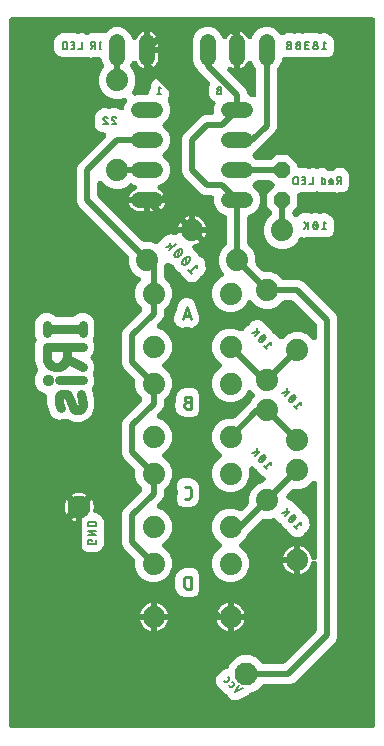
<source format=gbr>
G04 EAGLE Gerber X2 export*
%TF.Part,Single*%
%TF.FileFunction,Copper,L2,Bot,Mixed*%
%TF.FilePolarity,Positive*%
%TF.GenerationSoftware,Autodesk,EAGLE,8.7.0*%
%TF.CreationDate,2018-05-23T17:39:28Z*%
G75*
%MOMM*%
%FSLAX34Y34*%
%LPD*%
%AMOC8*
5,1,8,0,0,1.08239X$1,22.5*%
G01*
%ADD10C,0.762000*%
%ADD11C,0.152400*%
%ADD12C,0.254000*%
%ADD13C,0.203200*%
%ADD14C,1.320800*%
%ADD15C,1.879600*%
%ADD16P,1.429621X8X292.500000*%
%ADD17C,1.950000*%
%ADD18C,0.508000*%

G36*
X304835Y-2536D02*
X304835Y-2536D01*
X304869Y-2538D01*
X305058Y-2516D01*
X305249Y-2499D01*
X305282Y-2490D01*
X305316Y-2486D01*
X305499Y-2431D01*
X305683Y-2381D01*
X305714Y-2366D01*
X305747Y-2356D01*
X305918Y-2269D01*
X306090Y-2187D01*
X306118Y-2167D01*
X306149Y-2152D01*
X306301Y-2036D01*
X306456Y-1925D01*
X306480Y-1900D01*
X306507Y-1880D01*
X306636Y-1740D01*
X306770Y-1603D01*
X306789Y-1574D01*
X306813Y-1548D01*
X306915Y-1387D01*
X307022Y-1230D01*
X307036Y-1198D01*
X307054Y-1169D01*
X307127Y-992D01*
X307204Y-818D01*
X307212Y-784D01*
X307225Y-752D01*
X307265Y-565D01*
X307311Y-380D01*
X307313Y-346D01*
X307320Y-312D01*
X307339Y0D01*
X307339Y596900D01*
X307336Y596935D01*
X307338Y596969D01*
X307316Y597158D01*
X307299Y597349D01*
X307290Y597382D01*
X307286Y597416D01*
X307231Y597599D01*
X307181Y597783D01*
X307166Y597814D01*
X307156Y597847D01*
X307069Y598018D01*
X306987Y598190D01*
X306967Y598218D01*
X306952Y598249D01*
X306836Y598401D01*
X306725Y598556D01*
X306700Y598580D01*
X306680Y598607D01*
X306540Y598736D01*
X306403Y598870D01*
X306374Y598889D01*
X306348Y598913D01*
X306187Y599015D01*
X306030Y599122D01*
X305998Y599136D01*
X305969Y599154D01*
X305792Y599227D01*
X305618Y599304D01*
X305584Y599312D01*
X305552Y599325D01*
X305365Y599365D01*
X305180Y599411D01*
X305146Y599413D01*
X305112Y599420D01*
X304800Y599439D01*
X0Y599439D01*
X-35Y599436D01*
X-69Y599438D01*
X-258Y599416D01*
X-449Y599399D01*
X-482Y599390D01*
X-516Y599386D01*
X-699Y599331D01*
X-883Y599281D01*
X-914Y599266D01*
X-947Y599256D01*
X-1118Y599169D01*
X-1290Y599087D01*
X-1318Y599067D01*
X-1349Y599052D01*
X-1501Y598936D01*
X-1656Y598825D01*
X-1680Y598800D01*
X-1707Y598780D01*
X-1836Y598640D01*
X-1970Y598503D01*
X-1989Y598474D01*
X-2013Y598448D01*
X-2115Y598287D01*
X-2222Y598130D01*
X-2236Y598098D01*
X-2254Y598069D01*
X-2327Y597892D01*
X-2404Y597718D01*
X-2412Y597684D01*
X-2425Y597652D01*
X-2465Y597465D01*
X-2511Y597280D01*
X-2513Y597246D01*
X-2520Y597212D01*
X-2539Y596900D01*
X-2539Y0D01*
X-2536Y-35D01*
X-2538Y-69D01*
X-2516Y-258D01*
X-2499Y-449D01*
X-2490Y-482D01*
X-2486Y-516D01*
X-2431Y-699D01*
X-2381Y-883D01*
X-2366Y-914D01*
X-2356Y-947D01*
X-2269Y-1118D01*
X-2187Y-1290D01*
X-2167Y-1318D01*
X-2152Y-1349D01*
X-2036Y-1501D01*
X-1925Y-1656D01*
X-1900Y-1680D01*
X-1880Y-1707D01*
X-1740Y-1836D01*
X-1603Y-1970D01*
X-1574Y-1989D01*
X-1548Y-2013D01*
X-1387Y-2115D01*
X-1230Y-2222D01*
X-1198Y-2236D01*
X-1169Y-2254D01*
X-992Y-2327D01*
X-818Y-2404D01*
X-784Y-2412D01*
X-752Y-2425D01*
X-565Y-2465D01*
X-380Y-2511D01*
X-346Y-2513D01*
X-312Y-2520D01*
X0Y-2539D01*
X304800Y-2539D01*
X304835Y-2536D01*
G37*
%LPC*%
G36*
X189123Y21145D02*
X189123Y21145D01*
X189099Y21145D01*
X189076Y21148D01*
X188763Y21145D01*
X188069Y21096D01*
X187898Y21153D01*
X187741Y21190D01*
X187585Y21235D01*
X187505Y21246D01*
X187460Y21257D01*
X187400Y21260D01*
X187275Y21277D01*
X187096Y21289D01*
X186474Y21601D01*
X186451Y21610D01*
X186431Y21622D01*
X186141Y21739D01*
X185480Y21959D01*
X185345Y22076D01*
X185213Y22171D01*
X185087Y22273D01*
X185017Y22313D01*
X184980Y22340D01*
X184925Y22366D01*
X184816Y22429D01*
X184656Y22510D01*
X184200Y23036D01*
X184182Y23052D01*
X184168Y23072D01*
X183945Y23290D01*
X183419Y23747D01*
X183339Y23907D01*
X183254Y24045D01*
X183176Y24187D01*
X183127Y24251D01*
X183103Y24290D01*
X183062Y24335D01*
X182986Y24435D01*
X182868Y24571D01*
X182865Y24581D01*
X182787Y24760D01*
X182713Y24941D01*
X182697Y24966D01*
X182685Y24994D01*
X182577Y25156D01*
X182472Y25321D01*
X182452Y25343D01*
X182435Y25368D01*
X182300Y25509D01*
X182168Y25653D01*
X182144Y25671D01*
X182123Y25693D01*
X181965Y25808D01*
X181810Y25926D01*
X181783Y25940D01*
X181759Y25957D01*
X181583Y26042D01*
X181409Y26131D01*
X181375Y26143D01*
X181353Y26153D01*
X181297Y26169D01*
X181113Y26231D01*
X181023Y26255D01*
X179539Y27739D01*
X177539Y29739D01*
X177538Y29739D01*
X175708Y31570D01*
X175707Y31570D01*
X173547Y33731D01*
X172503Y36252D01*
X172503Y38980D01*
X173547Y41501D01*
X175505Y43459D01*
X175637Y43520D01*
X175687Y43555D01*
X175741Y43583D01*
X175871Y43684D01*
X176006Y43778D01*
X176049Y43822D01*
X176097Y43859D01*
X176207Y43981D01*
X176323Y44098D01*
X176358Y44148D01*
X176399Y44193D01*
X176486Y44333D01*
X176579Y44468D01*
X176613Y44537D01*
X176637Y44575D01*
X176646Y44600D01*
X178590Y46544D01*
X181125Y47594D01*
X181269Y47607D01*
X181480Y47623D01*
X181493Y47626D01*
X181506Y47628D01*
X181711Y47684D01*
X181915Y47737D01*
X181927Y47743D01*
X181940Y47746D01*
X182131Y47837D01*
X182324Y47926D01*
X182335Y47934D01*
X182347Y47940D01*
X182518Y48062D01*
X182693Y48185D01*
X182702Y48194D01*
X182713Y48202D01*
X182861Y48354D01*
X183010Y48504D01*
X183018Y48515D01*
X183027Y48524D01*
X183145Y48699D01*
X183266Y48874D01*
X183273Y48889D01*
X183279Y48897D01*
X183295Y48933D01*
X183403Y49155D01*
X184658Y52184D01*
X189116Y56642D01*
X194940Y59055D01*
X201244Y59055D01*
X207069Y56642D01*
X211122Y52588D01*
X211249Y52483D01*
X211369Y52371D01*
X211421Y52339D01*
X211468Y52299D01*
X211610Y52218D01*
X211749Y52129D01*
X211806Y52106D01*
X211859Y52076D01*
X212014Y52021D01*
X212166Y51959D01*
X212225Y51946D01*
X212283Y51925D01*
X212445Y51898D01*
X212606Y51864D01*
X212683Y51859D01*
X212727Y51852D01*
X212788Y51853D01*
X212918Y51845D01*
X229079Y51845D01*
X229242Y51859D01*
X229407Y51866D01*
X229466Y51879D01*
X229527Y51884D01*
X229686Y51928D01*
X229846Y51963D01*
X229903Y51987D01*
X229961Y52003D01*
X230110Y52073D01*
X230262Y52137D01*
X230313Y52170D01*
X230368Y52196D01*
X230502Y52292D01*
X230640Y52381D01*
X230698Y52432D01*
X230734Y52459D01*
X230777Y52502D01*
X230874Y52588D01*
X257320Y79034D01*
X257425Y79160D01*
X257537Y79281D01*
X257569Y79332D01*
X257608Y79379D01*
X257690Y79522D01*
X257778Y79661D01*
X257802Y79717D01*
X257832Y79770D01*
X257887Y79925D01*
X257949Y80077D01*
X257962Y80137D01*
X257983Y80194D01*
X258009Y80357D01*
X258044Y80517D01*
X258049Y80594D01*
X258056Y80639D01*
X258055Y80700D01*
X258063Y80829D01*
X258063Y136957D01*
X258061Y136983D01*
X258063Y137009D01*
X258041Y137207D01*
X258023Y137406D01*
X258016Y137431D01*
X258014Y137457D01*
X257957Y137648D01*
X257905Y137840D01*
X257894Y137864D01*
X257886Y137889D01*
X257797Y138067D01*
X257711Y138247D01*
X257696Y138268D01*
X257685Y138291D01*
X257565Y138451D01*
X257449Y138613D01*
X257430Y138631D01*
X257415Y138652D01*
X257270Y138787D01*
X257127Y138927D01*
X257105Y138942D01*
X257086Y138959D01*
X256919Y139067D01*
X256754Y139179D01*
X256730Y139190D01*
X256708Y139204D01*
X256524Y139281D01*
X256342Y139361D01*
X256316Y139367D01*
X256292Y139377D01*
X256098Y139421D01*
X255904Y139468D01*
X255878Y139469D01*
X255853Y139475D01*
X255654Y139483D01*
X255455Y139496D01*
X255429Y139493D01*
X255403Y139494D01*
X255206Y139467D01*
X255008Y139443D01*
X254983Y139436D01*
X254957Y139432D01*
X254768Y139371D01*
X254577Y139313D01*
X254553Y139301D01*
X254529Y139293D01*
X254353Y139199D01*
X254175Y139109D01*
X254155Y139093D01*
X254132Y139081D01*
X253975Y138957D01*
X253817Y138837D01*
X253799Y138818D01*
X253778Y138801D01*
X253646Y138652D01*
X253512Y138506D01*
X253497Y138484D01*
X253480Y138464D01*
X253377Y138294D01*
X253270Y138126D01*
X253260Y138102D01*
X253246Y138079D01*
X253174Y137894D01*
X253099Y137709D01*
X253093Y137684D01*
X253084Y137659D01*
X253016Y137354D01*
X252945Y136904D01*
X252364Y135117D01*
X251511Y133443D01*
X250406Y131922D01*
X249078Y130594D01*
X247557Y129489D01*
X245883Y128636D01*
X244096Y128055D01*
X243839Y128015D01*
X243839Y139700D01*
X243839Y151385D01*
X244096Y151345D01*
X245883Y150764D01*
X247557Y149911D01*
X249078Y148806D01*
X250406Y147478D01*
X251511Y145957D01*
X252364Y144283D01*
X252945Y142496D01*
X253016Y142046D01*
X253022Y142020D01*
X253025Y141994D01*
X253077Y141802D01*
X253126Y141609D01*
X253136Y141585D01*
X253143Y141560D01*
X253228Y141381D01*
X253311Y141198D01*
X253325Y141177D01*
X253337Y141153D01*
X253452Y140992D01*
X253565Y140827D01*
X253584Y140808D01*
X253599Y140787D01*
X253742Y140647D01*
X253881Y140506D01*
X253903Y140491D01*
X253921Y140473D01*
X254086Y140362D01*
X254249Y140247D01*
X254273Y140236D01*
X254294Y140221D01*
X254477Y140140D01*
X254657Y140056D01*
X254682Y140049D01*
X254706Y140039D01*
X254900Y139992D01*
X255092Y139940D01*
X255118Y139938D01*
X255144Y139932D01*
X255342Y139920D01*
X255541Y139904D01*
X255567Y139906D01*
X255593Y139904D01*
X255791Y139928D01*
X255989Y139946D01*
X256014Y139953D01*
X256040Y139957D01*
X256231Y140014D01*
X256423Y140068D01*
X256446Y140079D01*
X256471Y140087D01*
X256649Y140177D01*
X256828Y140264D01*
X256849Y140279D01*
X256873Y140291D01*
X257031Y140411D01*
X257192Y140529D01*
X257211Y140547D01*
X257231Y140563D01*
X257367Y140710D01*
X257504Y140853D01*
X257519Y140875D01*
X257537Y140894D01*
X257644Y141063D01*
X257754Y141228D01*
X257764Y141252D01*
X257778Y141274D01*
X257854Y141458D01*
X257933Y141641D01*
X257939Y141667D01*
X257949Y141691D01*
X257991Y141885D01*
X258037Y142079D01*
X258039Y142105D01*
X258044Y142131D01*
X258063Y142443D01*
X258063Y204620D01*
X258052Y204750D01*
X258050Y204880D01*
X258032Y204973D01*
X258023Y205069D01*
X257989Y205194D01*
X257964Y205322D01*
X257930Y205411D01*
X257905Y205503D01*
X257849Y205620D01*
X257802Y205742D01*
X257752Y205824D01*
X257711Y205910D01*
X257636Y206015D01*
X257568Y206126D01*
X257505Y206198D01*
X257449Y206276D01*
X257356Y206366D01*
X257270Y206464D01*
X257195Y206523D01*
X257127Y206590D01*
X257019Y206663D01*
X256917Y206743D01*
X256833Y206788D01*
X256754Y206842D01*
X256635Y206894D01*
X256520Y206956D01*
X256429Y206985D01*
X256342Y207024D01*
X256215Y207055D01*
X256092Y207095D01*
X255997Y207108D01*
X255904Y207131D01*
X255775Y207139D01*
X255646Y207156D01*
X255550Y207153D01*
X255455Y207158D01*
X255326Y207143D01*
X255196Y207138D01*
X255103Y207117D01*
X255008Y207106D01*
X254883Y207069D01*
X254756Y207041D01*
X254668Y207004D01*
X254577Y206976D01*
X254461Y206917D01*
X254341Y206867D01*
X254261Y206815D01*
X254175Y206772D01*
X254072Y206693D01*
X253963Y206623D01*
X253865Y206537D01*
X253817Y206500D01*
X253786Y206467D01*
X253728Y206416D01*
X250077Y202764D01*
X244382Y200405D01*
X239071Y200405D01*
X238908Y200391D01*
X238743Y200384D01*
X238684Y200371D01*
X238623Y200365D01*
X238464Y200322D01*
X238304Y200286D01*
X238247Y200263D01*
X238188Y200247D01*
X238040Y200176D01*
X237888Y200113D01*
X237837Y200080D01*
X237782Y200053D01*
X237648Y199958D01*
X237510Y199868D01*
X237452Y199817D01*
X237416Y199791D01*
X237373Y199748D01*
X237276Y199662D01*
X232816Y195202D01*
X232771Y195149D01*
X232720Y195101D01*
X232627Y194976D01*
X232527Y194857D01*
X232493Y194796D01*
X232451Y194740D01*
X232381Y194601D01*
X232304Y194466D01*
X232280Y194400D01*
X232249Y194338D01*
X232205Y194188D01*
X232153Y194041D01*
X232142Y193973D01*
X232122Y193906D01*
X232105Y193751D01*
X232080Y193597D01*
X232080Y193527D01*
X232073Y193458D01*
X232083Y193303D01*
X232086Y193147D01*
X232099Y193078D01*
X232104Y193009D01*
X232142Y192858D01*
X232171Y192705D01*
X232196Y192640D01*
X232213Y192572D01*
X232277Y192430D01*
X232333Y192285D01*
X232370Y192225D01*
X232398Y192162D01*
X232486Y192033D01*
X232567Y191900D01*
X232614Y191848D01*
X232653Y191790D01*
X232762Y191680D01*
X232866Y191563D01*
X232920Y191519D01*
X232969Y191470D01*
X233096Y191380D01*
X233219Y191283D01*
X233280Y191250D01*
X233337Y191210D01*
X233478Y191144D01*
X233616Y191071D01*
X233682Y191049D01*
X233745Y191020D01*
X233895Y190980D01*
X234044Y190931D01*
X234113Y190922D01*
X234180Y190904D01*
X234406Y190879D01*
X236887Y189710D01*
X238606Y187820D01*
X238736Y187700D01*
X238862Y187575D01*
X238902Y187547D01*
X238937Y187514D01*
X239087Y187419D01*
X239121Y187396D01*
X241139Y185378D01*
X241325Y184929D01*
X241413Y184760D01*
X241497Y184588D01*
X241517Y184561D01*
X241533Y184530D01*
X241650Y184379D01*
X241763Y184225D01*
X241788Y184201D01*
X241809Y184174D01*
X241950Y184046D01*
X242089Y183914D01*
X242117Y183895D01*
X242143Y183872D01*
X242305Y183772D01*
X242464Y183666D01*
X242503Y183649D01*
X242525Y183634D01*
X242582Y183612D01*
X242748Y183535D01*
X243131Y183386D01*
X244350Y182167D01*
X245568Y180948D01*
X245959Y179948D01*
X246006Y179853D01*
X246044Y179754D01*
X246106Y179652D01*
X246159Y179545D01*
X246222Y179460D01*
X246277Y179369D01*
X246356Y179279D01*
X246427Y179183D01*
X246504Y179111D01*
X246574Y179031D01*
X246668Y178957D01*
X246755Y178875D01*
X246844Y178817D01*
X246927Y178751D01*
X247032Y178694D01*
X247132Y178629D01*
X247230Y178588D01*
X247323Y178537D01*
X247490Y178478D01*
X247547Y178454D01*
X247575Y178447D01*
X247618Y178432D01*
X247892Y178353D01*
X247915Y178334D01*
X248083Y178222D01*
X248249Y178108D01*
X248275Y178095D01*
X248290Y178085D01*
X248340Y178063D01*
X248530Y177971D01*
X248558Y177959D01*
X249154Y177362D01*
X249188Y177334D01*
X249364Y177175D01*
X250023Y176648D01*
X250037Y176622D01*
X250150Y176454D01*
X250259Y176285D01*
X250278Y176264D01*
X250288Y176248D01*
X250326Y176209D01*
X250466Y176051D01*
X250487Y176030D01*
X250810Y175250D01*
X250830Y175211D01*
X250932Y174997D01*
X251339Y174258D01*
X251342Y174228D01*
X251382Y174030D01*
X251418Y173832D01*
X251427Y173805D01*
X251431Y173787D01*
X251451Y173736D01*
X251520Y173537D01*
X251531Y173509D01*
X251531Y172665D01*
X251534Y172632D01*
X251532Y172600D01*
X251539Y172540D01*
X251547Y172385D01*
X251900Y169211D01*
X251140Y166590D01*
X249436Y164460D01*
X248372Y163874D01*
X248352Y163860D01*
X248330Y163850D01*
X248165Y163735D01*
X247998Y163623D01*
X247981Y163606D01*
X247961Y163592D01*
X247820Y163449D01*
X247675Y163309D01*
X247661Y163290D01*
X247644Y163273D01*
X247530Y163107D01*
X247412Y162944D01*
X247402Y162922D01*
X247388Y162902D01*
X247251Y162621D01*
X247115Y162292D01*
X245185Y160363D01*
X242664Y159319D01*
X239936Y159319D01*
X237415Y160363D01*
X232891Y164887D01*
X232796Y165117D01*
X232707Y165287D01*
X232624Y165458D01*
X232603Y165486D01*
X232587Y165516D01*
X232470Y165667D01*
X232358Y165821D01*
X232333Y165845D01*
X232312Y165872D01*
X232170Y166000D01*
X232032Y166132D01*
X232003Y166151D01*
X231977Y166174D01*
X231815Y166275D01*
X231656Y166380D01*
X231618Y166398D01*
X231595Y166412D01*
X231538Y166434D01*
X231372Y166511D01*
X231199Y166579D01*
X231185Y166593D01*
X231184Y166594D01*
X229981Y167797D01*
X229980Y167797D01*
X228762Y169016D01*
X228612Y169399D01*
X228528Y169570D01*
X228447Y169743D01*
X228428Y169772D01*
X228412Y169803D01*
X228299Y169956D01*
X228189Y170112D01*
X228165Y170137D01*
X228144Y170164D01*
X228005Y170296D01*
X227870Y170430D01*
X227841Y170449D01*
X227816Y170473D01*
X227656Y170577D01*
X227499Y170686D01*
X227461Y170704D01*
X227439Y170719D01*
X227383Y170742D01*
X227218Y170823D01*
X226769Y171009D01*
X224776Y173002D01*
X224748Y173056D01*
X224730Y173079D01*
X224716Y173105D01*
X224592Y173257D01*
X224472Y173412D01*
X224450Y173431D01*
X224432Y173454D01*
X224283Y173582D01*
X224138Y173713D01*
X224113Y173729D01*
X224091Y173748D01*
X223826Y173914D01*
X223578Y174050D01*
X223042Y174714D01*
X222957Y174802D01*
X222880Y174897D01*
X222801Y174964D01*
X222730Y175038D01*
X222630Y175110D01*
X222537Y175189D01*
X222448Y175241D01*
X222365Y175302D01*
X222254Y175355D01*
X222149Y175417D01*
X222052Y175452D01*
X221959Y175497D01*
X221841Y175530D01*
X221726Y175572D01*
X221624Y175590D01*
X221525Y175617D01*
X221403Y175629D01*
X221283Y175650D01*
X221179Y175649D01*
X221077Y175659D01*
X220955Y175649D01*
X220832Y175648D01*
X220731Y175630D01*
X220628Y175621D01*
X220510Y175589D01*
X220389Y175567D01*
X220253Y175521D01*
X220193Y175504D01*
X220157Y175488D01*
X220094Y175466D01*
X218982Y175005D01*
X213671Y175005D01*
X213508Y174991D01*
X213343Y174984D01*
X213284Y174971D01*
X213223Y174965D01*
X213064Y174922D01*
X212904Y174886D01*
X212847Y174863D01*
X212788Y174847D01*
X212640Y174776D01*
X212488Y174713D01*
X212437Y174680D01*
X212382Y174653D01*
X212248Y174558D01*
X212110Y174468D01*
X212052Y174417D01*
X212016Y174391D01*
X211973Y174348D01*
X211876Y174262D01*
X199336Y161722D01*
X199261Y161632D01*
X199179Y161549D01*
X199117Y161460D01*
X199047Y161376D01*
X198989Y161275D01*
X198923Y161179D01*
X198855Y161040D01*
X198824Y160985D01*
X198812Y160951D01*
X198786Y160898D01*
X198048Y159117D01*
X193689Y154758D01*
X193660Y154746D01*
X193544Y154686D01*
X193425Y154634D01*
X193345Y154582D01*
X193261Y154538D01*
X193158Y154458D01*
X193049Y154386D01*
X192980Y154320D01*
X192905Y154262D01*
X192817Y154165D01*
X192723Y154075D01*
X192667Y153998D01*
X192603Y153928D01*
X192534Y153817D01*
X192457Y153712D01*
X192415Y153626D01*
X192365Y153545D01*
X192317Y153424D01*
X192260Y153308D01*
X192234Y153216D01*
X192198Y153127D01*
X192172Y152999D01*
X192137Y152874D01*
X192127Y152779D01*
X192108Y152686D01*
X192105Y152556D01*
X192092Y152426D01*
X192100Y152331D01*
X192097Y152236D01*
X192117Y152107D01*
X192127Y151977D01*
X192152Y151885D01*
X192166Y151791D01*
X192208Y151668D01*
X192241Y151542D01*
X192281Y151455D01*
X192313Y151365D01*
X192376Y151251D01*
X192431Y151133D01*
X192485Y151055D01*
X192532Y150972D01*
X192614Y150871D01*
X192689Y150764D01*
X192757Y150697D01*
X192817Y150623D01*
X192916Y150539D01*
X193008Y150447D01*
X193087Y150393D01*
X193159Y150331D01*
X193272Y150265D01*
X193379Y150191D01*
X193495Y150134D01*
X193548Y150103D01*
X193590Y150088D01*
X193660Y150054D01*
X193689Y150042D01*
X198048Y145683D01*
X200407Y139988D01*
X200407Y133824D01*
X198048Y128129D01*
X193689Y123770D01*
X187994Y121411D01*
X181830Y121411D01*
X176135Y123770D01*
X171776Y128129D01*
X169417Y133824D01*
X169417Y139988D01*
X171776Y145683D01*
X176135Y150042D01*
X176164Y150054D01*
X176280Y150114D01*
X176399Y150166D01*
X176479Y150218D01*
X176564Y150263D01*
X176667Y150342D01*
X176775Y150414D01*
X176844Y150480D01*
X176920Y150538D01*
X177007Y150635D01*
X177101Y150725D01*
X177157Y150802D01*
X177221Y150873D01*
X177290Y150983D01*
X177367Y151088D01*
X177409Y151174D01*
X177459Y151255D01*
X177507Y151376D01*
X177564Y151493D01*
X177590Y151585D01*
X177626Y151673D01*
X177652Y151801D01*
X177687Y151926D01*
X177697Y152021D01*
X177716Y152114D01*
X177719Y152244D01*
X177732Y152374D01*
X177724Y152469D01*
X177727Y152564D01*
X177707Y152693D01*
X177697Y152823D01*
X177672Y152915D01*
X177658Y153009D01*
X177616Y153132D01*
X177583Y153258D01*
X177543Y153345D01*
X177511Y153435D01*
X177448Y153549D01*
X177393Y153667D01*
X177339Y153745D01*
X177292Y153828D01*
X177210Y153929D01*
X177135Y154036D01*
X177067Y154103D01*
X177007Y154177D01*
X176908Y154261D01*
X176816Y154353D01*
X176737Y154407D01*
X176665Y154469D01*
X176552Y154535D01*
X176445Y154609D01*
X176328Y154666D01*
X176276Y154697D01*
X176234Y154712D01*
X176164Y154746D01*
X176135Y154758D01*
X171776Y159117D01*
X169417Y164812D01*
X169417Y170976D01*
X171776Y176671D01*
X176135Y181030D01*
X181830Y183389D01*
X187994Y183389D01*
X192494Y181525D01*
X192698Y181461D01*
X192898Y181396D01*
X192911Y181394D01*
X192923Y181390D01*
X193135Y181363D01*
X193344Y181334D01*
X193357Y181335D01*
X193370Y181333D01*
X193581Y181344D01*
X193794Y181353D01*
X193807Y181356D01*
X193820Y181356D01*
X194025Y181404D01*
X194233Y181450D01*
X194245Y181456D01*
X194258Y181459D01*
X194453Y181542D01*
X194649Y181624D01*
X194660Y181631D01*
X194672Y181636D01*
X194848Y181753D01*
X195027Y181868D01*
X195039Y181879D01*
X195048Y181885D01*
X195076Y181912D01*
X195261Y182075D01*
X199662Y186476D01*
X199767Y186602D01*
X199879Y186723D01*
X199911Y186774D01*
X199950Y186821D01*
X200032Y186964D01*
X200120Y187103D01*
X200144Y187159D01*
X200174Y187212D01*
X200229Y187367D01*
X200291Y187519D01*
X200304Y187579D01*
X200325Y187636D01*
X200351Y187799D01*
X200386Y187959D01*
X200391Y188036D01*
X200398Y188081D01*
X200397Y188142D01*
X200405Y188271D01*
X200405Y193582D01*
X202764Y199277D01*
X207123Y203636D01*
X212991Y206067D01*
X213107Y206127D01*
X213226Y206178D01*
X213306Y206231D01*
X213391Y206275D01*
X213493Y206355D01*
X213602Y206426D01*
X213671Y206492D01*
X213747Y206551D01*
X213834Y206647D01*
X213928Y206737D01*
X213984Y206814D01*
X214048Y206885D01*
X214117Y206995D01*
X214194Y207100D01*
X214236Y207186D01*
X214286Y207267D01*
X214334Y207388D01*
X214391Y207505D01*
X214417Y207597D01*
X214453Y207686D01*
X214479Y207813D01*
X214514Y207938D01*
X214524Y208033D01*
X214543Y208127D01*
X214546Y208257D01*
X214559Y208386D01*
X214551Y208481D01*
X214554Y208577D01*
X214534Y208706D01*
X214524Y208835D01*
X214499Y208927D01*
X214485Y209022D01*
X214442Y209145D01*
X214410Y209271D01*
X214369Y209357D01*
X214338Y209448D01*
X214275Y209561D01*
X214220Y209679D01*
X214166Y209758D01*
X214119Y209841D01*
X214037Y209942D01*
X213962Y210048D01*
X213894Y210115D01*
X213834Y210189D01*
X213735Y210274D01*
X213643Y210365D01*
X213564Y210420D01*
X213491Y210482D01*
X213379Y210547D01*
X213272Y210621D01*
X213156Y210678D01*
X213103Y210709D01*
X213061Y210725D01*
X212991Y210759D01*
X212015Y211163D01*
X207491Y215687D01*
X207396Y215917D01*
X207307Y216087D01*
X207224Y216258D01*
X207203Y216286D01*
X207187Y216316D01*
X207070Y216467D01*
X206958Y216621D01*
X206933Y216645D01*
X206912Y216672D01*
X206770Y216800D01*
X206632Y216932D01*
X206603Y216951D01*
X206577Y216974D01*
X206415Y217075D01*
X206256Y217180D01*
X206218Y217198D01*
X206195Y217212D01*
X206138Y217234D01*
X205972Y217311D01*
X205799Y217379D01*
X204742Y218436D01*
X204642Y218520D01*
X204549Y218611D01*
X204469Y218664D01*
X204396Y218725D01*
X204283Y218790D01*
X204176Y218863D01*
X204088Y218901D01*
X204005Y218949D01*
X203883Y218992D01*
X203764Y219045D01*
X203671Y219068D01*
X203581Y219100D01*
X203452Y219121D01*
X203326Y219152D01*
X203231Y219157D01*
X203137Y219173D01*
X203006Y219171D01*
X202877Y219179D01*
X202782Y219168D01*
X202686Y219167D01*
X202559Y219142D01*
X202430Y219127D01*
X202338Y219099D01*
X202244Y219081D01*
X202123Y219034D01*
X201999Y218997D01*
X201914Y218953D01*
X201824Y218919D01*
X201713Y218851D01*
X201597Y218792D01*
X201521Y218735D01*
X201440Y218685D01*
X201342Y218599D01*
X201239Y218520D01*
X201174Y218450D01*
X201102Y218387D01*
X201022Y218285D01*
X200933Y218189D01*
X200882Y218109D01*
X200823Y218034D01*
X200762Y217919D01*
X200692Y217810D01*
X200655Y217721D01*
X200610Y217637D01*
X200570Y217513D01*
X200521Y217393D01*
X200501Y217300D01*
X200471Y217209D01*
X200453Y217080D01*
X200426Y216953D01*
X200418Y216823D01*
X200410Y216763D01*
X200411Y216718D01*
X200407Y216641D01*
X200407Y210024D01*
X198048Y204329D01*
X193689Y199970D01*
X187994Y197611D01*
X181830Y197611D01*
X176135Y199970D01*
X171776Y204329D01*
X169417Y210024D01*
X169417Y216188D01*
X171776Y221883D01*
X176135Y226242D01*
X176164Y226254D01*
X176280Y226314D01*
X176399Y226366D01*
X176479Y226418D01*
X176564Y226463D01*
X176667Y226542D01*
X176775Y226614D01*
X176844Y226680D01*
X176920Y226738D01*
X177007Y226835D01*
X177101Y226925D01*
X177157Y227002D01*
X177221Y227073D01*
X177290Y227183D01*
X177367Y227288D01*
X177409Y227374D01*
X177459Y227455D01*
X177507Y227576D01*
X177564Y227693D01*
X177590Y227785D01*
X177626Y227873D01*
X177652Y228001D01*
X177687Y228126D01*
X177697Y228221D01*
X177716Y228314D01*
X177719Y228444D01*
X177732Y228574D01*
X177724Y228669D01*
X177727Y228764D01*
X177707Y228893D01*
X177697Y229023D01*
X177672Y229115D01*
X177658Y229209D01*
X177616Y229332D01*
X177583Y229458D01*
X177543Y229545D01*
X177511Y229635D01*
X177448Y229749D01*
X177393Y229867D01*
X177339Y229945D01*
X177292Y230028D01*
X177210Y230129D01*
X177135Y230236D01*
X177067Y230303D01*
X177007Y230377D01*
X176908Y230461D01*
X176816Y230553D01*
X176737Y230607D01*
X176665Y230669D01*
X176552Y230735D01*
X176445Y230809D01*
X176328Y230866D01*
X176276Y230897D01*
X176234Y230912D01*
X176164Y230946D01*
X176135Y230958D01*
X171776Y235317D01*
X169417Y241012D01*
X169417Y247176D01*
X171776Y252871D01*
X176135Y257230D01*
X181830Y259589D01*
X187141Y259589D01*
X187304Y259603D01*
X187469Y259610D01*
X187528Y259623D01*
X187589Y259629D01*
X187748Y259672D01*
X187908Y259708D01*
X187965Y259731D01*
X188024Y259747D01*
X188172Y259818D01*
X188324Y259881D01*
X188375Y259914D01*
X188430Y259941D01*
X188564Y260036D01*
X188702Y260126D01*
X188760Y260177D01*
X188796Y260203D01*
X188839Y260246D01*
X188936Y260332D01*
X199839Y271235D01*
X199839Y271236D01*
X201476Y272872D01*
X201551Y272962D01*
X201633Y273045D01*
X201695Y273134D01*
X201765Y273218D01*
X201823Y273319D01*
X201889Y273415D01*
X201957Y273554D01*
X201988Y273608D01*
X202000Y273643D01*
X202026Y273696D01*
X202764Y275477D01*
X204892Y277604D01*
X204914Y277631D01*
X204940Y277654D01*
X205058Y277803D01*
X205181Y277950D01*
X205198Y277980D01*
X205219Y278007D01*
X205309Y278175D01*
X205404Y278341D01*
X205415Y278373D01*
X205432Y278404D01*
X205491Y278585D01*
X205555Y278765D01*
X205560Y278799D01*
X205571Y278832D01*
X205597Y279021D01*
X205628Y279209D01*
X205628Y279244D01*
X205632Y279278D01*
X205625Y279469D01*
X205622Y279660D01*
X205615Y279694D01*
X205614Y279728D01*
X205573Y279914D01*
X205536Y280102D01*
X205524Y280134D01*
X205516Y280168D01*
X205443Y280343D01*
X205374Y280522D01*
X205356Y280551D01*
X205343Y280583D01*
X205239Y280743D01*
X205140Y280906D01*
X205117Y280932D01*
X205099Y280961D01*
X204892Y281196D01*
X202935Y283152D01*
X202872Y283205D01*
X202815Y283265D01*
X202699Y283349D01*
X202589Y283441D01*
X202518Y283482D01*
X202451Y283531D01*
X202323Y283594D01*
X202198Y283665D01*
X202121Y283692D01*
X202047Y283728D01*
X201909Y283768D01*
X201774Y283815D01*
X201693Y283829D01*
X201614Y283851D01*
X201471Y283866D01*
X201330Y283889D01*
X201248Y283888D01*
X201166Y283896D01*
X201023Y283885D01*
X200880Y283883D01*
X200799Y283867D01*
X200717Y283861D01*
X200578Y283824D01*
X200438Y283797D01*
X200361Y283768D01*
X200281Y283747D01*
X200151Y283687D01*
X200018Y283635D01*
X199947Y283592D01*
X199872Y283558D01*
X199755Y283475D01*
X199633Y283401D01*
X199571Y283347D01*
X199504Y283299D01*
X199403Y283198D01*
X199295Y283103D01*
X199244Y283038D01*
X199186Y282980D01*
X199105Y282862D01*
X199016Y282750D01*
X198977Y282677D01*
X198930Y282609D01*
X198822Y282387D01*
X198803Y282353D01*
X198800Y282343D01*
X198793Y282329D01*
X198048Y280529D01*
X193689Y276170D01*
X187994Y273811D01*
X181830Y273811D01*
X176135Y276170D01*
X171776Y280529D01*
X169417Y286224D01*
X169417Y292388D01*
X171776Y298083D01*
X176135Y302442D01*
X176164Y302454D01*
X176280Y302514D01*
X176399Y302566D01*
X176479Y302618D01*
X176564Y302663D01*
X176666Y302742D01*
X176775Y302814D01*
X176844Y302880D01*
X176920Y302938D01*
X177007Y303035D01*
X177101Y303125D01*
X177157Y303202D01*
X177221Y303273D01*
X177290Y303383D01*
X177367Y303488D01*
X177409Y303574D01*
X177459Y303655D01*
X177507Y303776D01*
X177564Y303893D01*
X177590Y303984D01*
X177626Y304073D01*
X177652Y304201D01*
X177687Y304326D01*
X177697Y304421D01*
X177716Y304514D01*
X177719Y304644D01*
X177732Y304774D01*
X177724Y304869D01*
X177727Y304964D01*
X177707Y305093D01*
X177697Y305223D01*
X177672Y305315D01*
X177658Y305409D01*
X177616Y305532D01*
X177583Y305658D01*
X177542Y305745D01*
X177511Y305835D01*
X177448Y305949D01*
X177393Y306067D01*
X177339Y306145D01*
X177292Y306228D01*
X177210Y306329D01*
X177135Y306436D01*
X177067Y306503D01*
X177007Y306577D01*
X176908Y306661D01*
X176816Y306753D01*
X176737Y306807D01*
X176664Y306869D01*
X176552Y306935D01*
X176445Y307009D01*
X176329Y307066D01*
X176276Y307097D01*
X176234Y307112D01*
X176164Y307146D01*
X176135Y307158D01*
X171776Y311517D01*
X169417Y317212D01*
X169417Y323376D01*
X171776Y329071D01*
X176135Y333430D01*
X181830Y335789D01*
X187994Y335789D01*
X193243Y333615D01*
X193362Y333577D01*
X193477Y333531D01*
X193576Y333510D01*
X193673Y333480D01*
X193796Y333464D01*
X193918Y333439D01*
X194019Y333436D01*
X194119Y333423D01*
X194244Y333429D01*
X194368Y333426D01*
X194468Y333441D01*
X194569Y333446D01*
X194690Y333474D01*
X194814Y333493D01*
X194909Y333525D01*
X195007Y333548D01*
X195122Y333597D01*
X195240Y333637D01*
X195328Y333686D01*
X195421Y333726D01*
X195525Y333795D01*
X195634Y333855D01*
X195712Y333919D01*
X195797Y333974D01*
X195887Y334060D01*
X195984Y334139D01*
X196050Y334215D01*
X196123Y334285D01*
X196196Y334386D01*
X196278Y334480D01*
X196352Y334598D01*
X196389Y334648D01*
X196407Y334686D01*
X196444Y334745D01*
X197292Y336300D01*
X199416Y338013D01*
X199541Y338050D01*
X199554Y338055D01*
X199568Y338058D01*
X199764Y338137D01*
X199960Y338214D01*
X199972Y338222D01*
X199985Y338227D01*
X200163Y338339D01*
X200343Y338451D01*
X200354Y338460D01*
X200366Y338468D01*
X200522Y338611D01*
X200679Y338751D01*
X200688Y338762D01*
X200698Y338772D01*
X200827Y338941D01*
X200956Y339106D01*
X200963Y339118D01*
X200972Y339129D01*
X201122Y339403D01*
X201707Y340645D01*
X203726Y342480D01*
X206293Y343403D01*
X209019Y343273D01*
X211487Y342110D01*
X213206Y340220D01*
X213336Y340100D01*
X213462Y339975D01*
X213502Y339947D01*
X213537Y339914D01*
X213687Y339819D01*
X213721Y339796D01*
X215739Y337778D01*
X215925Y337329D01*
X216013Y337160D01*
X216097Y336988D01*
X216117Y336961D01*
X216133Y336930D01*
X216250Y336779D01*
X216363Y336625D01*
X216388Y336601D01*
X216409Y336574D01*
X216550Y336446D01*
X216689Y336314D01*
X216717Y336295D01*
X216743Y336272D01*
X216905Y336172D01*
X217064Y336066D01*
X217103Y336049D01*
X217125Y336034D01*
X217182Y336012D01*
X217348Y335935D01*
X217731Y335786D01*
X218920Y334596D01*
X218921Y334596D01*
X218921Y334595D01*
X218950Y334567D01*
X220168Y333348D01*
X220559Y332348D01*
X220606Y332253D01*
X220644Y332154D01*
X220706Y332052D01*
X220759Y331945D01*
X220822Y331860D01*
X220877Y331769D01*
X220956Y331679D01*
X221027Y331583D01*
X221104Y331511D01*
X221174Y331431D01*
X221268Y331357D01*
X221355Y331275D01*
X221444Y331217D01*
X221527Y331151D01*
X221632Y331094D01*
X221732Y331029D01*
X221830Y330988D01*
X221923Y330937D01*
X222090Y330878D01*
X222147Y330854D01*
X222175Y330847D01*
X222218Y330832D01*
X222492Y330753D01*
X222515Y330734D01*
X222683Y330622D01*
X222849Y330508D01*
X222875Y330495D01*
X222890Y330485D01*
X222940Y330463D01*
X223130Y330371D01*
X223158Y330359D01*
X223754Y329762D01*
X223788Y329734D01*
X223964Y329575D01*
X224623Y329048D01*
X224637Y329022D01*
X224750Y328854D01*
X224859Y328685D01*
X224878Y328664D01*
X224888Y328648D01*
X224926Y328609D01*
X225066Y328451D01*
X225087Y328430D01*
X225165Y328243D01*
X225203Y328170D01*
X225232Y328093D01*
X225307Y327970D01*
X225373Y327844D01*
X225424Y327779D01*
X225466Y327708D01*
X225561Y327601D01*
X225649Y327488D01*
X225710Y327432D01*
X225765Y327371D01*
X225877Y327282D01*
X225983Y327186D01*
X226053Y327142D01*
X226118Y327091D01*
X226244Y327024D01*
X226365Y326948D01*
X226442Y326918D01*
X226515Y326879D01*
X226651Y326834D01*
X226784Y326782D01*
X226864Y326765D01*
X226943Y326740D01*
X227084Y326720D01*
X227225Y326691D01*
X227307Y326689D01*
X227389Y326678D01*
X227532Y326684D01*
X227675Y326681D01*
X227756Y326693D01*
X227839Y326697D01*
X227978Y326728D01*
X228120Y326749D01*
X228198Y326776D01*
X228278Y326794D01*
X228410Y326849D01*
X228546Y326896D01*
X228617Y326936D01*
X228694Y326968D01*
X228814Y327046D01*
X228939Y327115D01*
X229003Y327167D01*
X229072Y327212D01*
X229257Y327376D01*
X229287Y327400D01*
X229294Y327408D01*
X229306Y327419D01*
X232523Y330636D01*
X238218Y332995D01*
X244382Y332995D01*
X250077Y330636D01*
X253728Y326984D01*
X253828Y326901D01*
X253921Y326810D01*
X254001Y326757D01*
X254074Y326695D01*
X254187Y326631D01*
X254294Y326558D01*
X254382Y326519D01*
X254465Y326472D01*
X254587Y326429D01*
X254706Y326376D01*
X254799Y326353D01*
X254889Y326321D01*
X255017Y326300D01*
X255144Y326269D01*
X255239Y326263D01*
X255333Y326248D01*
X255463Y326250D01*
X255593Y326242D01*
X255688Y326253D01*
X255784Y326254D01*
X255911Y326279D01*
X256040Y326294D01*
X256132Y326321D01*
X256226Y326339D01*
X256347Y326386D01*
X256471Y326424D01*
X256557Y326467D01*
X256646Y326502D01*
X256757Y326569D01*
X256873Y326628D01*
X256949Y326686D01*
X257030Y326736D01*
X257128Y326822D01*
X257231Y326900D01*
X257296Y326971D01*
X257368Y327034D01*
X257448Y327136D01*
X257537Y327231D01*
X257588Y327312D01*
X257647Y327387D01*
X257708Y327502D01*
X257778Y327611D01*
X257815Y327700D01*
X257860Y327784D01*
X257900Y327908D01*
X257949Y328028D01*
X257969Y328121D01*
X257999Y328212D01*
X258017Y328341D01*
X258044Y328468D01*
X258052Y328598D01*
X258060Y328658D01*
X258059Y328703D01*
X258063Y328780D01*
X258063Y338271D01*
X258049Y338434D01*
X258042Y338599D01*
X258029Y338658D01*
X258023Y338719D01*
X257980Y338878D01*
X257944Y339038D01*
X257921Y339095D01*
X257905Y339154D01*
X257834Y339302D01*
X257771Y339454D01*
X257738Y339505D01*
X257711Y339560D01*
X257616Y339694D01*
X257526Y339832D01*
X257475Y339890D01*
X257449Y339926D01*
X257406Y339969D01*
X257320Y340066D01*
X238466Y358920D01*
X238340Y359025D01*
X238219Y359137D01*
X238168Y359169D01*
X238121Y359208D01*
X237978Y359290D01*
X237839Y359378D01*
X237783Y359402D01*
X237730Y359432D01*
X237575Y359487D01*
X237423Y359549D01*
X237363Y359562D01*
X237306Y359583D01*
X237143Y359609D01*
X236983Y359644D01*
X236906Y359649D01*
X236861Y359656D01*
X236800Y359655D01*
X236671Y359663D01*
X230228Y359663D01*
X230064Y359649D01*
X229900Y359642D01*
X229840Y359629D01*
X229779Y359623D01*
X229621Y359580D01*
X229460Y359544D01*
X229404Y359521D01*
X229345Y359505D01*
X229197Y359434D01*
X229045Y359371D01*
X228993Y359338D01*
X228938Y359311D01*
X228805Y359216D01*
X228667Y359126D01*
X228609Y359075D01*
X228572Y359049D01*
X228530Y359006D01*
X228432Y358920D01*
X224677Y355164D01*
X218982Y352805D01*
X212818Y352805D01*
X207123Y355164D01*
X202935Y359352D01*
X202871Y359405D01*
X202815Y359465D01*
X202699Y359549D01*
X202589Y359641D01*
X202518Y359682D01*
X202451Y359731D01*
X202323Y359794D01*
X202198Y359865D01*
X202121Y359892D01*
X202047Y359928D01*
X201909Y359967D01*
X201774Y360015D01*
X201693Y360029D01*
X201614Y360051D01*
X201471Y360066D01*
X201330Y360089D01*
X201247Y360088D01*
X201166Y360096D01*
X201023Y360085D01*
X200880Y360083D01*
X200799Y360067D01*
X200717Y360061D01*
X200578Y360025D01*
X200438Y359997D01*
X200361Y359968D01*
X200281Y359947D01*
X200151Y359887D01*
X200018Y359835D01*
X199947Y359792D01*
X199872Y359758D01*
X199755Y359675D01*
X199633Y359601D01*
X199571Y359547D01*
X199504Y359499D01*
X199403Y359398D01*
X199296Y359303D01*
X199245Y359238D01*
X199186Y359180D01*
X199105Y359062D01*
X199016Y358950D01*
X198977Y358877D01*
X198930Y358809D01*
X198822Y358588D01*
X198803Y358553D01*
X198800Y358543D01*
X198793Y358529D01*
X198048Y356729D01*
X193689Y352370D01*
X187994Y350011D01*
X181830Y350011D01*
X176135Y352370D01*
X171776Y356729D01*
X169417Y362424D01*
X169417Y368588D01*
X171776Y374283D01*
X176135Y378642D01*
X177935Y379387D01*
X178008Y379425D01*
X178084Y379455D01*
X178207Y379529D01*
X178334Y379596D01*
X178399Y379646D01*
X178469Y379689D01*
X178576Y379784D01*
X178690Y379871D01*
X178745Y379933D01*
X178807Y379987D01*
X178895Y380099D01*
X178991Y380206D01*
X179035Y380276D01*
X179086Y380340D01*
X179154Y380466D01*
X179229Y380588D01*
X179260Y380665D01*
X179299Y380737D01*
X179343Y380873D01*
X179396Y381006D01*
X179412Y381087D01*
X179438Y381165D01*
X179457Y381307D01*
X179486Y381447D01*
X179488Y381530D01*
X179499Y381611D01*
X179493Y381755D01*
X179497Y381898D01*
X179484Y381979D01*
X179481Y382061D01*
X179450Y382201D01*
X179428Y382343D01*
X179401Y382421D01*
X179383Y382501D01*
X179328Y382633D01*
X179282Y382768D01*
X179242Y382840D01*
X179210Y382916D01*
X179132Y383037D01*
X179062Y383162D01*
X179010Y383225D01*
X178965Y383295D01*
X178802Y383480D01*
X178777Y383510D01*
X178769Y383517D01*
X178758Y383529D01*
X177364Y384923D01*
X175005Y390618D01*
X175005Y396782D01*
X177364Y402477D01*
X181120Y406232D01*
X181225Y406358D01*
X181337Y406479D01*
X181369Y406531D01*
X181408Y406578D01*
X181490Y406720D01*
X181578Y406859D01*
X181602Y406916D01*
X181632Y406969D01*
X181687Y407124D01*
X181749Y407276D01*
X181762Y407335D01*
X181783Y407393D01*
X181809Y407555D01*
X181844Y407716D01*
X181849Y407793D01*
X181856Y407837D01*
X181855Y407898D01*
X181863Y408028D01*
X181863Y429898D01*
X181844Y430110D01*
X181828Y430321D01*
X181825Y430333D01*
X181823Y430347D01*
X181767Y430552D01*
X181714Y430756D01*
X181708Y430768D01*
X181705Y430781D01*
X181615Y430971D01*
X181525Y431165D01*
X181517Y431176D01*
X181511Y431188D01*
X181389Y431359D01*
X181266Y431534D01*
X181257Y431543D01*
X181249Y431554D01*
X181097Y431702D01*
X180947Y431851D01*
X180936Y431858D01*
X180927Y431868D01*
X180751Y431987D01*
X180577Y432107D01*
X180562Y432114D01*
X180554Y432120D01*
X180518Y432136D01*
X180296Y432244D01*
X176702Y433733D01*
X173129Y437306D01*
X171195Y441974D01*
X171195Y446024D01*
X171192Y446059D01*
X171194Y446093D01*
X171172Y446282D01*
X171155Y446473D01*
X171146Y446506D01*
X171142Y446540D01*
X171087Y446723D01*
X171037Y446907D01*
X171022Y446938D01*
X171012Y446971D01*
X170925Y447142D01*
X170843Y447314D01*
X170823Y447342D01*
X170808Y447373D01*
X170692Y447525D01*
X170581Y447680D01*
X170556Y447704D01*
X170536Y447731D01*
X170396Y447860D01*
X170259Y447994D01*
X170230Y448013D01*
X170204Y448037D01*
X170043Y448139D01*
X169886Y448246D01*
X169854Y448260D01*
X169825Y448278D01*
X169648Y448351D01*
X169474Y448428D01*
X169440Y448436D01*
X169408Y448449D01*
X169221Y448489D01*
X169036Y448535D01*
X169002Y448537D01*
X168968Y448544D01*
X168656Y448563D01*
X163382Y448563D01*
X160208Y449878D01*
X145078Y465008D01*
X143763Y468182D01*
X143763Y497018D01*
X145078Y500192D01*
X160208Y515322D01*
X163382Y516637D01*
X168656Y516637D01*
X168691Y516640D01*
X168725Y516638D01*
X168914Y516660D01*
X169105Y516677D01*
X169138Y516686D01*
X169172Y516690D01*
X169355Y516745D01*
X169539Y516795D01*
X169570Y516810D01*
X169603Y516820D01*
X169774Y516907D01*
X169946Y516989D01*
X169974Y517009D01*
X170005Y517024D01*
X170157Y517140D01*
X170312Y517251D01*
X170336Y517276D01*
X170363Y517296D01*
X170492Y517436D01*
X170626Y517573D01*
X170645Y517602D01*
X170669Y517628D01*
X170771Y517789D01*
X170878Y517946D01*
X170892Y517978D01*
X170910Y518007D01*
X170983Y518184D01*
X171060Y518358D01*
X171068Y518392D01*
X171081Y518424D01*
X171121Y518611D01*
X171167Y518796D01*
X171169Y518830D01*
X171176Y518864D01*
X171195Y519176D01*
X171195Y523226D01*
X172030Y525241D01*
X172058Y525331D01*
X172095Y525417D01*
X172125Y525545D01*
X172165Y525671D01*
X172177Y525764D01*
X172198Y525856D01*
X172205Y525987D01*
X172221Y526118D01*
X172217Y526211D01*
X172222Y526305D01*
X172205Y526436D01*
X172198Y526567D01*
X172177Y526659D01*
X172165Y526752D01*
X172126Y526878D01*
X172096Y527006D01*
X172059Y527092D01*
X172031Y527182D01*
X171970Y527299D01*
X171918Y527419D01*
X171867Y527498D01*
X171823Y527581D01*
X171743Y527685D01*
X171670Y527795D01*
X171606Y527863D01*
X171548Y527937D01*
X171450Y528026D01*
X171359Y528121D01*
X171284Y528176D01*
X171214Y528240D01*
X171040Y528355D01*
X170996Y528387D01*
X170979Y528396D01*
X170954Y528412D01*
X168840Y529633D01*
X166510Y533667D01*
X166510Y538326D01*
X166537Y538372D01*
X166561Y538424D01*
X166592Y538473D01*
X166656Y538628D01*
X166727Y538780D01*
X166741Y538836D01*
X166763Y538890D01*
X166799Y539054D01*
X166841Y539216D01*
X166846Y539273D01*
X166858Y539330D01*
X166877Y539642D01*
X166877Y541529D01*
X167103Y541921D01*
X167168Y542060D01*
X167240Y542195D01*
X167262Y542264D01*
X167293Y542329D01*
X167332Y542477D01*
X167379Y542623D01*
X167389Y542695D01*
X167408Y542765D01*
X167420Y542917D01*
X167441Y543069D01*
X167438Y543141D01*
X167443Y543214D01*
X167428Y543366D01*
X167422Y543519D01*
X167406Y543590D01*
X167399Y543662D01*
X167358Y543809D01*
X167325Y543958D01*
X167297Y544025D01*
X167277Y544095D01*
X167210Y544233D01*
X167151Y544374D01*
X167112Y544435D01*
X167080Y544500D01*
X166990Y544624D01*
X166907Y544752D01*
X166845Y544822D01*
X166814Y544864D01*
X166774Y544903D01*
X166700Y544986D01*
X158190Y553496D01*
X157657Y554782D01*
X157603Y554885D01*
X157558Y554993D01*
X157499Y555084D01*
X157449Y555181D01*
X157377Y555273D01*
X157314Y555371D01*
X157212Y555487D01*
X157173Y555537D01*
X157146Y555561D01*
X157107Y555605D01*
X154745Y557968D01*
X152811Y562636D01*
X152811Y580896D01*
X154745Y585564D01*
X158318Y589137D01*
X162986Y591071D01*
X168038Y591071D01*
X172706Y589137D01*
X176279Y585564D01*
X177595Y582388D01*
X177609Y582361D01*
X177619Y582332D01*
X177713Y582162D01*
X177803Y581989D01*
X177822Y581965D01*
X177837Y581938D01*
X177959Y581787D01*
X178079Y581633D01*
X178102Y581612D01*
X178121Y581589D01*
X178269Y581462D01*
X178413Y581331D01*
X178439Y581315D01*
X178462Y581295D01*
X178630Y581196D01*
X178796Y581093D01*
X178824Y581082D01*
X178850Y581066D01*
X179033Y580999D01*
X179214Y580926D01*
X179244Y580920D01*
X179272Y580910D01*
X179464Y580875D01*
X179655Y580836D01*
X179686Y580836D01*
X179715Y580830D01*
X179910Y580830D01*
X180105Y580825D01*
X180135Y580830D01*
X180166Y580830D01*
X180357Y580864D01*
X180550Y580894D01*
X180579Y580904D01*
X180609Y580910D01*
X180792Y580977D01*
X180976Y581041D01*
X181003Y581055D01*
X181031Y581066D01*
X181199Y581165D01*
X181369Y581260D01*
X181393Y581279D01*
X181419Y581295D01*
X181567Y581422D01*
X181718Y581545D01*
X181737Y581568D01*
X181760Y581588D01*
X181884Y581740D01*
X182010Y581888D01*
X182026Y581914D01*
X182045Y581937D01*
X182203Y582207D01*
X182691Y583163D01*
X183537Y584327D01*
X184555Y585345D01*
X185719Y586191D01*
X187002Y586845D01*
X187973Y587160D01*
X187973Y571766D01*
X187973Y556372D01*
X187002Y556687D01*
X185843Y557278D01*
X185794Y557297D01*
X185749Y557323D01*
X185586Y557381D01*
X185425Y557446D01*
X185374Y557456D01*
X185325Y557474D01*
X185154Y557502D01*
X184984Y557537D01*
X184932Y557539D01*
X184881Y557547D01*
X184707Y557545D01*
X184534Y557550D01*
X184483Y557542D01*
X184430Y557541D01*
X184260Y557508D01*
X184089Y557482D01*
X184040Y557466D01*
X183988Y557456D01*
X183826Y557393D01*
X183663Y557337D01*
X183617Y557312D01*
X183568Y557293D01*
X183420Y557203D01*
X183269Y557119D01*
X183228Y557086D01*
X183184Y557059D01*
X183054Y556945D01*
X182919Y556835D01*
X182885Y556796D01*
X182846Y556761D01*
X182739Y556626D01*
X182626Y556494D01*
X182599Y556449D01*
X182567Y556408D01*
X182485Y556255D01*
X182397Y556106D01*
X182379Y556057D01*
X182354Y556011D01*
X182301Y555847D01*
X182240Y555684D01*
X182231Y555632D01*
X182215Y555583D01*
X182191Y555411D01*
X182161Y555241D01*
X182161Y555189D01*
X182154Y555137D01*
X182161Y554963D01*
X182161Y554790D01*
X182170Y554739D01*
X182172Y554687D01*
X182210Y554518D01*
X182240Y554347D01*
X182258Y554298D01*
X182270Y554247D01*
X182336Y554088D01*
X182397Y553925D01*
X182423Y553880D01*
X182443Y553832D01*
X182537Y553686D01*
X182625Y553537D01*
X182659Y553498D01*
X182688Y553454D01*
X182894Y553220D01*
X195035Y541079D01*
X197822Y538292D01*
X199157Y535068D01*
X199172Y534879D01*
X199175Y534867D01*
X199177Y534853D01*
X199233Y534648D01*
X199286Y534444D01*
X199292Y534432D01*
X199295Y534419D01*
X199386Y534229D01*
X199475Y534035D01*
X199483Y534024D01*
X199489Y534012D01*
X199612Y533840D01*
X199734Y533666D01*
X199743Y533657D01*
X199751Y533646D01*
X199904Y533497D01*
X200053Y533349D01*
X200064Y533341D01*
X200073Y533332D01*
X200249Y533214D01*
X200423Y533093D01*
X200438Y533086D01*
X200446Y533080D01*
X200483Y533064D01*
X200704Y532956D01*
X203364Y531854D01*
X203443Y531829D01*
X203518Y531796D01*
X203657Y531762D01*
X203794Y531719D01*
X203876Y531709D01*
X203956Y531689D01*
X204098Y531681D01*
X204241Y531663D01*
X204323Y531667D01*
X204405Y531662D01*
X204547Y531678D01*
X204690Y531686D01*
X204770Y531704D01*
X204852Y531714D01*
X204990Y531755D01*
X205129Y531788D01*
X205204Y531820D01*
X205283Y531844D01*
X205411Y531909D01*
X205542Y531966D01*
X205611Y532011D01*
X205685Y532048D01*
X205799Y532135D01*
X205918Y532214D01*
X205978Y532271D01*
X206043Y532320D01*
X206140Y532426D01*
X206244Y532525D01*
X206293Y532591D01*
X206349Y532652D01*
X206426Y532772D01*
X206510Y532888D01*
X206546Y532962D01*
X206590Y533031D01*
X206645Y533164D01*
X206708Y533292D01*
X206730Y533372D01*
X206761Y533448D01*
X206791Y533588D01*
X206831Y533726D01*
X206839Y533807D01*
X206856Y533888D01*
X206871Y534134D01*
X206875Y534174D01*
X206874Y534184D01*
X206875Y534200D01*
X206875Y554785D01*
X206861Y554949D01*
X206854Y555114D01*
X206841Y555173D01*
X206835Y555234D01*
X206792Y555393D01*
X206756Y555553D01*
X206733Y555609D01*
X206717Y555668D01*
X206646Y555816D01*
X206583Y555969D01*
X206550Y556020D01*
X206523Y556075D01*
X206428Y556208D01*
X206338Y556347D01*
X206287Y556405D01*
X206261Y556441D01*
X206218Y556483D01*
X206132Y556581D01*
X204745Y557968D01*
X203429Y561144D01*
X203415Y561171D01*
X203405Y561200D01*
X203311Y561370D01*
X203221Y561543D01*
X203202Y561567D01*
X203187Y561594D01*
X203065Y561745D01*
X202945Y561899D01*
X202922Y561920D01*
X202903Y561943D01*
X202755Y562070D01*
X202611Y562201D01*
X202585Y562217D01*
X202562Y562237D01*
X202394Y562336D01*
X202228Y562439D01*
X202200Y562450D01*
X202174Y562466D01*
X201991Y562533D01*
X201810Y562606D01*
X201780Y562612D01*
X201752Y562622D01*
X201560Y562657D01*
X201369Y562696D01*
X201338Y562696D01*
X201309Y562702D01*
X201114Y562702D01*
X200919Y562707D01*
X200889Y562702D01*
X200858Y562702D01*
X200667Y562668D01*
X200474Y562638D01*
X200445Y562628D01*
X200415Y562622D01*
X200232Y562555D01*
X200048Y562491D01*
X200021Y562477D01*
X199993Y562466D01*
X199825Y562367D01*
X199655Y562272D01*
X199631Y562253D01*
X199605Y562237D01*
X199457Y562110D01*
X199306Y561987D01*
X199287Y561964D01*
X199264Y561944D01*
X199140Y561792D01*
X199014Y561644D01*
X198998Y561618D01*
X198979Y561595D01*
X198821Y561325D01*
X198333Y560369D01*
X197487Y559205D01*
X196469Y558187D01*
X195305Y557341D01*
X194022Y556687D01*
X193051Y556372D01*
X193051Y571766D01*
X193051Y587160D01*
X194022Y586845D01*
X195305Y586191D01*
X196469Y585345D01*
X197487Y584327D01*
X198333Y583163D01*
X198821Y582207D01*
X198837Y582181D01*
X198849Y582153D01*
X198956Y581990D01*
X199060Y581825D01*
X199080Y581803D01*
X199097Y581777D01*
X199232Y581636D01*
X199363Y581492D01*
X199387Y581473D01*
X199408Y581451D01*
X199565Y581336D01*
X199719Y581217D01*
X199746Y581203D01*
X199771Y581185D01*
X199946Y581100D01*
X200119Y581010D01*
X200148Y581001D01*
X200176Y580988D01*
X200363Y580935D01*
X200549Y580877D01*
X200580Y580873D01*
X200609Y580865D01*
X200803Y580846D01*
X200996Y580822D01*
X201026Y580823D01*
X201057Y580820D01*
X201251Y580836D01*
X201446Y580846D01*
X201475Y580853D01*
X201506Y580856D01*
X201694Y580905D01*
X201884Y580950D01*
X201912Y580962D01*
X201941Y580970D01*
X202118Y581051D01*
X202297Y581129D01*
X202322Y581146D01*
X202350Y581159D01*
X202510Y581271D01*
X202672Y581379D01*
X202694Y581400D01*
X202719Y581417D01*
X202856Y581555D01*
X202997Y581690D01*
X203015Y581715D01*
X203036Y581736D01*
X203147Y581897D01*
X203261Y582055D01*
X203275Y582082D01*
X203292Y582107D01*
X203429Y582388D01*
X204745Y585564D01*
X208318Y589137D01*
X212986Y591071D01*
X218038Y591071D01*
X222706Y589137D01*
X226291Y585553D01*
X226351Y585439D01*
X226440Y585259D01*
X226455Y585239D01*
X226466Y585217D01*
X226589Y585059D01*
X226709Y584898D01*
X226727Y584881D01*
X226742Y584861D01*
X226891Y584727D01*
X227037Y584590D01*
X227058Y584576D01*
X227076Y584560D01*
X227247Y584454D01*
X227415Y584344D01*
X227437Y584335D01*
X227458Y584322D01*
X227645Y584247D01*
X227830Y584170D01*
X227854Y584164D01*
X227877Y584155D01*
X228073Y584115D01*
X228269Y584071D01*
X228294Y584070D01*
X228318Y584065D01*
X228519Y584060D01*
X228719Y584051D01*
X228743Y584055D01*
X228768Y584054D01*
X228966Y584085D01*
X229165Y584112D01*
X229189Y584119D01*
X229213Y584123D01*
X229402Y584188D01*
X229594Y584250D01*
X229620Y584263D01*
X229639Y584269D01*
X229687Y584296D01*
X229873Y584389D01*
X232187Y585725D01*
X237616Y585725D01*
X237805Y585647D01*
X237905Y585615D01*
X238003Y585574D01*
X238120Y585548D01*
X238234Y585512D01*
X238339Y585499D01*
X238442Y585476D01*
X238562Y585470D01*
X238681Y585455D01*
X238787Y585461D01*
X238892Y585456D01*
X239011Y585472D01*
X239131Y585478D01*
X239234Y585502D01*
X239338Y585516D01*
X239452Y585553D01*
X239569Y585580D01*
X239666Y585622D01*
X239767Y585654D01*
X239908Y585725D01*
X244395Y585725D01*
X244404Y585721D01*
X244443Y585695D01*
X244608Y585626D01*
X244771Y585550D01*
X244815Y585539D01*
X244858Y585521D01*
X245033Y585481D01*
X245206Y585436D01*
X245252Y585432D01*
X245297Y585422D01*
X245476Y585414D01*
X245655Y585400D01*
X245701Y585404D01*
X245747Y585402D01*
X245925Y585426D01*
X246103Y585444D01*
X246148Y585456D01*
X246193Y585463D01*
X246364Y585518D01*
X246537Y585566D01*
X246578Y585587D01*
X246622Y585601D01*
X246871Y585725D01*
X252691Y585725D01*
X252713Y585718D01*
X252811Y585677D01*
X252928Y585650D01*
X253043Y585614D01*
X253147Y585601D01*
X253250Y585578D01*
X253370Y585573D01*
X253489Y585558D01*
X253595Y585563D01*
X253700Y585559D01*
X253819Y585575D01*
X253939Y585581D01*
X254042Y585605D01*
X254146Y585619D01*
X254260Y585656D01*
X254377Y585683D01*
X254474Y585725D01*
X254475Y585725D01*
X259019Y585725D01*
X259400Y585505D01*
X259419Y585496D01*
X259436Y585485D01*
X259623Y585401D01*
X259809Y585315D01*
X259828Y585310D01*
X259847Y585302D01*
X260047Y585253D01*
X260244Y585201D01*
X260264Y585199D01*
X260284Y585194D01*
X260488Y585181D01*
X260693Y585165D01*
X260713Y585167D01*
X260734Y585165D01*
X260937Y585189D01*
X261141Y585209D01*
X261161Y585214D01*
X261181Y585217D01*
X261378Y585276D01*
X261574Y585331D01*
X261593Y585340D01*
X261612Y585346D01*
X261895Y585480D01*
X261990Y585532D01*
X262020Y585535D01*
X262218Y585576D01*
X262416Y585612D01*
X262443Y585621D01*
X262461Y585625D01*
X262512Y585645D01*
X262712Y585713D01*
X262739Y585725D01*
X263583Y585725D01*
X263627Y585729D01*
X263863Y585740D01*
X264702Y585833D01*
X264731Y585825D01*
X264929Y585786D01*
X265126Y585744D01*
X265154Y585742D01*
X265173Y585739D01*
X265227Y585738D01*
X265438Y585725D01*
X265468Y585725D01*
X266247Y585402D01*
X266289Y585389D01*
X266512Y585309D01*
X267323Y585074D01*
X267346Y585055D01*
X267514Y584944D01*
X267680Y584829D01*
X267706Y584817D01*
X267721Y584806D01*
X267771Y584785D01*
X267961Y584692D01*
X267989Y584681D01*
X268585Y584084D01*
X268620Y584055D01*
X268795Y583896D01*
X271288Y581902D01*
X272604Y579512D01*
X272905Y576800D01*
X272568Y575634D01*
X272563Y575610D01*
X272555Y575587D01*
X272520Y575390D01*
X272481Y575192D01*
X272481Y575168D01*
X272476Y575144D01*
X272477Y574943D01*
X272474Y574742D01*
X272478Y574718D01*
X272478Y574694D01*
X272514Y574496D01*
X272546Y574297D01*
X272555Y574274D01*
X272559Y574251D01*
X272660Y573955D01*
X272797Y573626D01*
X272797Y570898D01*
X271753Y568377D01*
X269823Y566447D01*
X267302Y565403D01*
X260881Y565403D01*
X260823Y565428D01*
X260706Y565454D01*
X260592Y565490D01*
X260487Y565503D01*
X260384Y565526D01*
X260264Y565531D01*
X260145Y565547D01*
X260040Y565541D01*
X259934Y565546D01*
X259815Y565530D01*
X259695Y565524D01*
X259592Y565500D01*
X259488Y565486D01*
X259374Y565449D01*
X259257Y565421D01*
X259214Y565403D01*
X254368Y565403D01*
X254287Y565425D01*
X254188Y565461D01*
X254069Y565482D01*
X253953Y565512D01*
X253848Y565521D01*
X253744Y565539D01*
X253624Y565539D01*
X253505Y565548D01*
X253399Y565538D01*
X253294Y565538D01*
X253176Y565516D01*
X253056Y565504D01*
X252955Y565476D01*
X252851Y565457D01*
X252696Y565403D01*
X247144Y565403D01*
X247085Y565437D01*
X247043Y565457D01*
X247005Y565482D01*
X246839Y565551D01*
X246677Y565627D01*
X246632Y565639D01*
X246590Y565656D01*
X246415Y565696D01*
X246241Y565741D01*
X246195Y565745D01*
X246150Y565755D01*
X245972Y565763D01*
X245793Y565777D01*
X245746Y565773D01*
X245700Y565775D01*
X245523Y565751D01*
X245344Y565733D01*
X245300Y565721D01*
X245254Y565714D01*
X245084Y565659D01*
X244911Y565611D01*
X244870Y565591D01*
X244826Y565576D01*
X244546Y565437D01*
X244487Y565403D01*
X239811Y565403D01*
X239802Y565408D01*
X239690Y565450D01*
X239581Y565500D01*
X239479Y565527D01*
X239380Y565564D01*
X239261Y565584D01*
X239145Y565615D01*
X239040Y565623D01*
X238936Y565642D01*
X238816Y565641D01*
X238696Y565651D01*
X238591Y565640D01*
X238486Y565640D01*
X238368Y565619D01*
X238248Y565607D01*
X238147Y565578D01*
X238043Y565559D01*
X237874Y565501D01*
X237815Y565484D01*
X237790Y565472D01*
X237748Y565458D01*
X237616Y565403D01*
X232088Y565403D01*
X232022Y565442D01*
X232001Y565452D01*
X231982Y565465D01*
X231796Y565547D01*
X231613Y565632D01*
X231591Y565637D01*
X231570Y565647D01*
X231373Y565695D01*
X231178Y565746D01*
X231155Y565748D01*
X231132Y565753D01*
X230931Y565766D01*
X230729Y565782D01*
X230706Y565780D01*
X230683Y565781D01*
X230482Y565758D01*
X230281Y565738D01*
X230259Y565732D01*
X230236Y565729D01*
X230042Y565670D01*
X229848Y565616D01*
X229827Y565605D01*
X229805Y565599D01*
X229624Y565507D01*
X229443Y565419D01*
X229424Y565405D01*
X229403Y565394D01*
X229243Y565272D01*
X229079Y565153D01*
X229063Y565136D01*
X229045Y565122D01*
X228907Y564973D01*
X228768Y564828D01*
X228755Y564808D01*
X228739Y564791D01*
X228630Y564620D01*
X228519Y564452D01*
X228510Y564431D01*
X228498Y564411D01*
X228421Y564225D01*
X228341Y564039D01*
X228335Y564016D01*
X228327Y563995D01*
X228284Y563797D01*
X228238Y563600D01*
X228237Y563577D01*
X228232Y563555D01*
X228213Y563243D01*
X228213Y562636D01*
X226279Y557968D01*
X224892Y556581D01*
X224787Y556455D01*
X224675Y556334D01*
X224643Y556282D01*
X224604Y556236D01*
X224522Y556093D01*
X224434Y555954D01*
X224410Y555897D01*
X224380Y555845D01*
X224325Y555690D01*
X224263Y555537D01*
X224250Y555478D01*
X224229Y555420D01*
X224203Y555258D01*
X224168Y555097D01*
X224163Y555020D01*
X224156Y554976D01*
X224157Y554915D01*
X224149Y554785D01*
X224149Y505894D01*
X222834Y502720D01*
X208092Y487978D01*
X207964Y487925D01*
X207860Y487871D01*
X207752Y487826D01*
X207661Y487767D01*
X207565Y487716D01*
X207472Y487645D01*
X207374Y487581D01*
X207259Y487479D01*
X207209Y487441D01*
X207184Y487414D01*
X207140Y487374D01*
X204161Y484396D01*
X204139Y484369D01*
X204113Y484346D01*
X203995Y484197D01*
X203872Y484050D01*
X203855Y484020D01*
X203833Y483993D01*
X203743Y483825D01*
X203649Y483659D01*
X203637Y483627D01*
X203621Y483596D01*
X203562Y483415D01*
X203498Y483235D01*
X203492Y483201D01*
X203482Y483168D01*
X203456Y482979D01*
X203424Y482791D01*
X203425Y482756D01*
X203420Y482722D01*
X203428Y482531D01*
X203431Y482340D01*
X203437Y482306D01*
X203439Y482272D01*
X203480Y482086D01*
X203516Y481898D01*
X203529Y481866D01*
X203536Y481832D01*
X203610Y481657D01*
X203678Y481478D01*
X203697Y481449D01*
X203710Y481417D01*
X203813Y481257D01*
X203912Y481094D01*
X203935Y481068D01*
X203954Y481039D01*
X204161Y480804D01*
X205685Y479280D01*
X205811Y479175D01*
X205932Y479063D01*
X205984Y479031D01*
X206030Y478992D01*
X206173Y478910D01*
X206312Y478822D01*
X206368Y478798D01*
X206421Y478768D01*
X206577Y478713D01*
X206729Y478651D01*
X206788Y478638D01*
X206846Y478617D01*
X207008Y478591D01*
X207169Y478556D01*
X207246Y478551D01*
X207290Y478544D01*
X207351Y478545D01*
X207481Y478537D01*
X218223Y478537D01*
X218387Y478551D01*
X218552Y478558D01*
X218611Y478571D01*
X218672Y478577D01*
X218831Y478620D01*
X218991Y478656D01*
X219047Y478679D01*
X219106Y478695D01*
X219254Y478766D01*
X219407Y478829D01*
X219458Y478862D01*
X219513Y478889D01*
X219646Y478984D01*
X219785Y479074D01*
X219843Y479125D01*
X219879Y479151D01*
X219921Y479194D01*
X220019Y479280D01*
X223339Y482601D01*
X233861Y482601D01*
X241301Y475161D01*
X241301Y473964D01*
X241304Y473929D01*
X241302Y473895D01*
X241324Y473706D01*
X241341Y473515D01*
X241350Y473482D01*
X241354Y473448D01*
X241409Y473265D01*
X241459Y473081D01*
X241474Y473050D01*
X241484Y473017D01*
X241571Y472846D01*
X241653Y472674D01*
X241673Y472646D01*
X241688Y472615D01*
X241804Y472463D01*
X241915Y472308D01*
X241940Y472284D01*
X241960Y472257D01*
X242100Y472128D01*
X242237Y471994D01*
X242266Y471975D01*
X242292Y471951D01*
X242453Y471849D01*
X242610Y471742D01*
X242642Y471728D01*
X242671Y471710D01*
X242848Y471637D01*
X243022Y471560D01*
X243056Y471552D01*
X243088Y471539D01*
X243275Y471499D01*
X243460Y471453D01*
X243494Y471451D01*
X243528Y471444D01*
X243840Y471425D01*
X249333Y471425D01*
X250167Y471079D01*
X250324Y471030D01*
X250478Y470973D01*
X250539Y470963D01*
X250597Y470945D01*
X250760Y470924D01*
X250922Y470895D01*
X250983Y470895D01*
X251043Y470888D01*
X251208Y470896D01*
X251372Y470897D01*
X251432Y470908D01*
X251493Y470911D01*
X251653Y470948D01*
X251815Y470978D01*
X251888Y471003D01*
X251932Y471013D01*
X251987Y471037D01*
X252111Y471079D01*
X252944Y471425D01*
X255673Y471425D01*
X257338Y470735D01*
X257495Y470686D01*
X257649Y470629D01*
X257709Y470619D01*
X257767Y470600D01*
X257931Y470580D01*
X258093Y470551D01*
X258154Y470551D01*
X258214Y470544D01*
X258379Y470552D01*
X258543Y470553D01*
X258603Y470564D01*
X258664Y470567D01*
X258824Y470604D01*
X258986Y470634D01*
X259059Y470659D01*
X259102Y470669D01*
X259158Y470693D01*
X259281Y470735D01*
X260946Y471425D01*
X263675Y471425D01*
X266196Y470381D01*
X266609Y469967D01*
X266735Y469861D01*
X266856Y469750D01*
X266908Y469717D01*
X266954Y469678D01*
X267097Y469597D01*
X267236Y469508D01*
X267293Y469485D01*
X267345Y469455D01*
X267500Y469400D01*
X267653Y469337D01*
X267712Y469324D01*
X267770Y469304D01*
X267932Y469277D01*
X268093Y469243D01*
X268170Y469238D01*
X268214Y469231D01*
X268275Y469231D01*
X268405Y469223D01*
X269981Y469223D01*
X270039Y469229D01*
X270096Y469226D01*
X270262Y469248D01*
X270430Y469263D01*
X270485Y469278D01*
X270542Y469286D01*
X270702Y469338D01*
X270864Y469382D01*
X270916Y469407D01*
X270971Y469424D01*
X271251Y469564D01*
X274474Y471425D01*
X280002Y471425D01*
X282523Y470381D01*
X284453Y468451D01*
X285497Y465930D01*
X285497Y456598D01*
X284453Y454077D01*
X282523Y452147D01*
X280002Y451103D01*
X277126Y451103D01*
X277115Y451105D01*
X277042Y451123D01*
X276891Y451133D01*
X276742Y451152D01*
X276667Y451148D01*
X276593Y451153D01*
X276443Y451137D01*
X276292Y451129D01*
X276220Y451112D01*
X276145Y451104D01*
X275874Y451032D01*
X275854Y451027D01*
X275850Y451025D01*
X275844Y451024D01*
X273568Y451186D01*
X273421Y451183D01*
X273273Y451189D01*
X273196Y451179D01*
X273118Y451178D01*
X272973Y451149D01*
X272827Y451129D01*
X272753Y451105D01*
X272743Y451103D01*
X260946Y451103D01*
X259281Y451793D01*
X259124Y451842D01*
X258970Y451899D01*
X258910Y451909D01*
X258852Y451928D01*
X258688Y451948D01*
X258527Y451977D01*
X258466Y451977D01*
X258405Y451984D01*
X258241Y451976D01*
X258076Y451975D01*
X258016Y451964D01*
X257955Y451961D01*
X257795Y451924D01*
X257633Y451894D01*
X257560Y451869D01*
X257517Y451859D01*
X257461Y451835D01*
X257338Y451793D01*
X255673Y451103D01*
X243840Y451103D01*
X243805Y451100D01*
X243771Y451102D01*
X243582Y451080D01*
X243391Y451063D01*
X243358Y451054D01*
X243324Y451050D01*
X243141Y450995D01*
X242957Y450945D01*
X242926Y450930D01*
X242893Y450920D01*
X242722Y450833D01*
X242550Y450751D01*
X242522Y450731D01*
X242491Y450716D01*
X242339Y450600D01*
X242184Y450489D01*
X242160Y450464D01*
X242133Y450444D01*
X242004Y450304D01*
X241870Y450167D01*
X241851Y450138D01*
X241827Y450112D01*
X241725Y449951D01*
X241618Y449794D01*
X241604Y449762D01*
X241586Y449733D01*
X241513Y449556D01*
X241436Y449382D01*
X241428Y449348D01*
X241415Y449316D01*
X241374Y449129D01*
X241329Y448944D01*
X241327Y448910D01*
X241320Y448876D01*
X241301Y448564D01*
X241301Y439239D01*
X237980Y435919D01*
X237875Y435793D01*
X237763Y435672D01*
X237731Y435620D01*
X237692Y435574D01*
X237610Y435431D01*
X237522Y435292D01*
X237498Y435235D01*
X237468Y435183D01*
X237413Y435028D01*
X237351Y434875D01*
X237338Y434816D01*
X237317Y434758D01*
X237291Y434596D01*
X237256Y434435D01*
X237251Y434358D01*
X237244Y434314D01*
X237245Y434253D01*
X237237Y434123D01*
X237237Y433428D01*
X237251Y433264D01*
X237258Y433100D01*
X237271Y433040D01*
X237277Y432979D01*
X237320Y432821D01*
X237356Y432660D01*
X237379Y432604D01*
X237395Y432545D01*
X237466Y432397D01*
X237529Y432245D01*
X237562Y432193D01*
X237589Y432138D01*
X237684Y432005D01*
X237773Y431867D01*
X237825Y431809D01*
X237851Y431772D01*
X237894Y431730D01*
X237980Y431632D01*
X238516Y431097D01*
X238668Y430969D01*
X238819Y430838D01*
X238842Y430825D01*
X238861Y430808D01*
X239034Y430709D01*
X239206Y430607D01*
X239230Y430597D01*
X239252Y430585D01*
X239440Y430518D01*
X239627Y430447D01*
X239652Y430442D01*
X239677Y430434D01*
X239873Y430401D01*
X240069Y430365D01*
X240095Y430364D01*
X240121Y430360D01*
X240320Y430363D01*
X240520Y430362D01*
X240545Y430366D01*
X240571Y430366D01*
X240767Y430404D01*
X240963Y430438D01*
X240988Y430447D01*
X241013Y430452D01*
X241200Y430524D01*
X241387Y430592D01*
X241409Y430605D01*
X241433Y430614D01*
X241604Y430718D01*
X241776Y430818D01*
X241800Y430837D01*
X241818Y430848D01*
X241860Y430885D01*
X242020Y431013D01*
X243610Y432459D01*
X246177Y433382D01*
X248730Y433260D01*
X248907Y433268D01*
X249084Y433268D01*
X249131Y433277D01*
X249180Y433279D01*
X249353Y433317D01*
X249393Y433325D01*
X252247Y433325D01*
X252696Y433139D01*
X252878Y433082D01*
X253059Y433020D01*
X253093Y433014D01*
X253126Y433004D01*
X253315Y432980D01*
X253504Y432951D01*
X253538Y432952D01*
X253572Y432947D01*
X253764Y432957D01*
X253954Y432962D01*
X253987Y432968D01*
X254022Y432970D01*
X254209Y433014D01*
X254395Y433052D01*
X254434Y433066D01*
X254461Y433072D01*
X254517Y433096D01*
X254688Y433159D01*
X255065Y433325D01*
X258512Y433325D01*
X259495Y432893D01*
X259595Y432860D01*
X259692Y432816D01*
X259808Y432788D01*
X259921Y432750D01*
X260026Y432734D01*
X260129Y432709D01*
X260249Y432701D01*
X260367Y432684D01*
X260473Y432687D01*
X260579Y432680D01*
X260697Y432694D01*
X260817Y432697D01*
X260921Y432719D01*
X261026Y432731D01*
X261141Y432766D01*
X261257Y432790D01*
X261356Y432830D01*
X261457Y432861D01*
X261617Y432936D01*
X261675Y432960D01*
X261699Y432975D01*
X261740Y432994D01*
X261990Y433132D01*
X262020Y433135D01*
X262218Y433176D01*
X262416Y433212D01*
X262443Y433221D01*
X262461Y433225D01*
X262512Y433245D01*
X262712Y433313D01*
X262739Y433325D01*
X263583Y433325D01*
X263627Y433329D01*
X263863Y433340D01*
X264702Y433433D01*
X264731Y433425D01*
X264929Y433386D01*
X265126Y433344D01*
X265154Y433342D01*
X265173Y433339D01*
X265227Y433338D01*
X265438Y433325D01*
X265468Y433325D01*
X266247Y433002D01*
X266289Y432989D01*
X266512Y432909D01*
X267323Y432674D01*
X267346Y432655D01*
X267514Y432544D01*
X267680Y432429D01*
X267706Y432417D01*
X267721Y432406D01*
X267771Y432385D01*
X267961Y432292D01*
X267989Y432281D01*
X268586Y431684D01*
X268620Y431655D01*
X268795Y431496D01*
X271288Y429502D01*
X272604Y427112D01*
X272905Y424400D01*
X272568Y423234D01*
X272563Y423210D01*
X272555Y423187D01*
X272520Y422990D01*
X272481Y422792D01*
X272481Y422768D01*
X272476Y422744D01*
X272477Y422542D01*
X272474Y422342D01*
X272478Y422318D01*
X272478Y422294D01*
X272514Y422096D01*
X272546Y421897D01*
X272555Y421874D01*
X272559Y421851D01*
X272660Y421555D01*
X272797Y421226D01*
X272797Y418498D01*
X271753Y415977D01*
X269823Y414047D01*
X267302Y413003D01*
X260905Y413003D01*
X260674Y413099D01*
X260492Y413156D01*
X260312Y413218D01*
X260277Y413223D01*
X260245Y413234D01*
X260055Y413258D01*
X259867Y413287D01*
X259832Y413286D01*
X259798Y413290D01*
X259607Y413281D01*
X259417Y413276D01*
X259383Y413269D01*
X259348Y413267D01*
X259162Y413224D01*
X258975Y413186D01*
X258936Y413171D01*
X258910Y413165D01*
X258854Y413141D01*
X258682Y413078D01*
X258512Y413003D01*
X255065Y413003D01*
X254688Y413169D01*
X254507Y413229D01*
X254328Y413295D01*
X254294Y413301D01*
X254262Y413312D01*
X254073Y413340D01*
X253885Y413373D01*
X253850Y413373D01*
X253816Y413378D01*
X253626Y413373D01*
X253435Y413372D01*
X253401Y413366D01*
X253366Y413365D01*
X253179Y413325D01*
X252992Y413291D01*
X252952Y413277D01*
X252925Y413272D01*
X252869Y413249D01*
X252696Y413189D01*
X252247Y413003D01*
X249428Y413003D01*
X249370Y413021D01*
X249341Y413025D01*
X249313Y413033D01*
X249118Y413053D01*
X248924Y413078D01*
X248894Y413077D01*
X248865Y413080D01*
X248670Y413065D01*
X248474Y413055D01*
X248445Y413049D01*
X248416Y413046D01*
X248111Y412977D01*
X247840Y412897D01*
X244905Y413211D01*
X244783Y413213D01*
X244661Y413226D01*
X244558Y413217D01*
X244455Y413219D01*
X244334Y413200D01*
X244212Y413190D01*
X244112Y413164D01*
X244010Y413148D01*
X243895Y413107D01*
X243777Y413076D01*
X243683Y413033D01*
X243586Y412999D01*
X243479Y412939D01*
X243368Y412887D01*
X243283Y412828D01*
X243194Y412777D01*
X243099Y412699D01*
X242999Y412629D01*
X242927Y412556D01*
X242847Y412490D01*
X242768Y412396D01*
X242682Y412309D01*
X242623Y412224D01*
X242557Y412145D01*
X242495Y412039D01*
X242426Y411939D01*
X242363Y411810D01*
X242332Y411755D01*
X242318Y411718D01*
X242289Y411658D01*
X241736Y410323D01*
X237377Y405964D01*
X231682Y403605D01*
X225518Y403605D01*
X219823Y405964D01*
X215464Y410323D01*
X213105Y416018D01*
X213105Y422182D01*
X215464Y427877D01*
X219220Y431632D01*
X219325Y431759D01*
X219437Y431880D01*
X219469Y431931D01*
X219508Y431978D01*
X219590Y432120D01*
X219678Y432259D01*
X219702Y432316D01*
X219732Y432369D01*
X219787Y432524D01*
X219849Y432676D01*
X219862Y432735D01*
X219883Y432793D01*
X219909Y432955D01*
X219944Y433116D01*
X219949Y433193D01*
X219956Y433237D01*
X219955Y433298D01*
X219963Y433428D01*
X219963Y434123D01*
X219949Y434287D01*
X219942Y434452D01*
X219929Y434511D01*
X219923Y434572D01*
X219880Y434731D01*
X219844Y434891D01*
X219821Y434947D01*
X219805Y435006D01*
X219734Y435154D01*
X219671Y435307D01*
X219638Y435358D01*
X219611Y435413D01*
X219516Y435546D01*
X219426Y435685D01*
X219375Y435743D01*
X219349Y435779D01*
X219306Y435821D01*
X219220Y435919D01*
X215899Y439239D01*
X215899Y449761D01*
X221543Y455404D01*
X221565Y455431D01*
X221591Y455454D01*
X221709Y455603D01*
X221832Y455750D01*
X221849Y455780D01*
X221871Y455807D01*
X221961Y455975D01*
X222055Y456141D01*
X222067Y456173D01*
X222083Y456204D01*
X222142Y456385D01*
X222206Y456565D01*
X222212Y456599D01*
X222222Y456632D01*
X222248Y456821D01*
X222280Y457009D01*
X222279Y457044D01*
X222284Y457078D01*
X222276Y457269D01*
X222273Y457460D01*
X222267Y457494D01*
X222265Y457528D01*
X222224Y457714D01*
X222188Y457902D01*
X222175Y457934D01*
X222168Y457968D01*
X222094Y458143D01*
X222026Y458322D01*
X222007Y458351D01*
X221994Y458383D01*
X221891Y458543D01*
X221792Y458706D01*
X221769Y458732D01*
X221750Y458761D01*
X221543Y458996D01*
X220019Y460520D01*
X219893Y460625D01*
X219772Y460737D01*
X219720Y460769D01*
X219674Y460808D01*
X219531Y460890D01*
X219392Y460978D01*
X219336Y461002D01*
X219283Y461032D01*
X219127Y461087D01*
X218975Y461149D01*
X218916Y461162D01*
X218858Y461183D01*
X218696Y461209D01*
X218535Y461244D01*
X218458Y461249D01*
X218414Y461256D01*
X218353Y461255D01*
X218223Y461263D01*
X207481Y461263D01*
X207317Y461249D01*
X207152Y461242D01*
X207093Y461229D01*
X207032Y461223D01*
X206873Y461180D01*
X206713Y461144D01*
X206657Y461121D01*
X206598Y461105D01*
X206450Y461034D01*
X206297Y460971D01*
X206246Y460938D01*
X206191Y460911D01*
X206058Y460816D01*
X205919Y460726D01*
X205861Y460675D01*
X205825Y460649D01*
X205783Y460606D01*
X205685Y460520D01*
X204161Y458996D01*
X204139Y458969D01*
X204113Y458946D01*
X203995Y458797D01*
X203872Y458650D01*
X203855Y458620D01*
X203833Y458593D01*
X203743Y458425D01*
X203649Y458259D01*
X203637Y458227D01*
X203621Y458196D01*
X203562Y458015D01*
X203498Y457835D01*
X203492Y457801D01*
X203482Y457768D01*
X203456Y457579D01*
X203424Y457391D01*
X203425Y457356D01*
X203420Y457322D01*
X203428Y457131D01*
X203431Y456940D01*
X203437Y456906D01*
X203439Y456872D01*
X203480Y456686D01*
X203516Y456498D01*
X203529Y456466D01*
X203536Y456432D01*
X203610Y456257D01*
X203678Y456078D01*
X203697Y456049D01*
X203710Y456017D01*
X203813Y455857D01*
X203912Y455694D01*
X203935Y455668D01*
X203954Y455639D01*
X204161Y455404D01*
X207871Y451694D01*
X209805Y447026D01*
X209805Y441974D01*
X207871Y437306D01*
X204298Y433733D01*
X200704Y432244D01*
X200516Y432146D01*
X200327Y432050D01*
X200317Y432042D01*
X200305Y432036D01*
X200138Y431906D01*
X199969Y431778D01*
X199960Y431768D01*
X199949Y431760D01*
X199807Y431602D01*
X199663Y431447D01*
X199656Y431435D01*
X199648Y431426D01*
X199536Y431246D01*
X199422Y431067D01*
X199417Y431055D01*
X199410Y431043D01*
X199331Y430846D01*
X199251Y430650D01*
X199248Y430637D01*
X199243Y430625D01*
X199201Y430417D01*
X199156Y430210D01*
X199155Y430194D01*
X199153Y430184D01*
X199152Y430145D01*
X199137Y429898D01*
X199137Y408028D01*
X199151Y407864D01*
X199158Y407700D01*
X199171Y407640D01*
X199177Y407579D01*
X199220Y407421D01*
X199256Y407260D01*
X199279Y407204D01*
X199295Y407145D01*
X199366Y406997D01*
X199429Y406845D01*
X199462Y406793D01*
X199489Y406738D01*
X199584Y406605D01*
X199674Y406467D01*
X199725Y406409D01*
X199751Y406372D01*
X199794Y406330D01*
X199880Y406232D01*
X203636Y402477D01*
X205995Y396782D01*
X205995Y391471D01*
X206009Y391308D01*
X206016Y391143D01*
X206029Y391084D01*
X206035Y391023D01*
X206078Y390864D01*
X206114Y390704D01*
X206137Y390647D01*
X206153Y390588D01*
X206224Y390440D01*
X206287Y390288D01*
X206320Y390237D01*
X206347Y390182D01*
X206442Y390048D01*
X206532Y389910D01*
X206583Y389852D01*
X206609Y389816D01*
X206652Y389773D01*
X206738Y389676D01*
X211876Y384538D01*
X212002Y384433D01*
X212123Y384321D01*
X212174Y384289D01*
X212221Y384250D01*
X212364Y384168D01*
X212503Y384080D01*
X212559Y384056D01*
X212612Y384026D01*
X212767Y383971D01*
X212919Y383909D01*
X212979Y383896D01*
X213036Y383875D01*
X213199Y383849D01*
X213359Y383814D01*
X213436Y383809D01*
X213481Y383802D01*
X213542Y383803D01*
X213671Y383795D01*
X218982Y383795D01*
X224677Y381436D01*
X228432Y377680D01*
X228559Y377575D01*
X228680Y377463D01*
X228731Y377431D01*
X228778Y377392D01*
X228920Y377310D01*
X229059Y377222D01*
X229116Y377198D01*
X229169Y377168D01*
X229324Y377113D01*
X229476Y377051D01*
X229535Y377038D01*
X229593Y377017D01*
X229755Y376991D01*
X229916Y376956D01*
X229993Y376951D01*
X230037Y376944D01*
X230098Y376945D01*
X230228Y376937D01*
X243018Y376937D01*
X246192Y375622D01*
X271235Y350579D01*
X274022Y347792D01*
X275337Y344618D01*
X275337Y74482D01*
X274022Y71308D01*
X238600Y35886D01*
X235426Y34571D01*
X212918Y34571D01*
X212754Y34557D01*
X212590Y34550D01*
X212530Y34537D01*
X212469Y34531D01*
X212311Y34488D01*
X212150Y34452D01*
X212094Y34429D01*
X212035Y34413D01*
X211887Y34342D01*
X211735Y34279D01*
X211683Y34245D01*
X211628Y34219D01*
X211495Y34124D01*
X211356Y34034D01*
X211299Y33983D01*
X211262Y33957D01*
X211220Y33914D01*
X211122Y33827D01*
X207069Y29774D01*
X201362Y27410D01*
X201178Y27314D01*
X200994Y27221D01*
X200980Y27210D01*
X200963Y27201D01*
X200799Y27075D01*
X200634Y26951D01*
X200619Y26935D01*
X200607Y26926D01*
X200575Y26890D01*
X200416Y26728D01*
X199457Y25623D01*
X193070Y22429D01*
X192932Y22344D01*
X192790Y22266D01*
X192727Y22217D01*
X192687Y22193D01*
X192642Y22153D01*
X192542Y22076D01*
X192407Y21959D01*
X191746Y21739D01*
X191724Y21729D01*
X191701Y21723D01*
X191413Y21601D01*
X190791Y21289D01*
X190611Y21277D01*
X190451Y21251D01*
X190290Y21233D01*
X190213Y21212D01*
X190167Y21205D01*
X190110Y21185D01*
X189988Y21153D01*
X189818Y21096D01*
X189123Y21145D01*
G37*
%LPD*%
%LPC*%
G36*
X116806Y121411D02*
X116806Y121411D01*
X111111Y123770D01*
X106752Y128129D01*
X104393Y133824D01*
X104393Y139135D01*
X104379Y139298D01*
X104372Y139463D01*
X104359Y139522D01*
X104353Y139583D01*
X104310Y139742D01*
X104274Y139902D01*
X104251Y139959D01*
X104235Y140018D01*
X104164Y140166D01*
X104101Y140318D01*
X104068Y140369D01*
X104041Y140424D01*
X103946Y140558D01*
X103856Y140696D01*
X103805Y140754D01*
X103779Y140790D01*
X103736Y140833D01*
X103650Y140930D01*
X94278Y150302D01*
X92963Y153476D01*
X92963Y179518D01*
X94278Y182692D01*
X109538Y197952D01*
X109560Y197979D01*
X109586Y198002D01*
X109704Y198151D01*
X109827Y198298D01*
X109844Y198328D01*
X109866Y198355D01*
X109956Y198523D01*
X110050Y198688D01*
X110062Y198721D01*
X110078Y198752D01*
X110137Y198933D01*
X110201Y199113D01*
X110207Y199147D01*
X110217Y199180D01*
X110243Y199368D01*
X110275Y199557D01*
X110274Y199592D01*
X110279Y199626D01*
X110271Y199816D01*
X110268Y200007D01*
X110262Y200041D01*
X110260Y200076D01*
X110219Y200262D01*
X110183Y200449D01*
X110170Y200482D01*
X110163Y200515D01*
X110089Y200691D01*
X110021Y200869D01*
X110002Y200899D01*
X109989Y200931D01*
X109886Y201091D01*
X109787Y201254D01*
X109764Y201280D01*
X109745Y201309D01*
X109538Y201543D01*
X106752Y204329D01*
X104393Y210024D01*
X104393Y215335D01*
X104379Y215498D01*
X104372Y215663D01*
X104359Y215722D01*
X104353Y215783D01*
X104310Y215942D01*
X104274Y216102D01*
X104251Y216159D01*
X104235Y216218D01*
X104164Y216366D01*
X104101Y216518D01*
X104068Y216569D01*
X104041Y216624D01*
X103946Y216758D01*
X103856Y216896D01*
X103805Y216954D01*
X103779Y216990D01*
X103736Y217033D01*
X103650Y217130D01*
X94278Y226502D01*
X92963Y229676D01*
X92963Y255718D01*
X94278Y258892D01*
X97065Y261679D01*
X109538Y274152D01*
X109560Y274179D01*
X109586Y274202D01*
X109704Y274350D01*
X109827Y274497D01*
X109844Y274528D01*
X109866Y274555D01*
X109955Y274722D01*
X110050Y274888D01*
X110062Y274921D01*
X110078Y274952D01*
X110137Y275133D01*
X110201Y275313D01*
X110207Y275347D01*
X110217Y275380D01*
X110243Y275568D01*
X110275Y275757D01*
X110274Y275792D01*
X110279Y275826D01*
X110271Y276016D01*
X110268Y276207D01*
X110262Y276241D01*
X110260Y276276D01*
X110219Y276462D01*
X110183Y276649D01*
X110170Y276682D01*
X110163Y276715D01*
X110089Y276891D01*
X110021Y277069D01*
X110003Y277099D01*
X109989Y277131D01*
X109886Y277291D01*
X109787Y277454D01*
X109764Y277480D01*
X109745Y277509D01*
X109538Y277743D01*
X106752Y280529D01*
X104393Y286224D01*
X104393Y291535D01*
X104379Y291698D01*
X104372Y291863D01*
X104359Y291922D01*
X104353Y291983D01*
X104310Y292142D01*
X104274Y292302D01*
X104251Y292359D01*
X104235Y292418D01*
X104164Y292566D01*
X104101Y292718D01*
X104068Y292769D01*
X104041Y292824D01*
X103946Y292958D01*
X103856Y293096D01*
X103805Y293154D01*
X103779Y293190D01*
X103736Y293233D01*
X103650Y293330D01*
X94278Y302702D01*
X92963Y305876D01*
X92963Y331918D01*
X94278Y335092D01*
X97065Y337879D01*
X109538Y350352D01*
X109560Y350379D01*
X109586Y350402D01*
X109704Y350550D01*
X109827Y350697D01*
X109844Y350728D01*
X109866Y350755D01*
X109955Y350922D01*
X110050Y351088D01*
X110062Y351121D01*
X110078Y351152D01*
X110137Y351333D01*
X110201Y351513D01*
X110207Y351547D01*
X110217Y351580D01*
X110243Y351768D01*
X110275Y351957D01*
X110274Y351992D01*
X110279Y352026D01*
X110271Y352216D01*
X110268Y352407D01*
X110262Y352441D01*
X110260Y352476D01*
X110219Y352662D01*
X110183Y352849D01*
X110170Y352882D01*
X110163Y352915D01*
X110089Y353091D01*
X110021Y353269D01*
X110003Y353299D01*
X109989Y353331D01*
X109886Y353491D01*
X109787Y353654D01*
X109764Y353680D01*
X109745Y353709D01*
X109538Y353943D01*
X106752Y356729D01*
X104393Y362424D01*
X104393Y368588D01*
X106752Y374283D01*
X108146Y375677D01*
X108199Y375741D01*
X108259Y375797D01*
X108343Y375913D01*
X108435Y376023D01*
X108476Y376094D01*
X108525Y376161D01*
X108588Y376289D01*
X108659Y376414D01*
X108686Y376491D01*
X108722Y376565D01*
X108761Y376703D01*
X108809Y376838D01*
X108823Y376919D01*
X108845Y376998D01*
X108860Y377141D01*
X108883Y377282D01*
X108882Y377365D01*
X108890Y377446D01*
X108879Y377589D01*
X108877Y377732D01*
X108861Y377813D01*
X108855Y377895D01*
X108819Y378034D01*
X108791Y378174D01*
X108762Y378251D01*
X108741Y378331D01*
X108681Y378461D01*
X108629Y378594D01*
X108586Y378665D01*
X108552Y378740D01*
X108469Y378857D01*
X108395Y378979D01*
X108341Y379041D01*
X108293Y379108D01*
X108192Y379209D01*
X108097Y379316D01*
X108032Y379367D01*
X107974Y379426D01*
X107856Y379507D01*
X107744Y379596D01*
X107671Y379635D01*
X107603Y379682D01*
X107382Y379790D01*
X107347Y379809D01*
X107337Y379812D01*
X107323Y379819D01*
X105523Y380564D01*
X101164Y384923D01*
X98805Y390618D01*
X98805Y395929D01*
X98791Y396092D01*
X98784Y396257D01*
X98771Y396316D01*
X98765Y396377D01*
X98722Y396536D01*
X98686Y396696D01*
X98663Y396753D01*
X98647Y396812D01*
X98576Y396960D01*
X98513Y397112D01*
X98480Y397163D01*
X98453Y397218D01*
X98358Y397352D01*
X98268Y397490D01*
X98217Y397548D01*
X98191Y397584D01*
X98148Y397627D01*
X98062Y397724D01*
X56178Y439608D01*
X54863Y442782D01*
X54863Y471618D01*
X56178Y474792D01*
X58965Y477579D01*
X78954Y497568D01*
X79038Y497668D01*
X79128Y497761D01*
X79182Y497841D01*
X79243Y497914D01*
X79308Y498027D01*
X79381Y498134D01*
X79419Y498222D01*
X79467Y498305D01*
X79510Y498427D01*
X79563Y498546D01*
X79585Y498639D01*
X79617Y498729D01*
X79639Y498858D01*
X79669Y498984D01*
X79675Y499079D01*
X79691Y499173D01*
X79689Y499303D01*
X79697Y499433D01*
X79686Y499528D01*
X79685Y499624D01*
X79660Y499751D01*
X79645Y499880D01*
X79617Y499972D01*
X79599Y500066D01*
X79552Y500187D01*
X79515Y500311D01*
X79471Y500396D01*
X79437Y500486D01*
X79369Y500597D01*
X79310Y500713D01*
X79253Y500789D01*
X79203Y500870D01*
X79117Y500968D01*
X79038Y501071D01*
X78968Y501136D01*
X78905Y501208D01*
X78803Y501288D01*
X78707Y501377D01*
X78627Y501428D01*
X78552Y501487D01*
X78437Y501548D01*
X78327Y501618D01*
X78239Y501655D01*
X78155Y501700D01*
X78031Y501740D01*
X77911Y501789D01*
X77817Y501809D01*
X77727Y501839D01*
X77598Y501857D01*
X77471Y501884D01*
X77341Y501892D01*
X77281Y501900D01*
X77236Y501899D01*
X77159Y501903D01*
X75790Y501903D01*
X73269Y502947D01*
X71339Y504877D01*
X70295Y507398D01*
X70295Y510147D01*
X70322Y510233D01*
X70382Y510403D01*
X70390Y510448D01*
X70403Y510491D01*
X70426Y510670D01*
X70455Y510847D01*
X70454Y510893D01*
X70460Y510938D01*
X70451Y511118D01*
X70448Y511298D01*
X70439Y511342D01*
X70437Y511388D01*
X70396Y511563D01*
X70362Y511739D01*
X70343Y511793D01*
X70335Y511826D01*
X70310Y511884D01*
X70295Y511925D01*
X70295Y515995D01*
X72575Y519945D01*
X76525Y522225D01*
X80715Y522225D01*
X81296Y521966D01*
X81428Y521921D01*
X81556Y521867D01*
X81641Y521848D01*
X81722Y521820D01*
X81860Y521798D01*
X81995Y521768D01*
X82082Y521764D01*
X82167Y521751D01*
X82307Y521754D01*
X82445Y521748D01*
X82531Y521760D01*
X82618Y521762D01*
X82754Y521790D01*
X82891Y521809D01*
X82974Y521835D01*
X83059Y521853D01*
X83188Y521904D01*
X83320Y521947D01*
X83423Y521998D01*
X83477Y522019D01*
X83519Y522046D01*
X83600Y522086D01*
X83840Y522225D01*
X88030Y522225D01*
X91422Y520713D01*
X91532Y520676D01*
X91638Y520629D01*
X91745Y520603D01*
X91848Y520567D01*
X91963Y520549D01*
X92076Y520522D01*
X92185Y520515D01*
X92293Y520498D01*
X92409Y520501D01*
X92525Y520494D01*
X92634Y520507D01*
X92743Y520510D01*
X92857Y520533D01*
X92972Y520546D01*
X93077Y520578D01*
X93185Y520600D01*
X93292Y520643D01*
X93403Y520677D01*
X93501Y520726D01*
X93603Y520767D01*
X93701Y520828D01*
X93805Y520881D01*
X93892Y520947D01*
X93985Y521005D01*
X94071Y521083D01*
X94163Y521153D01*
X94237Y521233D01*
X94319Y521307D01*
X94390Y521399D01*
X94469Y521484D01*
X94527Y521577D01*
X94594Y521663D01*
X94648Y521766D01*
X94710Y521864D01*
X94752Y521965D01*
X94803Y522062D01*
X94837Y522173D01*
X94881Y522280D01*
X94904Y522388D01*
X94937Y522492D01*
X94952Y522607D01*
X94976Y522721D01*
X94986Y522876D01*
X94994Y522939D01*
X94992Y522975D01*
X94995Y523033D01*
X94995Y523226D01*
X96963Y527976D01*
X97002Y528101D01*
X97050Y528221D01*
X97069Y528315D01*
X97098Y528406D01*
X97114Y528535D01*
X97140Y528662D01*
X97142Y528758D01*
X97154Y528853D01*
X97148Y528983D01*
X97151Y529113D01*
X97136Y529207D01*
X97131Y529302D01*
X97102Y529429D01*
X97082Y529558D01*
X97051Y529648D01*
X97029Y529741D01*
X96978Y529860D01*
X96936Y529983D01*
X96889Y530067D01*
X96851Y530155D01*
X96780Y530263D01*
X96716Y530377D01*
X96656Y530451D01*
X96603Y530530D01*
X96513Y530624D01*
X96431Y530725D01*
X96358Y530787D01*
X96292Y530856D01*
X96187Y530933D01*
X96089Y531017D01*
X96006Y531066D01*
X95929Y531122D01*
X95812Y531179D01*
X95700Y531245D01*
X95610Y531278D01*
X95524Y531320D01*
X95399Y531355D01*
X95277Y531400D01*
X95183Y531417D01*
X95091Y531443D01*
X94962Y531456D01*
X94834Y531478D01*
X94738Y531478D01*
X94643Y531487D01*
X94513Y531477D01*
X94384Y531477D01*
X94290Y531460D01*
X94194Y531452D01*
X94069Y531419D01*
X93941Y531396D01*
X93818Y531353D01*
X93759Y531338D01*
X93718Y531319D01*
X93645Y531294D01*
X91982Y530605D01*
X85818Y530605D01*
X80123Y532964D01*
X75764Y537323D01*
X73405Y543018D01*
X73405Y549182D01*
X75764Y554877D01*
X77067Y556180D01*
X77202Y556341D01*
X77340Y556503D01*
X77347Y556515D01*
X77356Y556525D01*
X77460Y556708D01*
X77568Y556892D01*
X77572Y556904D01*
X77579Y556916D01*
X77650Y557115D01*
X77723Y557315D01*
X77725Y557328D01*
X77730Y557340D01*
X77764Y557549D01*
X77801Y557758D01*
X77801Y557771D01*
X77803Y557784D01*
X77800Y557996D01*
X77800Y558208D01*
X77797Y558221D01*
X77797Y558235D01*
X77757Y558443D01*
X77719Y558651D01*
X77714Y558666D01*
X77712Y558677D01*
X77697Y558713D01*
X77617Y558947D01*
X76199Y562370D01*
X76199Y562864D01*
X76196Y562899D01*
X76198Y562933D01*
X76176Y563122D01*
X76159Y563313D01*
X76150Y563346D01*
X76146Y563380D01*
X76091Y563563D01*
X76041Y563747D01*
X76026Y563778D01*
X76016Y563811D01*
X75929Y563982D01*
X75847Y564154D01*
X75827Y564182D01*
X75812Y564213D01*
X75696Y564365D01*
X75585Y564520D01*
X75560Y564544D01*
X75540Y564571D01*
X75400Y564700D01*
X75263Y564834D01*
X75234Y564853D01*
X75208Y564877D01*
X75047Y564979D01*
X74890Y565086D01*
X74858Y565100D01*
X74829Y565118D01*
X74652Y565191D01*
X74478Y565268D01*
X74444Y565276D01*
X74412Y565289D01*
X74225Y565329D01*
X74040Y565375D01*
X74006Y565377D01*
X73972Y565384D01*
X73660Y565403D01*
X68852Y565403D01*
X68841Y565405D01*
X68768Y565423D01*
X68617Y565433D01*
X68468Y565452D01*
X68393Y565448D01*
X68319Y565453D01*
X68169Y565437D01*
X68018Y565429D01*
X67945Y565412D01*
X67871Y565404D01*
X67600Y565332D01*
X67580Y565327D01*
X67576Y565325D01*
X67570Y565324D01*
X64848Y565517D01*
X63959Y565962D01*
X63932Y565973D01*
X63906Y565987D01*
X63722Y566055D01*
X63540Y566127D01*
X63511Y566132D01*
X63484Y566143D01*
X63290Y566177D01*
X63098Y566215D01*
X63069Y566216D01*
X63040Y566221D01*
X62845Y566220D01*
X62648Y566224D01*
X62619Y566219D01*
X62590Y566219D01*
X62398Y566184D01*
X62203Y566153D01*
X62176Y566143D01*
X62147Y566138D01*
X61851Y566037D01*
X60322Y565403D01*
X42139Y565403D01*
X38104Y567733D01*
X35775Y571767D01*
X35775Y575162D01*
X35775Y579361D01*
X38104Y583395D01*
X42139Y585725D01*
X53983Y585725D01*
X54816Y585379D01*
X54973Y585330D01*
X55128Y585273D01*
X55188Y585263D01*
X55246Y585245D01*
X55409Y585224D01*
X55571Y585195D01*
X55632Y585195D01*
X55693Y585188D01*
X55857Y585196D01*
X56022Y585197D01*
X56081Y585208D01*
X56142Y585211D01*
X56303Y585248D01*
X56464Y585278D01*
X56537Y585303D01*
X56581Y585313D01*
X56637Y585337D01*
X56760Y585379D01*
X57594Y585725D01*
X60322Y585725D01*
X62588Y584786D01*
X62688Y584755D01*
X62786Y584714D01*
X62903Y584688D01*
X63018Y584652D01*
X63122Y584638D01*
X63225Y584615D01*
X63345Y584610D01*
X63464Y584595D01*
X63570Y584600D01*
X63675Y584596D01*
X63794Y584612D01*
X63914Y584618D01*
X64016Y584642D01*
X64121Y584656D01*
X64236Y584693D01*
X64352Y584720D01*
X64449Y584762D01*
X64550Y584794D01*
X64709Y584874D01*
X64766Y584898D01*
X64790Y584913D01*
X64829Y584933D01*
X66200Y585725D01*
X76907Y585725D01*
X77116Y585698D01*
X77327Y585669D01*
X77340Y585670D01*
X77353Y585668D01*
X77564Y585679D01*
X77777Y585687D01*
X77790Y585690D01*
X77803Y585691D01*
X78009Y585739D01*
X78217Y585785D01*
X78229Y585790D01*
X78241Y585793D01*
X78435Y585876D01*
X78632Y585959D01*
X78643Y585966D01*
X78655Y585971D01*
X78832Y586088D01*
X79010Y586203D01*
X79022Y586213D01*
X79031Y586219D01*
X79059Y586246D01*
X79244Y586410D01*
X81706Y588871D01*
X86374Y590805D01*
X91426Y590805D01*
X96094Y588871D01*
X99667Y585298D01*
X101162Y581689D01*
X101176Y581662D01*
X101186Y581633D01*
X101281Y581462D01*
X101371Y581290D01*
X101389Y581266D01*
X101404Y581239D01*
X101527Y581088D01*
X101647Y580934D01*
X101669Y580913D01*
X101688Y580890D01*
X101836Y580763D01*
X101981Y580632D01*
X102007Y580616D01*
X102030Y580596D01*
X102197Y580497D01*
X102363Y580394D01*
X102391Y580383D01*
X102417Y580367D01*
X102600Y580300D01*
X102781Y580227D01*
X102811Y580221D01*
X102840Y580211D01*
X103031Y580176D01*
X103223Y580137D01*
X103253Y580137D01*
X103283Y580131D01*
X103478Y580131D01*
X103673Y580126D01*
X103703Y580131D01*
X103733Y580131D01*
X103925Y580166D01*
X104118Y580195D01*
X104146Y580205D01*
X104176Y580211D01*
X104359Y580278D01*
X104544Y580342D01*
X104570Y580357D01*
X104598Y580367D01*
X104766Y580466D01*
X104937Y580561D01*
X104960Y580580D01*
X104986Y580596D01*
X105134Y580723D01*
X105285Y580846D01*
X105305Y580869D01*
X105328Y580889D01*
X105451Y581041D01*
X105578Y581189D01*
X105593Y581215D01*
X105612Y581238D01*
X105771Y581508D01*
X106479Y582897D01*
X107325Y584061D01*
X108343Y585079D01*
X109507Y585925D01*
X110790Y586579D01*
X111761Y586894D01*
X111761Y571500D01*
X111761Y556106D01*
X110790Y556421D01*
X109507Y557075D01*
X108343Y557921D01*
X107325Y558939D01*
X106479Y560103D01*
X105771Y561492D01*
X105755Y561518D01*
X105743Y561546D01*
X105635Y561708D01*
X105532Y561874D01*
X105511Y561896D01*
X105494Y561922D01*
X105360Y562063D01*
X105229Y562207D01*
X105205Y562226D01*
X105184Y562248D01*
X105027Y562363D01*
X104872Y562482D01*
X104845Y562496D01*
X104820Y562514D01*
X104645Y562599D01*
X104472Y562689D01*
X104443Y562698D01*
X104416Y562711D01*
X104228Y562764D01*
X104042Y562822D01*
X104012Y562826D01*
X103983Y562834D01*
X103788Y562854D01*
X103595Y562877D01*
X103565Y562876D01*
X103535Y562879D01*
X103340Y562863D01*
X103146Y562853D01*
X103116Y562846D01*
X103086Y562843D01*
X102897Y562794D01*
X102707Y562749D01*
X102680Y562737D01*
X102650Y562730D01*
X102473Y562648D01*
X102294Y562570D01*
X102269Y562553D01*
X102242Y562540D01*
X102082Y562429D01*
X101920Y562320D01*
X101898Y562299D01*
X101873Y562282D01*
X101735Y562144D01*
X101595Y562009D01*
X101577Y561984D01*
X101555Y561963D01*
X101444Y561802D01*
X101330Y561644D01*
X101317Y561617D01*
X101300Y561592D01*
X101162Y561311D01*
X100183Y558947D01*
X100119Y558744D01*
X100054Y558543D01*
X100052Y558530D01*
X100048Y558517D01*
X100021Y558307D01*
X99993Y558097D01*
X99993Y558084D01*
X99991Y558070D01*
X100002Y557860D01*
X100011Y557647D01*
X100014Y557634D01*
X100014Y557621D01*
X100062Y557415D01*
X100108Y557207D01*
X100114Y557195D01*
X100117Y557182D01*
X100200Y556987D01*
X100282Y556792D01*
X100289Y556781D01*
X100294Y556769D01*
X100411Y556593D01*
X100526Y556414D01*
X100537Y556402D01*
X100543Y556393D01*
X100570Y556365D01*
X100733Y556180D01*
X102036Y554877D01*
X104395Y549182D01*
X104395Y543018D01*
X102019Y537282D01*
X101918Y537170D01*
X101893Y537129D01*
X101862Y537093D01*
X101774Y536939D01*
X101680Y536788D01*
X101662Y536743D01*
X101639Y536702D01*
X101579Y536535D01*
X101513Y536369D01*
X101504Y536322D01*
X101488Y536278D01*
X101459Y536102D01*
X101423Y535928D01*
X101422Y535880D01*
X101414Y535833D01*
X101417Y535656D01*
X101412Y535478D01*
X101420Y535431D01*
X101420Y535383D01*
X101454Y535209D01*
X101481Y535033D01*
X101497Y534988D01*
X101506Y534941D01*
X101570Y534775D01*
X101628Y534607D01*
X101651Y534566D01*
X101668Y534521D01*
X101760Y534369D01*
X101847Y534214D01*
X101877Y534177D01*
X101902Y534136D01*
X102020Y534003D01*
X102132Y533866D01*
X102169Y533835D01*
X102200Y533799D01*
X102340Y533689D01*
X102475Y533573D01*
X102516Y533549D01*
X102553Y533519D01*
X102710Y533436D01*
X102863Y533346D01*
X102908Y533329D01*
X102950Y533307D01*
X103119Y533252D01*
X103286Y533191D01*
X103333Y533182D01*
X103378Y533168D01*
X103554Y533143D01*
X103729Y533113D01*
X103777Y533113D01*
X103824Y533106D01*
X104002Y533113D01*
X104180Y533114D01*
X104227Y533123D01*
X104274Y533125D01*
X104448Y533163D01*
X104623Y533195D01*
X104678Y533214D01*
X104714Y533222D01*
X104772Y533246D01*
X104918Y533297D01*
X105170Y533401D01*
X113171Y533401D01*
X113206Y533404D01*
X113240Y533402D01*
X113430Y533424D01*
X113620Y533441D01*
X113653Y533450D01*
X113687Y533454D01*
X113870Y533509D01*
X114054Y533559D01*
X114085Y533574D01*
X114118Y533584D01*
X114289Y533671D01*
X114461Y533753D01*
X114489Y533773D01*
X114520Y533788D01*
X114672Y533904D01*
X114827Y534015D01*
X114851Y534040D01*
X114878Y534060D01*
X115008Y534200D01*
X115141Y534337D01*
X115160Y534366D01*
X115184Y534392D01*
X115286Y534552D01*
X115393Y534710D01*
X115407Y534742D01*
X115425Y534771D01*
X115498Y534948D01*
X115575Y535122D01*
X115583Y535156D01*
X115596Y535188D01*
X115625Y535320D01*
X116755Y538047D01*
X116801Y538094D01*
X116907Y538220D01*
X117018Y538341D01*
X117051Y538392D01*
X117090Y538439D01*
X117172Y538582D01*
X117260Y538721D01*
X117283Y538777D01*
X117313Y538830D01*
X117368Y538985D01*
X117431Y539137D01*
X117444Y539197D01*
X117464Y539254D01*
X117491Y539417D01*
X117526Y539577D01*
X117530Y539654D01*
X117538Y539699D01*
X117537Y539760D01*
X117545Y539889D01*
X117545Y540245D01*
X117541Y540289D01*
X117529Y540526D01*
X117436Y541365D01*
X117444Y541393D01*
X117483Y541591D01*
X117526Y541788D01*
X117527Y541817D01*
X117531Y541835D01*
X117532Y541889D01*
X117545Y542100D01*
X117545Y542130D01*
X117868Y542910D01*
X117881Y542951D01*
X117961Y543175D01*
X118196Y543985D01*
X118214Y544009D01*
X118326Y544176D01*
X118440Y544343D01*
X118453Y544368D01*
X118463Y544384D01*
X118485Y544433D01*
X118578Y544623D01*
X118589Y544651D01*
X119186Y545248D01*
X119214Y545282D01*
X119373Y545457D01*
X119900Y546116D01*
X119926Y546130D01*
X120094Y546243D01*
X120263Y546352D01*
X120284Y546371D01*
X120300Y546382D01*
X120339Y546419D01*
X120497Y546559D01*
X120518Y546581D01*
X121298Y546903D01*
X121337Y546924D01*
X121551Y547025D01*
X122290Y547432D01*
X122320Y547435D01*
X122518Y547476D01*
X122716Y547512D01*
X122743Y547521D01*
X122761Y547525D01*
X122812Y547545D01*
X123012Y547613D01*
X123039Y547625D01*
X123883Y547625D01*
X123927Y547629D01*
X124163Y547640D01*
X125002Y547733D01*
X125031Y547725D01*
X125229Y547686D01*
X125426Y547644D01*
X125454Y547642D01*
X125473Y547639D01*
X125527Y547638D01*
X125738Y547625D01*
X125768Y547625D01*
X126547Y547302D01*
X126589Y547289D01*
X126812Y547209D01*
X127623Y546974D01*
X127646Y546955D01*
X127814Y546844D01*
X127980Y546729D01*
X128006Y546717D01*
X128021Y546706D01*
X128071Y546685D01*
X128261Y546592D01*
X128289Y546581D01*
X128886Y545984D01*
X128920Y545955D01*
X129095Y545796D01*
X131588Y543802D01*
X132904Y541412D01*
X133205Y538700D01*
X132868Y537534D01*
X132863Y537510D01*
X132855Y537487D01*
X132820Y537289D01*
X132781Y537092D01*
X132781Y537068D01*
X132776Y537044D01*
X132777Y536843D01*
X132774Y536642D01*
X132778Y536618D01*
X132778Y536594D01*
X132814Y536396D01*
X132846Y536197D01*
X132855Y536174D01*
X132859Y536151D01*
X132960Y535855D01*
X133097Y535526D01*
X133097Y532798D01*
X132018Y530193D01*
X132011Y530185D01*
X132004Y530174D01*
X131996Y530164D01*
X131891Y529980D01*
X131784Y529797D01*
X131779Y529784D01*
X131773Y529773D01*
X131702Y529574D01*
X131628Y529374D01*
X131626Y529361D01*
X131622Y529349D01*
X131587Y529140D01*
X131550Y528931D01*
X131550Y528917D01*
X131548Y528905D01*
X131551Y528691D01*
X131552Y528480D01*
X131554Y528468D01*
X131554Y528454D01*
X131595Y528245D01*
X131633Y528037D01*
X131638Y528023D01*
X131640Y528012D01*
X131654Y527976D01*
X131734Y527742D01*
X133605Y523226D01*
X133605Y518174D01*
X131671Y513506D01*
X127961Y509796D01*
X127939Y509769D01*
X127913Y509746D01*
X127795Y509597D01*
X127672Y509450D01*
X127655Y509420D01*
X127633Y509393D01*
X127543Y509225D01*
X127449Y509059D01*
X127437Y509027D01*
X127421Y508996D01*
X127362Y508815D01*
X127298Y508635D01*
X127292Y508601D01*
X127282Y508568D01*
X127256Y508379D01*
X127225Y508191D01*
X127225Y508156D01*
X127220Y508122D01*
X127228Y507931D01*
X127231Y507741D01*
X127237Y507706D01*
X127239Y507672D01*
X127280Y507486D01*
X127316Y507298D01*
X127329Y507266D01*
X127336Y507232D01*
X127410Y507056D01*
X127478Y506878D01*
X127496Y506849D01*
X127510Y506817D01*
X127613Y506656D01*
X127712Y506494D01*
X127735Y506468D01*
X127754Y506439D01*
X127961Y506204D01*
X131671Y502494D01*
X133605Y497826D01*
X133605Y492774D01*
X131671Y488106D01*
X127961Y484396D01*
X127939Y484369D01*
X127913Y484346D01*
X127795Y484197D01*
X127672Y484050D01*
X127655Y484020D01*
X127633Y483993D01*
X127543Y483825D01*
X127449Y483659D01*
X127437Y483627D01*
X127421Y483596D01*
X127362Y483415D01*
X127298Y483235D01*
X127292Y483201D01*
X127282Y483168D01*
X127256Y482979D01*
X127225Y482791D01*
X127225Y482756D01*
X127220Y482722D01*
X127228Y482531D01*
X127231Y482341D01*
X127237Y482306D01*
X127239Y482272D01*
X127280Y482086D01*
X127316Y481898D01*
X127329Y481866D01*
X127336Y481832D01*
X127410Y481656D01*
X127478Y481478D01*
X127496Y481449D01*
X127510Y481417D01*
X127613Y481256D01*
X127712Y481094D01*
X127735Y481068D01*
X127754Y481039D01*
X127961Y480804D01*
X131671Y477094D01*
X133605Y472426D01*
X133605Y467374D01*
X131671Y462706D01*
X128098Y459133D01*
X124489Y457638D01*
X124462Y457624D01*
X124433Y457614D01*
X124262Y457519D01*
X124090Y457429D01*
X124066Y457411D01*
X124039Y457396D01*
X123887Y457273D01*
X123734Y457153D01*
X123713Y457131D01*
X123690Y457112D01*
X123562Y456963D01*
X123432Y456819D01*
X123416Y456793D01*
X123396Y456770D01*
X123297Y456602D01*
X123194Y456437D01*
X123183Y456409D01*
X123167Y456382D01*
X123100Y456200D01*
X123027Y456019D01*
X123021Y455989D01*
X123011Y455960D01*
X122976Y455769D01*
X122937Y455577D01*
X122936Y455547D01*
X122931Y455517D01*
X122931Y455323D01*
X122926Y455127D01*
X122931Y455097D01*
X122931Y455067D01*
X122965Y454876D01*
X122995Y454682D01*
X123005Y454653D01*
X123011Y454624D01*
X123078Y454441D01*
X123142Y454256D01*
X123156Y454230D01*
X123167Y454201D01*
X123266Y454033D01*
X123361Y453863D01*
X123380Y453840D01*
X123396Y453814D01*
X123523Y453666D01*
X123646Y453515D01*
X123669Y453495D01*
X123689Y453472D01*
X123840Y453349D01*
X123989Y453222D01*
X124015Y453207D01*
X124038Y453188D01*
X124308Y453029D01*
X125697Y452321D01*
X126861Y451475D01*
X127879Y450457D01*
X128725Y449293D01*
X129379Y448010D01*
X129694Y447039D01*
X114300Y447039D01*
X98906Y447039D01*
X99221Y448010D01*
X99875Y449293D01*
X100721Y450457D01*
X101739Y451475D01*
X102903Y452321D01*
X104292Y453029D01*
X104318Y453045D01*
X104346Y453057D01*
X104509Y453165D01*
X104674Y453268D01*
X104696Y453289D01*
X104722Y453306D01*
X104863Y453440D01*
X105007Y453571D01*
X105026Y453595D01*
X105048Y453616D01*
X105163Y453773D01*
X105282Y453928D01*
X105296Y453955D01*
X105314Y453980D01*
X105399Y454155D01*
X105489Y454328D01*
X105498Y454357D01*
X105511Y454384D01*
X105564Y454571D01*
X105622Y454758D01*
X105626Y454788D01*
X105634Y454817D01*
X105654Y455011D01*
X105677Y455205D01*
X105676Y455235D01*
X105679Y455265D01*
X105664Y455460D01*
X105653Y455654D01*
X105646Y455684D01*
X105644Y455714D01*
X105594Y455903D01*
X105549Y456093D01*
X105537Y456120D01*
X105530Y456150D01*
X105448Y456327D01*
X105370Y456506D01*
X105353Y456531D01*
X105340Y456558D01*
X105229Y456718D01*
X105120Y456880D01*
X105099Y456902D01*
X105082Y456927D01*
X104944Y457064D01*
X104809Y457205D01*
X104784Y457223D01*
X104763Y457245D01*
X104602Y457355D01*
X104445Y457470D01*
X104417Y457483D01*
X104392Y457501D01*
X104111Y457638D01*
X101747Y458617D01*
X101544Y458681D01*
X101343Y458746D01*
X101330Y458748D01*
X101317Y458752D01*
X101107Y458779D01*
X100897Y458807D01*
X100884Y458807D01*
X100870Y458809D01*
X100660Y458798D01*
X100447Y458789D01*
X100434Y458786D01*
X100421Y458786D01*
X100215Y458738D01*
X100007Y458692D01*
X99995Y458686D01*
X99982Y458683D01*
X99787Y458599D01*
X99592Y458518D01*
X99581Y458511D01*
X99569Y458506D01*
X99392Y458389D01*
X99214Y458274D01*
X99202Y458263D01*
X99193Y458257D01*
X99165Y458230D01*
X98980Y458067D01*
X97677Y456764D01*
X91982Y454405D01*
X85818Y454405D01*
X80123Y456764D01*
X76472Y460416D01*
X76372Y460499D01*
X76279Y460590D01*
X76199Y460643D01*
X76126Y460705D01*
X76013Y460769D01*
X75906Y460842D01*
X75818Y460881D01*
X75735Y460928D01*
X75613Y460971D01*
X75494Y461024D01*
X75401Y461047D01*
X75311Y461079D01*
X75183Y461100D01*
X75056Y461131D01*
X74961Y461137D01*
X74867Y461152D01*
X74737Y461150D01*
X74607Y461158D01*
X74512Y461147D01*
X74416Y461146D01*
X74289Y461121D01*
X74160Y461106D01*
X74068Y461079D01*
X73974Y461061D01*
X73853Y461014D01*
X73729Y460976D01*
X73643Y460933D01*
X73554Y460898D01*
X73443Y460831D01*
X73327Y460772D01*
X73251Y460714D01*
X73170Y460664D01*
X73072Y460578D01*
X72969Y460500D01*
X72904Y460429D01*
X72832Y460366D01*
X72752Y460264D01*
X72663Y460169D01*
X72612Y460088D01*
X72553Y460013D01*
X72492Y459898D01*
X72422Y459789D01*
X72385Y459700D01*
X72340Y459616D01*
X72300Y459492D01*
X72251Y459372D01*
X72231Y459279D01*
X72201Y459188D01*
X72183Y459059D01*
X72156Y458932D01*
X72148Y458802D01*
X72140Y458742D01*
X72141Y458697D01*
X72137Y458620D01*
X72137Y449129D01*
X72151Y448966D01*
X72158Y448801D01*
X72171Y448742D01*
X72177Y448681D01*
X72220Y448522D01*
X72256Y448362D01*
X72279Y448305D01*
X72295Y448246D01*
X72366Y448098D01*
X72429Y447946D01*
X72462Y447895D01*
X72489Y447840D01*
X72584Y447706D01*
X72674Y447568D01*
X72725Y447510D01*
X72751Y447474D01*
X72794Y447431D01*
X72880Y447334D01*
X110276Y409938D01*
X110402Y409833D01*
X110523Y409721D01*
X110574Y409689D01*
X110621Y409650D01*
X110764Y409568D01*
X110903Y409480D01*
X110959Y409456D01*
X111012Y409426D01*
X111167Y409371D01*
X111319Y409309D01*
X111379Y409296D01*
X111436Y409275D01*
X111599Y409249D01*
X111759Y409214D01*
X111836Y409209D01*
X111881Y409202D01*
X111942Y409203D01*
X112071Y409195D01*
X117382Y409195D01*
X121152Y407633D01*
X121286Y407591D01*
X121417Y407540D01*
X121500Y407524D01*
X121581Y407499D01*
X121721Y407481D01*
X121858Y407454D01*
X121943Y407453D01*
X122028Y407442D01*
X122168Y407449D01*
X122309Y407447D01*
X122393Y407461D01*
X122478Y407465D01*
X122614Y407497D01*
X122753Y407519D01*
X122833Y407548D01*
X122916Y407567D01*
X123045Y407622D01*
X123178Y407669D01*
X123252Y407711D01*
X123330Y407745D01*
X123447Y407822D01*
X123569Y407892D01*
X123635Y407946D01*
X123706Y407993D01*
X123807Y408090D01*
X123915Y408180D01*
X123970Y408245D01*
X124031Y408304D01*
X124114Y408417D01*
X124205Y408525D01*
X124264Y408621D01*
X124297Y408667D01*
X124320Y408713D01*
X124368Y408791D01*
X124586Y409205D01*
X126955Y411164D01*
X127107Y411255D01*
X127132Y411277D01*
X127161Y411295D01*
X127302Y411424D01*
X127446Y411550D01*
X127473Y411582D01*
X127493Y411600D01*
X127530Y411648D01*
X127649Y411788D01*
X129201Y413857D01*
X131636Y415299D01*
X134437Y415699D01*
X137121Y415011D01*
X137281Y414985D01*
X137440Y414951D01*
X137520Y414946D01*
X137566Y414939D01*
X137626Y414940D01*
X137751Y414932D01*
X138000Y414932D01*
X138008Y414933D01*
X138017Y414932D01*
X138230Y414952D01*
X138448Y414972D01*
X138457Y414974D01*
X138465Y414975D01*
X138672Y415033D01*
X138882Y415090D01*
X138890Y415094D01*
X138899Y415096D01*
X139095Y415192D01*
X139289Y415284D01*
X139296Y415289D01*
X139304Y415293D01*
X139479Y415420D01*
X139655Y415546D01*
X139661Y415552D01*
X139668Y415557D01*
X139817Y415713D01*
X139969Y415869D01*
X139974Y415876D01*
X139980Y415882D01*
X140101Y416063D01*
X140221Y416242D01*
X140225Y416249D01*
X140230Y416257D01*
X140316Y416456D01*
X140362Y416561D01*
X152400Y416561D01*
X164085Y416561D01*
X164045Y416304D01*
X163464Y414517D01*
X162611Y412843D01*
X161506Y411322D01*
X160178Y409994D01*
X158657Y408889D01*
X156983Y408036D01*
X155196Y407455D01*
X154580Y407358D01*
X154575Y407357D01*
X154570Y407356D01*
X154356Y407302D01*
X154143Y407248D01*
X154139Y407246D01*
X154134Y407245D01*
X153933Y407153D01*
X153732Y407063D01*
X153729Y407060D01*
X153724Y407059D01*
X153543Y406933D01*
X153361Y406809D01*
X153358Y406805D01*
X153354Y406803D01*
X153197Y406647D01*
X153041Y406492D01*
X153038Y406488D01*
X153034Y406485D01*
X152910Y406308D01*
X152781Y406125D01*
X152779Y406120D01*
X152776Y406116D01*
X152685Y405920D01*
X152590Y405717D01*
X152589Y405712D01*
X152587Y405708D01*
X152529Y405487D01*
X152475Y405281D01*
X152474Y405277D01*
X152473Y405272D01*
X152455Y405048D01*
X152438Y404833D01*
X152438Y404828D01*
X152438Y404823D01*
X152460Y404598D01*
X152481Y404384D01*
X152482Y404380D01*
X152482Y404375D01*
X152545Y404154D01*
X152602Y403951D01*
X152604Y403947D01*
X152605Y403942D01*
X152704Y403741D01*
X152798Y403546D01*
X152801Y403542D01*
X152803Y403537D01*
X152934Y403358D01*
X153063Y403181D01*
X153066Y403178D01*
X153069Y403174D01*
X153232Y403019D01*
X153388Y402869D01*
X153391Y402867D01*
X153395Y402863D01*
X153582Y402740D01*
X153762Y402620D01*
X153767Y402618D01*
X153771Y402615D01*
X153779Y402611D01*
X155114Y401276D01*
X155115Y401276D01*
X156346Y400045D01*
X156346Y400044D01*
X156417Y399973D01*
X157158Y398074D01*
X157243Y397903D01*
X157323Y397730D01*
X157343Y397701D01*
X157358Y397670D01*
X157472Y397518D01*
X157582Y397361D01*
X157606Y397336D01*
X157627Y397309D01*
X157766Y397178D01*
X157901Y397044D01*
X157929Y397024D01*
X157955Y397000D01*
X158115Y396896D01*
X158271Y396788D01*
X158309Y396769D01*
X158332Y396754D01*
X158388Y396731D01*
X158552Y396650D01*
X158779Y396556D01*
X158821Y396543D01*
X159044Y396463D01*
X159890Y396218D01*
X159924Y396191D01*
X160092Y396079D01*
X160258Y395965D01*
X160284Y395952D01*
X160299Y395942D01*
X160349Y395920D01*
X160539Y395828D01*
X160580Y395811D01*
X161202Y395188D01*
X161237Y395159D01*
X161412Y395001D01*
X162099Y394451D01*
X162121Y394412D01*
X162233Y394244D01*
X162342Y394075D01*
X162361Y394054D01*
X162372Y394038D01*
X162409Y394000D01*
X162549Y393841D01*
X162581Y393810D01*
X162918Y392996D01*
X162938Y392957D01*
X163039Y392743D01*
X163464Y391972D01*
X163469Y391928D01*
X163509Y391730D01*
X163545Y391532D01*
X163554Y391505D01*
X163558Y391487D01*
X163578Y391437D01*
X163647Y391236D01*
X163664Y391195D01*
X163664Y390315D01*
X163668Y390271D01*
X163679Y390035D01*
X164096Y386286D01*
X163308Y383568D01*
X161540Y381359D01*
X159875Y380442D01*
X159855Y380428D01*
X159833Y380418D01*
X159668Y380303D01*
X159501Y380190D01*
X159484Y380173D01*
X159464Y380160D01*
X159322Y380017D01*
X159178Y379877D01*
X159164Y379857D01*
X159147Y379840D01*
X159032Y379674D01*
X158915Y379511D01*
X158904Y379490D01*
X158891Y379470D01*
X158753Y379189D01*
X158430Y378408D01*
X156429Y376407D01*
X153815Y375324D01*
X150985Y375324D01*
X148371Y376407D01*
X147132Y377646D01*
X147131Y377647D01*
X144458Y380320D01*
X143177Y381601D01*
X142818Y382467D01*
X142730Y382637D01*
X142646Y382808D01*
X142626Y382835D01*
X142610Y382866D01*
X142493Y383017D01*
X142380Y383171D01*
X142355Y383195D01*
X142334Y383222D01*
X142192Y383350D01*
X142054Y383482D01*
X142026Y383501D01*
X142000Y383524D01*
X141838Y383625D01*
X141679Y383730D01*
X141640Y383747D01*
X141618Y383762D01*
X141561Y383784D01*
X141395Y383861D01*
X140611Y384167D01*
X139308Y385470D01*
X138006Y386772D01*
X137327Y388511D01*
X137230Y388707D01*
X137136Y388901D01*
X137131Y388907D01*
X137127Y388915D01*
X136999Y389088D01*
X136870Y389264D01*
X136864Y389270D01*
X136859Y389276D01*
X136704Y389422D01*
X136544Y389575D01*
X136537Y389579D01*
X136531Y389585D01*
X136351Y389702D01*
X136168Y389823D01*
X136159Y389827D01*
X136154Y389831D01*
X136128Y389842D01*
X135884Y389954D01*
X134145Y390633D01*
X133760Y391017D01*
X133697Y391070D01*
X133640Y391130D01*
X133525Y391214D01*
X133415Y391306D01*
X133344Y391347D01*
X133277Y391396D01*
X133148Y391459D01*
X133024Y391530D01*
X132947Y391557D01*
X132872Y391593D01*
X132735Y391633D01*
X132600Y391681D01*
X132518Y391694D01*
X132439Y391716D01*
X132297Y391731D01*
X132156Y391754D01*
X132073Y391753D01*
X131991Y391761D01*
X131849Y391750D01*
X131705Y391748D01*
X131624Y391732D01*
X131542Y391726D01*
X131404Y391690D01*
X131263Y391662D01*
X131186Y391633D01*
X131107Y391612D01*
X130977Y391552D01*
X130843Y391500D01*
X130773Y391457D01*
X130698Y391423D01*
X130581Y391341D01*
X130459Y391266D01*
X130397Y391212D01*
X130329Y391164D01*
X130228Y391063D01*
X130121Y390968D01*
X130070Y390904D01*
X130012Y390845D01*
X129930Y390727D01*
X129842Y390615D01*
X129803Y390542D01*
X129756Y390474D01*
X129648Y390253D01*
X129629Y390218D01*
X129626Y390208D01*
X129619Y390194D01*
X128718Y388018D01*
X128683Y387907D01*
X128639Y387799D01*
X128616Y387693D01*
X128583Y387589D01*
X128569Y387473D01*
X128544Y387359D01*
X128534Y387205D01*
X128527Y387142D01*
X128528Y387106D01*
X128525Y387047D01*
X128525Y379834D01*
X128539Y379670D01*
X128546Y379506D01*
X128559Y379446D01*
X128565Y379385D01*
X128608Y379227D01*
X128644Y379066D01*
X128667Y379010D01*
X128683Y378951D01*
X128754Y378803D01*
X128817Y378651D01*
X128850Y378599D01*
X128877Y378544D01*
X128972Y378411D01*
X129062Y378273D01*
X129113Y378215D01*
X129139Y378178D01*
X129182Y378136D01*
X129268Y378038D01*
X133024Y374283D01*
X135383Y368588D01*
X135383Y362424D01*
X133024Y356729D01*
X129268Y352974D01*
X129163Y352847D01*
X129051Y352726D01*
X129019Y352675D01*
X128980Y352628D01*
X128898Y352486D01*
X128810Y352347D01*
X128786Y352290D01*
X128756Y352237D01*
X128701Y352082D01*
X128639Y351930D01*
X128626Y351871D01*
X128605Y351813D01*
X128579Y351651D01*
X128544Y351490D01*
X128539Y351413D01*
X128532Y351369D01*
X128533Y351308D01*
X128525Y351178D01*
X128525Y346770D01*
X127210Y343596D01*
X123135Y339521D01*
X123082Y339458D01*
X123022Y339401D01*
X122938Y339285D01*
X122846Y339175D01*
X122805Y339104D01*
X122756Y339037D01*
X122694Y338909D01*
X122623Y338784D01*
X122595Y338707D01*
X122559Y338633D01*
X122520Y338495D01*
X122472Y338360D01*
X122458Y338279D01*
X122436Y338200D01*
X122422Y338057D01*
X122398Y337916D01*
X122399Y337834D01*
X122391Y337752D01*
X122403Y337609D01*
X122404Y337466D01*
X122420Y337385D01*
X122427Y337303D01*
X122463Y337164D01*
X122490Y337024D01*
X122520Y336947D01*
X122541Y336867D01*
X122601Y336737D01*
X122652Y336604D01*
X122695Y336533D01*
X122730Y336458D01*
X122812Y336341D01*
X122886Y336219D01*
X122941Y336157D01*
X122988Y336090D01*
X123055Y336023D01*
X123063Y336013D01*
X123092Y335986D01*
X123184Y335882D01*
X123249Y335830D01*
X123307Y335772D01*
X123373Y335727D01*
X123394Y335708D01*
X123445Y335675D01*
X123537Y335602D01*
X123610Y335563D01*
X123678Y335516D01*
X123749Y335482D01*
X123774Y335466D01*
X123821Y335447D01*
X123900Y335408D01*
X123934Y335389D01*
X123945Y335386D01*
X123959Y335379D01*
X128665Y333430D01*
X133024Y329071D01*
X135383Y323376D01*
X135383Y317212D01*
X133024Y311517D01*
X128665Y307158D01*
X128636Y307146D01*
X128520Y307086D01*
X128401Y307034D01*
X128321Y306982D01*
X128237Y306938D01*
X128134Y306858D01*
X128025Y306786D01*
X127956Y306720D01*
X127881Y306662D01*
X127793Y306565D01*
X127699Y306476D01*
X127643Y306398D01*
X127579Y306328D01*
X127510Y306217D01*
X127433Y306112D01*
X127391Y306026D01*
X127341Y305945D01*
X127293Y305824D01*
X127236Y305708D01*
X127210Y305616D01*
X127174Y305527D01*
X127148Y305399D01*
X127113Y305274D01*
X127103Y305180D01*
X127084Y305086D01*
X127081Y304956D01*
X127068Y304826D01*
X127076Y304731D01*
X127073Y304636D01*
X127093Y304507D01*
X127103Y304378D01*
X127128Y304285D01*
X127142Y304191D01*
X127184Y304068D01*
X127217Y303942D01*
X127258Y303855D01*
X127289Y303765D01*
X127352Y303651D01*
X127407Y303533D01*
X127461Y303455D01*
X127508Y303372D01*
X127590Y303271D01*
X127665Y303165D01*
X127733Y303097D01*
X127793Y303023D01*
X127892Y302939D01*
X127984Y302847D01*
X128063Y302793D01*
X128135Y302731D01*
X128248Y302665D01*
X128355Y302591D01*
X128471Y302534D01*
X128524Y302503D01*
X128566Y302488D01*
X128636Y302454D01*
X128665Y302442D01*
X133024Y298083D01*
X135383Y292388D01*
X135383Y286224D01*
X133024Y280529D01*
X129268Y276774D01*
X129163Y276647D01*
X129051Y276526D01*
X129019Y276475D01*
X128980Y276428D01*
X128898Y276286D01*
X128810Y276147D01*
X128786Y276090D01*
X128756Y276037D01*
X128701Y275882D01*
X128639Y275730D01*
X128626Y275670D01*
X128605Y275613D01*
X128579Y275451D01*
X128544Y275290D01*
X128539Y275213D01*
X128532Y275169D01*
X128533Y275108D01*
X128525Y274978D01*
X128525Y270570D01*
X127210Y267396D01*
X123135Y263321D01*
X123082Y263258D01*
X123022Y263201D01*
X122993Y263160D01*
X122978Y263145D01*
X122937Y263084D01*
X122846Y262975D01*
X122805Y262904D01*
X122756Y262837D01*
X122694Y262709D01*
X122623Y262584D01*
X122595Y262507D01*
X122559Y262433D01*
X122520Y262295D01*
X122472Y262160D01*
X122458Y262079D01*
X122436Y262000D01*
X122422Y261857D01*
X122398Y261716D01*
X122399Y261634D01*
X122391Y261552D01*
X122403Y261409D01*
X122404Y261266D01*
X122420Y261185D01*
X122427Y261103D01*
X122463Y260964D01*
X122490Y260824D01*
X122520Y260747D01*
X122541Y260667D01*
X122601Y260537D01*
X122652Y260404D01*
X122695Y260333D01*
X122730Y260258D01*
X122812Y260141D01*
X122886Y260019D01*
X122941Y259957D01*
X122988Y259890D01*
X123090Y259789D01*
X123184Y259682D01*
X123249Y259630D01*
X123307Y259572D01*
X123425Y259491D01*
X123537Y259402D01*
X123610Y259363D01*
X123678Y259316D01*
X123900Y259208D01*
X123934Y259189D01*
X123945Y259186D01*
X123959Y259179D01*
X128665Y257230D01*
X133024Y252871D01*
X135383Y247176D01*
X135383Y241012D01*
X133024Y235317D01*
X128665Y230958D01*
X128636Y230946D01*
X128520Y230886D01*
X128401Y230834D01*
X128321Y230782D01*
X128236Y230737D01*
X128134Y230658D01*
X128025Y230586D01*
X127956Y230520D01*
X127880Y230462D01*
X127793Y230365D01*
X127699Y230275D01*
X127643Y230198D01*
X127579Y230127D01*
X127510Y230017D01*
X127433Y229912D01*
X127391Y229826D01*
X127341Y229745D01*
X127293Y229624D01*
X127236Y229507D01*
X127210Y229416D01*
X127174Y229327D01*
X127148Y229199D01*
X127113Y229074D01*
X127103Y228979D01*
X127084Y228886D01*
X127081Y228756D01*
X127068Y228626D01*
X127076Y228531D01*
X127073Y228436D01*
X127093Y228307D01*
X127103Y228177D01*
X127128Y228085D01*
X127142Y227991D01*
X127184Y227868D01*
X127217Y227742D01*
X127258Y227655D01*
X127289Y227565D01*
X127352Y227451D01*
X127407Y227333D01*
X127461Y227255D01*
X127508Y227172D01*
X127590Y227071D01*
X127665Y226964D01*
X127733Y226897D01*
X127793Y226823D01*
X127892Y226739D01*
X127984Y226647D01*
X128063Y226593D01*
X128136Y226531D01*
X128248Y226465D01*
X128355Y226391D01*
X128471Y226334D01*
X128524Y226303D01*
X128566Y226288D01*
X128636Y226254D01*
X128665Y226242D01*
X133024Y221883D01*
X135383Y216188D01*
X135383Y210024D01*
X133024Y204329D01*
X129268Y200574D01*
X129163Y200448D01*
X129051Y200327D01*
X129019Y200275D01*
X128980Y200228D01*
X128898Y200086D01*
X128810Y199947D01*
X128786Y199890D01*
X128756Y199837D01*
X128701Y199682D01*
X128639Y199530D01*
X128626Y199471D01*
X128605Y199413D01*
X128579Y199251D01*
X128544Y199090D01*
X128539Y199013D01*
X128532Y198969D01*
X128533Y198908D01*
X128525Y198778D01*
X128525Y194370D01*
X127210Y191196D01*
X123135Y187121D01*
X123082Y187058D01*
X123022Y187001D01*
X122938Y186885D01*
X122846Y186775D01*
X122805Y186704D01*
X122756Y186637D01*
X122694Y186509D01*
X122623Y186384D01*
X122595Y186307D01*
X122559Y186233D01*
X122520Y186095D01*
X122472Y185960D01*
X122458Y185879D01*
X122436Y185800D01*
X122422Y185657D01*
X122398Y185516D01*
X122399Y185434D01*
X122391Y185352D01*
X122403Y185209D01*
X122404Y185066D01*
X122420Y184985D01*
X122427Y184903D01*
X122463Y184764D01*
X122490Y184624D01*
X122520Y184547D01*
X122541Y184467D01*
X122601Y184337D01*
X122652Y184204D01*
X122695Y184133D01*
X122730Y184058D01*
X122812Y183941D01*
X122886Y183819D01*
X122941Y183757D01*
X122988Y183690D01*
X123090Y183589D01*
X123184Y183482D01*
X123249Y183430D01*
X123307Y183372D01*
X123425Y183291D01*
X123537Y183202D01*
X123610Y183163D01*
X123678Y183116D01*
X123900Y183008D01*
X123934Y182989D01*
X123945Y182986D01*
X123959Y182979D01*
X128665Y181030D01*
X133024Y176671D01*
X135383Y170976D01*
X135383Y164812D01*
X133024Y159117D01*
X128665Y154758D01*
X128636Y154746D01*
X128520Y154686D01*
X128401Y154634D01*
X128321Y154582D01*
X128237Y154538D01*
X128134Y154458D01*
X128025Y154386D01*
X127956Y154320D01*
X127881Y154262D01*
X127793Y154165D01*
X127699Y154075D01*
X127643Y153998D01*
X127579Y153928D01*
X127510Y153817D01*
X127433Y153712D01*
X127391Y153626D01*
X127341Y153545D01*
X127293Y153424D01*
X127236Y153308D01*
X127210Y153216D01*
X127174Y153127D01*
X127148Y152999D01*
X127113Y152874D01*
X127103Y152779D01*
X127084Y152686D01*
X127081Y152556D01*
X127068Y152426D01*
X127076Y152331D01*
X127073Y152236D01*
X127093Y152107D01*
X127103Y151977D01*
X127128Y151885D01*
X127142Y151791D01*
X127184Y151668D01*
X127217Y151542D01*
X127257Y151455D01*
X127289Y151365D01*
X127352Y151251D01*
X127407Y151133D01*
X127461Y151055D01*
X127508Y150972D01*
X127590Y150871D01*
X127665Y150764D01*
X127733Y150697D01*
X127793Y150623D01*
X127892Y150539D01*
X127984Y150447D01*
X128063Y150393D01*
X128135Y150331D01*
X128248Y150265D01*
X128355Y150191D01*
X128471Y150134D01*
X128524Y150103D01*
X128566Y150088D01*
X128636Y150054D01*
X128665Y150042D01*
X133024Y145683D01*
X135383Y139988D01*
X135383Y133824D01*
X133024Y128129D01*
X128665Y123770D01*
X122970Y121411D01*
X116806Y121411D01*
G37*
%LPD*%
%LPC*%
G36*
X52416Y256893D02*
X52416Y256893D01*
X47024Y259156D01*
X47023Y259156D01*
X46992Y259175D01*
X46964Y259197D01*
X46798Y259288D01*
X46634Y259383D01*
X46600Y259395D01*
X46569Y259413D01*
X46389Y259472D01*
X46211Y259537D01*
X46176Y259544D01*
X46141Y259555D01*
X45954Y259582D01*
X45768Y259615D01*
X45732Y259614D01*
X45696Y259620D01*
X45507Y259613D01*
X45318Y259612D01*
X45282Y259606D01*
X45246Y259605D01*
X45061Y259565D01*
X44875Y259530D01*
X44841Y259518D01*
X44806Y259510D01*
X44513Y259400D01*
X43334Y258869D01*
X39394Y258749D01*
X35709Y260146D01*
X32839Y262847D01*
X32030Y264643D01*
X32030Y264644D01*
X30803Y267368D01*
X29507Y273202D01*
X29500Y273714D01*
X29464Y276189D01*
X29429Y278632D01*
X29428Y278648D01*
X29429Y278665D01*
X29404Y278873D01*
X29383Y279080D01*
X29379Y279096D01*
X29377Y279112D01*
X29316Y279313D01*
X29258Y279513D01*
X29251Y279527D01*
X29246Y279543D01*
X29152Y279728D01*
X29059Y279916D01*
X29049Y279930D01*
X29042Y279944D01*
X28916Y280111D01*
X28792Y280279D01*
X28780Y280290D01*
X28770Y280303D01*
X28617Y280444D01*
X28465Y280588D01*
X28451Y280597D01*
X28439Y280608D01*
X28262Y280721D01*
X28088Y280835D01*
X28073Y280841D01*
X28059Y280850D01*
X27865Y280930D01*
X27674Y281011D01*
X27658Y281015D01*
X27642Y281021D01*
X27438Y281065D01*
X27372Y281080D01*
X23598Y282643D01*
X20811Y285430D01*
X19303Y289071D01*
X19303Y294706D01*
X20811Y298347D01*
X21398Y298933D01*
X21535Y299097D01*
X21671Y299257D01*
X21678Y299268D01*
X21686Y299278D01*
X21792Y299463D01*
X21899Y299645D01*
X21903Y299658D01*
X21910Y299669D01*
X21981Y299868D01*
X22054Y300068D01*
X22056Y300081D01*
X22061Y300093D01*
X22095Y300303D01*
X22132Y300511D01*
X22132Y300525D01*
X22134Y300538D01*
X22131Y300751D01*
X22131Y300962D01*
X22128Y300974D01*
X22128Y300988D01*
X22087Y301197D01*
X22050Y301405D01*
X22044Y301419D01*
X22042Y301430D01*
X22028Y301467D01*
X21948Y301700D01*
X19303Y308085D01*
X19303Y322177D01*
X20593Y325290D01*
X20642Y325447D01*
X20699Y325601D01*
X20709Y325661D01*
X20727Y325719D01*
X20748Y325883D01*
X20777Y326045D01*
X20777Y326105D01*
X20784Y326166D01*
X20776Y326331D01*
X20775Y326495D01*
X20764Y326555D01*
X20761Y326616D01*
X20724Y326776D01*
X20694Y326938D01*
X20669Y327011D01*
X20659Y327054D01*
X20635Y327110D01*
X20593Y327233D01*
X19303Y330346D01*
X19303Y341061D01*
X20811Y344702D01*
X23598Y347489D01*
X27239Y348997D01*
X31181Y348997D01*
X34822Y347489D01*
X35956Y346354D01*
X36083Y346248D01*
X36204Y346137D01*
X36255Y346104D01*
X36302Y346065D01*
X36444Y345983D01*
X36583Y345895D01*
X36640Y345872D01*
X36693Y345842D01*
X36848Y345787D01*
X37000Y345724D01*
X37059Y345711D01*
X37117Y345691D01*
X37279Y345664D01*
X37440Y345629D01*
X37517Y345625D01*
X37561Y345617D01*
X37622Y345618D01*
X37752Y345610D01*
X51148Y345610D01*
X51312Y345625D01*
X51476Y345631D01*
X51536Y345645D01*
X51597Y345650D01*
X51755Y345693D01*
X51916Y345729D01*
X51972Y345752D01*
X52031Y345769D01*
X52179Y345839D01*
X52331Y345903D01*
X52383Y345936D01*
X52438Y345962D01*
X52571Y346057D01*
X52709Y346147D01*
X52767Y346198D01*
X52804Y346224D01*
X52846Y346268D01*
X52944Y346354D01*
X54078Y347489D01*
X57719Y348997D01*
X61661Y348997D01*
X65302Y347489D01*
X68089Y344702D01*
X69597Y341061D01*
X69597Y330346D01*
X68307Y327233D01*
X68258Y327077D01*
X68201Y326922D01*
X68191Y326862D01*
X68173Y326804D01*
X68152Y326640D01*
X68123Y326478D01*
X68123Y326418D01*
X68116Y326357D01*
X68124Y326193D01*
X68125Y326028D01*
X68136Y325968D01*
X68139Y325907D01*
X68176Y325747D01*
X68206Y325585D01*
X68231Y325512D01*
X68241Y325469D01*
X68265Y325413D01*
X68307Y325290D01*
X69597Y322177D01*
X69597Y318236D01*
X68089Y314595D01*
X67028Y313534D01*
X66919Y313404D01*
X66804Y313278D01*
X66774Y313231D01*
X66739Y313188D01*
X66654Y313041D01*
X66564Y312897D01*
X66543Y312846D01*
X66515Y312797D01*
X66458Y312637D01*
X66395Y312480D01*
X66383Y312426D01*
X66364Y312373D01*
X66337Y312205D01*
X66302Y312039D01*
X66300Y311984D01*
X66291Y311929D01*
X66293Y311759D01*
X66288Y311589D01*
X66296Y311534D01*
X66297Y311479D01*
X66329Y311312D01*
X66354Y311144D01*
X66372Y311091D01*
X66383Y311037D01*
X66444Y310878D01*
X66498Y310717D01*
X66525Y310668D01*
X66545Y310617D01*
X66633Y310471D01*
X66715Y310323D01*
X66757Y310267D01*
X66779Y310232D01*
X66820Y310185D01*
X66905Y310074D01*
X68465Y308275D01*
X69711Y304536D01*
X69432Y300605D01*
X68512Y298765D01*
X68501Y298738D01*
X68487Y298713D01*
X68419Y298528D01*
X68347Y298346D01*
X68342Y298318D01*
X68331Y298290D01*
X68297Y298097D01*
X68259Y297905D01*
X68258Y297875D01*
X68253Y297847D01*
X68254Y297651D01*
X68250Y297454D01*
X68255Y297425D01*
X68255Y297396D01*
X68290Y297204D01*
X68321Y297010D01*
X68330Y296982D01*
X68336Y296953D01*
X68437Y296658D01*
X69597Y293859D01*
X69597Y289918D01*
X68089Y286277D01*
X68037Y286226D01*
X67940Y286109D01*
X67835Y285998D01*
X67795Y285936D01*
X67748Y285880D01*
X67673Y285748D01*
X67590Y285620D01*
X67561Y285553D01*
X67525Y285489D01*
X67474Y285346D01*
X67415Y285206D01*
X67399Y285134D01*
X67374Y285065D01*
X67349Y284915D01*
X67316Y284766D01*
X67313Y284693D01*
X67301Y284621D01*
X67303Y284469D01*
X67296Y284316D01*
X67306Y284244D01*
X67307Y284171D01*
X67336Y284021D01*
X67356Y283870D01*
X67383Y283779D01*
X67392Y283728D01*
X67413Y283676D01*
X67444Y283570D01*
X68403Y280903D01*
X69550Y274597D01*
X69596Y271392D01*
X69631Y268918D01*
X69631Y268917D01*
X69637Y268521D01*
X67494Y263191D01*
X63460Y259102D01*
X58160Y256888D01*
X52416Y256893D01*
G37*
%LPD*%
%LPC*%
G36*
X63499Y146303D02*
X63499Y146303D01*
X59634Y148534D01*
X57403Y152399D01*
X57403Y158269D01*
X57408Y158297D01*
X57427Y158355D01*
X57447Y158519D01*
X57476Y158681D01*
X57476Y158742D01*
X57483Y158802D01*
X57475Y158967D01*
X57474Y159131D01*
X57463Y159191D01*
X57460Y159252D01*
X57423Y159412D01*
X57403Y159520D01*
X57403Y163317D01*
X57386Y163513D01*
X57373Y163710D01*
X57365Y163744D01*
X57363Y163766D01*
X57348Y163822D01*
X57306Y164015D01*
X57292Y164061D01*
X57387Y164882D01*
X57388Y164917D01*
X57403Y165172D01*
X57403Y166072D01*
X57408Y166100D01*
X57427Y166158D01*
X57447Y166322D01*
X57476Y166484D01*
X57476Y166545D01*
X57483Y166605D01*
X57475Y166769D01*
X57474Y166934D01*
X57463Y166994D01*
X57460Y167055D01*
X57423Y167215D01*
X57403Y167323D01*
X57403Y169901D01*
X57398Y169961D01*
X57400Y170022D01*
X57378Y170185D01*
X57363Y170349D01*
X57347Y170408D01*
X57339Y170468D01*
X57288Y170624D01*
X57245Y170783D01*
X57219Y170838D01*
X57200Y170896D01*
X57122Y171042D01*
X57051Y171190D01*
X57016Y171239D01*
X56988Y171293D01*
X56885Y171422D01*
X56789Y171556D01*
X56746Y171598D01*
X56708Y171646D01*
X56585Y171755D01*
X56467Y171870D01*
X56416Y171904D01*
X56371Y171944D01*
X56230Y172030D01*
X56094Y172122D01*
X56038Y172147D01*
X55986Y172178D01*
X55833Y172238D01*
X55682Y172304D01*
X55623Y172319D01*
X55566Y172341D01*
X55261Y172409D01*
X53793Y172641D01*
X51953Y173239D01*
X50577Y173940D01*
X58466Y181829D01*
X58489Y181856D01*
X58514Y181879D01*
X58632Y182028D01*
X58755Y182175D01*
X58772Y182205D01*
X58794Y182232D01*
X58883Y182399D01*
X59019Y182486D01*
X59181Y182585D01*
X59207Y182608D01*
X59236Y182627D01*
X59471Y182834D01*
X67360Y190723D01*
X68061Y189347D01*
X68659Y187507D01*
X68962Y185596D01*
X68962Y183662D01*
X68735Y182232D01*
X68734Y182223D01*
X68732Y182215D01*
X68719Y181999D01*
X68704Y181783D01*
X68705Y181774D01*
X68705Y181766D01*
X68730Y181550D01*
X68753Y181335D01*
X68756Y181327D01*
X68757Y181318D01*
X68820Y181109D01*
X68881Y180903D01*
X68885Y180896D01*
X68887Y180887D01*
X68985Y180694D01*
X69082Y180501D01*
X69088Y180494D01*
X69091Y180486D01*
X69221Y180315D01*
X69352Y180140D01*
X69358Y180134D01*
X69363Y180127D01*
X69522Y179981D01*
X69681Y179833D01*
X69688Y179828D01*
X69695Y179822D01*
X69878Y179705D01*
X70059Y179588D01*
X70067Y179585D01*
X70074Y179580D01*
X70275Y179498D01*
X70475Y179414D01*
X70483Y179413D01*
X70491Y179409D01*
X70703Y179364D01*
X70914Y179317D01*
X70923Y179316D01*
X70931Y179315D01*
X71243Y179295D01*
X71361Y179295D01*
X75395Y176966D01*
X77725Y172932D01*
X77725Y167330D01*
X77720Y167301D01*
X77701Y167243D01*
X77681Y167080D01*
X77652Y166917D01*
X77652Y166856D01*
X77645Y166796D01*
X77653Y166632D01*
X77654Y166467D01*
X77665Y166407D01*
X77668Y166347D01*
X77705Y166186D01*
X77725Y166078D01*
X77725Y162281D01*
X77742Y162085D01*
X77755Y161889D01*
X77763Y161855D01*
X77765Y161833D01*
X77780Y161777D01*
X77822Y161584D01*
X77836Y161537D01*
X77741Y160717D01*
X77740Y160681D01*
X77725Y160427D01*
X77725Y159527D01*
X77720Y159498D01*
X77701Y159440D01*
X77681Y159277D01*
X77652Y159115D01*
X77652Y159054D01*
X77645Y158993D01*
X77653Y158829D01*
X77654Y158664D01*
X77665Y158605D01*
X77668Y158544D01*
X77705Y158383D01*
X77725Y158275D01*
X77725Y156499D01*
X77725Y156498D01*
X77725Y154744D01*
X77725Y152761D01*
X77725Y152760D01*
X77725Y152398D01*
X75494Y148534D01*
X71629Y146303D01*
X63499Y146303D01*
G37*
%LPD*%
%LPC*%
G36*
X146281Y108203D02*
X146281Y108203D01*
X142536Y109754D01*
X139670Y112621D01*
X138119Y116366D01*
X138119Y120937D01*
X138119Y120938D01*
X138119Y124934D01*
X139670Y128679D01*
X142536Y131546D01*
X146281Y133097D01*
X152595Y133097D01*
X155303Y131975D01*
X157375Y129903D01*
X158497Y127195D01*
X158497Y114105D01*
X157375Y111397D01*
X155303Y109325D01*
X152595Y108203D01*
X146281Y108203D01*
G37*
%LPD*%
%LPC*%
G36*
X145982Y260603D02*
X145982Y260603D01*
X141792Y262621D01*
X138892Y266258D01*
X137857Y270792D01*
X138597Y274035D01*
X138623Y274222D01*
X138653Y274407D01*
X138653Y274444D01*
X138658Y274482D01*
X138650Y274669D01*
X138648Y274857D01*
X138640Y274903D01*
X138639Y274931D01*
X138626Y274992D01*
X138597Y275166D01*
X138436Y275872D01*
X139413Y280156D01*
X142153Y283590D01*
X146111Y285497D01*
X152595Y285497D01*
X155303Y284375D01*
X157375Y282303D01*
X158497Y279595D01*
X158497Y266505D01*
X157375Y263797D01*
X155303Y261725D01*
X152595Y260603D01*
X145982Y260603D01*
G37*
%LPD*%
%LPC*%
G36*
X149146Y336926D02*
X149146Y336926D01*
X148879Y337059D01*
X148768Y337103D01*
X148661Y337156D01*
X148559Y337185D01*
X148460Y337224D01*
X148343Y337247D01*
X148228Y337281D01*
X148123Y337292D01*
X148019Y337312D01*
X147899Y337315D01*
X147780Y337327D01*
X147675Y337319D01*
X147568Y337321D01*
X147450Y337303D01*
X147331Y337294D01*
X147229Y337267D01*
X147124Y337251D01*
X147011Y337211D01*
X146895Y337182D01*
X146758Y337123D01*
X146698Y337102D01*
X146665Y337084D01*
X146608Y337059D01*
X146341Y336926D01*
X143417Y336718D01*
X140637Y337645D01*
X138423Y339565D01*
X137112Y342186D01*
X136905Y345109D01*
X137706Y347514D01*
X137712Y347541D01*
X137723Y347565D01*
X137764Y347760D01*
X137810Y347953D01*
X137812Y347979D01*
X137817Y348006D01*
X137826Y348150D01*
X138263Y349204D01*
X138281Y349261D01*
X138326Y349373D01*
X140360Y355475D01*
X140397Y355633D01*
X140442Y355788D01*
X140453Y355868D01*
X140464Y355913D01*
X140467Y355973D01*
X140484Y356098D01*
X140499Y356314D01*
X140840Y356995D01*
X140848Y357017D01*
X140860Y357038D01*
X140977Y357328D01*
X141218Y358050D01*
X141360Y358213D01*
X141455Y358345D01*
X141556Y358471D01*
X141596Y358541D01*
X141624Y358578D01*
X141650Y358633D01*
X141713Y358742D01*
X141810Y358935D01*
X142385Y359434D01*
X142401Y359451D01*
X142420Y359466D01*
X142639Y359689D01*
X143138Y360264D01*
X143332Y360361D01*
X143470Y360446D01*
X143612Y360524D01*
X143676Y360573D01*
X143715Y360597D01*
X143760Y360637D01*
X143860Y360713D01*
X144024Y360855D01*
X144746Y361096D01*
X144768Y361106D01*
X144791Y361112D01*
X145078Y361234D01*
X145759Y361574D01*
X145976Y361590D01*
X146136Y361615D01*
X146297Y361633D01*
X146374Y361654D01*
X146420Y361661D01*
X146477Y361681D01*
X146599Y361714D01*
X146804Y361782D01*
X147563Y361728D01*
X147587Y361729D01*
X147611Y361725D01*
X147923Y361728D01*
X148683Y361782D01*
X148888Y361714D01*
X149046Y361676D01*
X149201Y361631D01*
X149281Y361620D01*
X149326Y361610D01*
X149386Y361606D01*
X149511Y361590D01*
X149727Y361574D01*
X150408Y361234D01*
X150430Y361225D01*
X150451Y361213D01*
X150741Y361096D01*
X151463Y360855D01*
X151627Y360713D01*
X151758Y360619D01*
X151884Y360517D01*
X151954Y360477D01*
X151992Y360450D01*
X152046Y360424D01*
X152155Y360360D01*
X152349Y360264D01*
X152847Y359689D01*
X152864Y359672D01*
X152879Y359653D01*
X153102Y359434D01*
X153677Y358935D01*
X153774Y358741D01*
X153859Y358603D01*
X153937Y358462D01*
X153986Y358398D01*
X154010Y358358D01*
X154050Y358313D01*
X154127Y358213D01*
X154269Y358050D01*
X154509Y357328D01*
X154519Y357305D01*
X154525Y357282D01*
X154647Y356995D01*
X154988Y356314D01*
X155003Y356098D01*
X155029Y355938D01*
X155047Y355777D01*
X155067Y355699D01*
X155075Y355653D01*
X155095Y355596D01*
X155127Y355475D01*
X157161Y349373D01*
X157184Y349319D01*
X157224Y349204D01*
X157664Y348141D01*
X157672Y348067D01*
X157690Y347869D01*
X157697Y347843D01*
X157700Y347816D01*
X157780Y347514D01*
X158582Y345109D01*
X158374Y342186D01*
X157064Y339565D01*
X154850Y337645D01*
X152069Y336718D01*
X149146Y336926D01*
G37*
%LPD*%
%LPC*%
G36*
X145149Y184403D02*
X145149Y184403D01*
X142442Y185525D01*
X140369Y187597D01*
X139248Y190305D01*
X139248Y193235D01*
X140342Y195878D01*
X140392Y196035D01*
X140448Y196190D01*
X140459Y196250D01*
X140477Y196308D01*
X140498Y196471D01*
X140526Y196633D01*
X140526Y196694D01*
X140534Y196755D01*
X140526Y196919D01*
X140525Y197083D01*
X140514Y197143D01*
X140511Y197204D01*
X140474Y197364D01*
X140444Y197526D01*
X140419Y197599D01*
X140409Y197643D01*
X140385Y197699D01*
X140342Y197822D01*
X139248Y200465D01*
X139248Y203395D01*
X140369Y206103D01*
X142442Y208175D01*
X145149Y209297D01*
X150787Y209297D01*
X154324Y207831D01*
X157031Y205124D01*
X158497Y201587D01*
X158497Y192113D01*
X157031Y188576D01*
X154324Y185869D01*
X150787Y184403D01*
X145149Y184403D01*
G37*
%LPD*%
%LPC*%
G36*
X116839Y574039D02*
X116839Y574039D01*
X116839Y586894D01*
X117810Y586579D01*
X119093Y585925D01*
X120257Y585079D01*
X121275Y584061D01*
X122121Y582897D01*
X122775Y581614D01*
X123220Y580246D01*
X123445Y578824D01*
X123445Y574039D01*
X116839Y574039D01*
G37*
%LPD*%
%LPC*%
G36*
X116839Y568961D02*
X116839Y568961D01*
X123445Y568961D01*
X123445Y564176D01*
X123220Y562754D01*
X122775Y561386D01*
X122121Y560103D01*
X121275Y558939D01*
X120257Y557921D01*
X119093Y557075D01*
X117810Y556421D01*
X116839Y556106D01*
X116839Y568961D01*
G37*
%LPD*%
%LPC*%
G36*
X116839Y435355D02*
X116839Y435355D01*
X116839Y441961D01*
X129694Y441961D01*
X129379Y440990D01*
X128725Y439707D01*
X127879Y438543D01*
X126861Y437525D01*
X125697Y436679D01*
X124414Y436025D01*
X123046Y435580D01*
X121624Y435355D01*
X116839Y435355D01*
G37*
%LPD*%
%LPC*%
G36*
X106976Y435355D02*
X106976Y435355D01*
X105554Y435580D01*
X104186Y436025D01*
X102903Y436679D01*
X101739Y437525D01*
X100721Y438543D01*
X99875Y439707D01*
X99221Y440990D01*
X98906Y441961D01*
X111761Y441961D01*
X111761Y435355D01*
X106976Y435355D01*
G37*
%LPD*%
%LPC*%
G36*
X154939Y421639D02*
X154939Y421639D01*
X154939Y430785D01*
X155196Y430745D01*
X156983Y430164D01*
X158657Y429311D01*
X160178Y428206D01*
X161506Y426878D01*
X162611Y425357D01*
X163464Y423683D01*
X164045Y421896D01*
X164085Y421639D01*
X154939Y421639D01*
G37*
%LPD*%
%LPC*%
G36*
X187451Y94233D02*
X187451Y94233D01*
X187451Y103379D01*
X187708Y103339D01*
X189495Y102758D01*
X191169Y101905D01*
X192690Y100800D01*
X194018Y99472D01*
X195123Y97951D01*
X195976Y96277D01*
X196557Y94490D01*
X196597Y94233D01*
X187451Y94233D01*
G37*
%LPD*%
%LPC*%
G36*
X122427Y94233D02*
X122427Y94233D01*
X122427Y103379D01*
X122684Y103339D01*
X124471Y102758D01*
X126145Y101905D01*
X127666Y100800D01*
X128994Y99472D01*
X130099Y97951D01*
X130952Y96277D01*
X131533Y94490D01*
X131573Y94233D01*
X122427Y94233D01*
G37*
%LPD*%
%LPC*%
G36*
X122427Y89155D02*
X122427Y89155D01*
X131573Y89155D01*
X131533Y88898D01*
X130952Y87111D01*
X130099Y85437D01*
X128994Y83916D01*
X127666Y82588D01*
X126145Y81483D01*
X124471Y80630D01*
X122684Y80049D01*
X122427Y80009D01*
X122427Y89155D01*
G37*
%LPD*%
%LPC*%
G36*
X187451Y89155D02*
X187451Y89155D01*
X196597Y89155D01*
X196557Y88898D01*
X195976Y87111D01*
X195123Y85437D01*
X194018Y83916D01*
X192690Y82588D01*
X191169Y81483D01*
X189495Y80630D01*
X187708Y80049D01*
X187451Y80009D01*
X187451Y89155D01*
G37*
%LPD*%
%LPC*%
G36*
X108203Y94233D02*
X108203Y94233D01*
X108243Y94490D01*
X108824Y96277D01*
X109677Y97951D01*
X110782Y99472D01*
X112110Y100800D01*
X113631Y101905D01*
X115305Y102758D01*
X117092Y103339D01*
X117349Y103379D01*
X117349Y94233D01*
X108203Y94233D01*
G37*
%LPD*%
%LPC*%
G36*
X173227Y94233D02*
X173227Y94233D01*
X173267Y94490D01*
X173848Y96277D01*
X174701Y97951D01*
X175806Y99472D01*
X177134Y100800D01*
X178655Y101905D01*
X180329Y102758D01*
X182116Y103339D01*
X182373Y103379D01*
X182373Y94233D01*
X173227Y94233D01*
G37*
%LPD*%
%LPC*%
G36*
X229615Y142239D02*
X229615Y142239D01*
X229655Y142496D01*
X230236Y144283D01*
X231089Y145957D01*
X232194Y147478D01*
X233522Y148806D01*
X235043Y149911D01*
X236717Y150764D01*
X238504Y151345D01*
X238761Y151385D01*
X238761Y142239D01*
X229615Y142239D01*
G37*
%LPD*%
%LPC*%
G36*
X140715Y421639D02*
X140715Y421639D01*
X140755Y421896D01*
X141336Y423683D01*
X142189Y425357D01*
X143294Y426878D01*
X144622Y428206D01*
X146143Y429311D01*
X147817Y430164D01*
X149604Y430745D01*
X149861Y430785D01*
X149861Y421639D01*
X140715Y421639D01*
G37*
%LPD*%
%LPC*%
G36*
X238504Y128055D02*
X238504Y128055D01*
X236717Y128636D01*
X235043Y129489D01*
X233522Y130594D01*
X232194Y131922D01*
X231089Y133443D01*
X230236Y135117D01*
X229655Y136904D01*
X229615Y137161D01*
X238761Y137161D01*
X238761Y128015D01*
X238504Y128055D01*
G37*
%LPD*%
%LPC*%
G36*
X117092Y80049D02*
X117092Y80049D01*
X115305Y80630D01*
X113631Y81483D01*
X112110Y82588D01*
X110782Y83916D01*
X109677Y85437D01*
X108824Y87111D01*
X108243Y88898D01*
X108203Y89155D01*
X117349Y89155D01*
X117349Y80009D01*
X117092Y80049D01*
G37*
%LPD*%
%LPC*%
G36*
X182116Y80049D02*
X182116Y80049D01*
X180329Y80630D01*
X178655Y81483D01*
X177134Y82588D01*
X175806Y83916D01*
X174701Y85437D01*
X173848Y87111D01*
X173267Y88898D01*
X173227Y89155D01*
X182373Y89155D01*
X182373Y80009D01*
X182116Y80049D01*
G37*
%LPD*%
%LPC*%
G36*
X50577Y195318D02*
X50577Y195318D01*
X51953Y196019D01*
X53793Y196617D01*
X55704Y196920D01*
X57638Y196920D01*
X59549Y196617D01*
X61389Y196019D01*
X62765Y195318D01*
X56671Y189224D01*
X50577Y195318D01*
G37*
%LPD*%
%LPC*%
G36*
X45281Y179911D02*
X45281Y179911D01*
X44683Y181751D01*
X44380Y183662D01*
X44380Y185596D01*
X44683Y187507D01*
X45281Y189347D01*
X45982Y190723D01*
X52076Y184629D01*
X45982Y178535D01*
X45281Y179911D01*
G37*
%LPD*%
D10*
X29210Y335703D02*
X59690Y335703D01*
X59690Y332317D02*
X59690Y339090D01*
X29210Y339090D02*
X29210Y332317D01*
X29210Y320206D02*
X59690Y320206D01*
X29210Y320206D02*
X29210Y311740D01*
X29213Y311534D01*
X29220Y311328D01*
X29233Y311122D01*
X29250Y310917D01*
X29273Y310712D01*
X29300Y310507D01*
X29333Y310304D01*
X29370Y310101D01*
X29413Y309899D01*
X29460Y309698D01*
X29512Y309499D01*
X29569Y309301D01*
X29631Y309104D01*
X29697Y308909D01*
X29769Y308715D01*
X29845Y308524D01*
X29925Y308334D01*
X30011Y308146D01*
X30100Y307961D01*
X30195Y307777D01*
X30293Y307596D01*
X30396Y307418D01*
X30504Y307242D01*
X30616Y307068D01*
X30731Y306898D01*
X30851Y306730D01*
X30975Y306565D01*
X31103Y306404D01*
X31235Y306245D01*
X31371Y306090D01*
X31510Y305938D01*
X31654Y305789D01*
X31800Y305645D01*
X31950Y305503D01*
X32104Y305366D01*
X32261Y305232D01*
X32421Y305102D01*
X32584Y304976D01*
X32750Y304854D01*
X32920Y304736D01*
X33092Y304622D01*
X33266Y304513D01*
X33444Y304407D01*
X33623Y304306D01*
X33806Y304210D01*
X33990Y304118D01*
X34177Y304030D01*
X34366Y303947D01*
X34556Y303869D01*
X34749Y303795D01*
X34943Y303726D01*
X35139Y303662D01*
X35337Y303603D01*
X35535Y303548D01*
X35736Y303499D01*
X35937Y303454D01*
X36139Y303414D01*
X36342Y303379D01*
X36546Y303349D01*
X36751Y303324D01*
X36956Y303304D01*
X37162Y303289D01*
X37368Y303279D01*
X37574Y303274D01*
X37780Y303274D01*
X37986Y303279D01*
X38192Y303289D01*
X38398Y303304D01*
X38603Y303324D01*
X38808Y303349D01*
X39012Y303379D01*
X39215Y303414D01*
X39417Y303454D01*
X39618Y303499D01*
X39819Y303548D01*
X40017Y303603D01*
X40215Y303662D01*
X40411Y303726D01*
X40605Y303795D01*
X40798Y303869D01*
X40988Y303947D01*
X41177Y304030D01*
X41364Y304118D01*
X41548Y304210D01*
X41731Y304306D01*
X41911Y304407D01*
X42088Y304513D01*
X42262Y304622D01*
X42434Y304736D01*
X42604Y304854D01*
X42770Y304976D01*
X42933Y305102D01*
X43093Y305232D01*
X43250Y305366D01*
X43404Y305503D01*
X43554Y305645D01*
X43700Y305789D01*
X43844Y305938D01*
X43983Y306090D01*
X44119Y306245D01*
X44251Y306404D01*
X44379Y306565D01*
X44503Y306730D01*
X44623Y306898D01*
X44738Y307068D01*
X44850Y307242D01*
X44958Y307418D01*
X45061Y307596D01*
X45159Y307777D01*
X45254Y307961D01*
X45343Y308146D01*
X45429Y308334D01*
X45509Y308524D01*
X45585Y308715D01*
X45657Y308909D01*
X45723Y309104D01*
X45785Y309301D01*
X45842Y309499D01*
X45894Y309698D01*
X45941Y309899D01*
X45984Y310101D01*
X46021Y310304D01*
X46054Y310507D01*
X46081Y310712D01*
X46104Y310917D01*
X46121Y311122D01*
X46134Y311328D01*
X46141Y311534D01*
X46144Y311740D01*
X46143Y311740D02*
X46143Y320206D01*
X46143Y310046D02*
X59690Y303273D01*
X59690Y291888D02*
X39370Y291888D01*
X30903Y292735D02*
X29210Y292735D01*
X29210Y291042D01*
X30903Y291042D01*
X30903Y292735D01*
X47837Y278024D02*
X51223Y269558D01*
X47837Y278025D02*
X47786Y278146D01*
X47732Y278265D01*
X47675Y278383D01*
X47614Y278499D01*
X47549Y278613D01*
X47481Y278725D01*
X47410Y278835D01*
X47336Y278943D01*
X47258Y279048D01*
X47177Y279151D01*
X47093Y279252D01*
X47007Y279350D01*
X46917Y279446D01*
X46825Y279539D01*
X46729Y279629D01*
X46632Y279716D01*
X46531Y279800D01*
X46428Y279881D01*
X46323Y279959D01*
X46216Y280034D01*
X46106Y280106D01*
X45994Y280174D01*
X45880Y280239D01*
X45765Y280301D01*
X45647Y280359D01*
X45528Y280413D01*
X45407Y280464D01*
X45285Y280512D01*
X45161Y280555D01*
X45037Y280595D01*
X44911Y280632D01*
X44784Y280664D01*
X44656Y280693D01*
X44527Y280717D01*
X44398Y280738D01*
X44268Y280756D01*
X44138Y280769D01*
X44007Y280778D01*
X43876Y280783D01*
X43745Y280785D01*
X43614Y280783D01*
X43483Y280776D01*
X43352Y280766D01*
X43222Y280752D01*
X43092Y280734D01*
X42963Y280712D01*
X42835Y280686D01*
X42707Y280657D01*
X42580Y280624D01*
X42455Y280586D01*
X42330Y280546D01*
X42207Y280501D01*
X42085Y280453D01*
X41965Y280401D01*
X41846Y280346D01*
X41729Y280287D01*
X41614Y280225D01*
X41500Y280159D01*
X41389Y280090D01*
X41280Y280017D01*
X41173Y279942D01*
X41068Y279863D01*
X40966Y279781D01*
X40866Y279696D01*
X40769Y279608D01*
X40674Y279518D01*
X40582Y279424D01*
X40493Y279328D01*
X40407Y279229D01*
X40324Y279128D01*
X40244Y279024D01*
X40167Y278918D01*
X40093Y278810D01*
X40023Y278699D01*
X39956Y278587D01*
X39892Y278472D01*
X39832Y278356D01*
X39775Y278238D01*
X39722Y278118D01*
X39672Y277997D01*
X39626Y277874D01*
X39584Y277750D01*
X39545Y277625D01*
X39510Y277499D01*
X39479Y277371D01*
X39452Y277243D01*
X39428Y277114D01*
X39409Y276985D01*
X39393Y276855D01*
X39381Y276724D01*
X39374Y276593D01*
X39370Y276462D01*
X39369Y276331D01*
X39370Y276331D02*
X39382Y275869D01*
X39405Y275407D01*
X39440Y274946D01*
X39485Y274486D01*
X39542Y274027D01*
X39609Y273570D01*
X39688Y273114D01*
X39777Y272660D01*
X39877Y272209D01*
X39989Y271760D01*
X40110Y271314D01*
X40243Y270871D01*
X40386Y270432D01*
X40540Y269995D01*
X40704Y269563D01*
X40879Y269135D01*
X41063Y268711D01*
X51223Y269557D02*
X51274Y269436D01*
X51328Y269317D01*
X51385Y269199D01*
X51446Y269083D01*
X51511Y268969D01*
X51579Y268857D01*
X51650Y268747D01*
X51724Y268639D01*
X51802Y268534D01*
X51883Y268431D01*
X51967Y268330D01*
X52053Y268232D01*
X52143Y268136D01*
X52235Y268043D01*
X52331Y267953D01*
X52428Y267866D01*
X52529Y267782D01*
X52632Y267701D01*
X52737Y267623D01*
X52844Y267548D01*
X52954Y267476D01*
X53066Y267408D01*
X53180Y267343D01*
X53295Y267281D01*
X53413Y267223D01*
X53532Y267169D01*
X53653Y267118D01*
X53775Y267070D01*
X53899Y267027D01*
X54023Y266987D01*
X54149Y266950D01*
X54276Y266918D01*
X54404Y266889D01*
X54533Y266865D01*
X54662Y266844D01*
X54792Y266826D01*
X54922Y266813D01*
X55053Y266804D01*
X55184Y266799D01*
X55315Y266797D01*
X55446Y266799D01*
X55577Y266806D01*
X55708Y266816D01*
X55838Y266830D01*
X55968Y266848D01*
X56097Y266870D01*
X56225Y266896D01*
X56353Y266925D01*
X56480Y266958D01*
X56605Y266996D01*
X56730Y267036D01*
X56853Y267081D01*
X56975Y267129D01*
X57095Y267181D01*
X57214Y267236D01*
X57331Y267295D01*
X57446Y267357D01*
X57560Y267423D01*
X57671Y267492D01*
X57780Y267565D01*
X57887Y267640D01*
X57992Y267719D01*
X58094Y267801D01*
X58194Y267886D01*
X58291Y267974D01*
X58386Y268064D01*
X58478Y268158D01*
X58567Y268254D01*
X58653Y268353D01*
X58736Y268454D01*
X58816Y268558D01*
X58893Y268664D01*
X58967Y268772D01*
X59037Y268883D01*
X59104Y268995D01*
X59168Y269110D01*
X59228Y269226D01*
X59285Y269344D01*
X59338Y269464D01*
X59388Y269585D01*
X59434Y269708D01*
X59476Y269832D01*
X59515Y269957D01*
X59550Y270083D01*
X59581Y270211D01*
X59608Y270339D01*
X59632Y270468D01*
X59651Y270597D01*
X59667Y270727D01*
X59679Y270858D01*
X59686Y270989D01*
X59690Y271120D01*
X59691Y271251D01*
X59690Y271251D02*
X59672Y271930D01*
X59639Y272609D01*
X59589Y273286D01*
X59523Y273962D01*
X59441Y274636D01*
X59343Y275309D01*
X59230Y275978D01*
X59100Y276645D01*
X58955Y277309D01*
X58794Y277968D01*
X58618Y278624D01*
X58426Y279276D01*
X58219Y279923D01*
X57997Y280565D01*
D11*
X264104Y426466D02*
X265938Y424998D01*
X264104Y426466D02*
X264104Y419862D01*
X265938Y419862D02*
X262269Y419862D01*
X258623Y423164D02*
X258621Y423309D01*
X258615Y423454D01*
X258606Y423599D01*
X258592Y423744D01*
X258575Y423888D01*
X258553Y424031D01*
X258528Y424175D01*
X258499Y424317D01*
X258467Y424458D01*
X258430Y424599D01*
X258390Y424738D01*
X258346Y424877D01*
X258299Y425014D01*
X258248Y425150D01*
X258193Y425284D01*
X258135Y425417D01*
X258073Y425549D01*
X258047Y425618D01*
X258018Y425685D01*
X257985Y425751D01*
X257949Y425814D01*
X257909Y425876D01*
X257866Y425935D01*
X257820Y425992D01*
X257771Y426046D01*
X257719Y426098D01*
X257664Y426147D01*
X257607Y426192D01*
X257547Y426235D01*
X257485Y426274D01*
X257422Y426310D01*
X257356Y426343D01*
X257289Y426371D01*
X257220Y426397D01*
X257150Y426418D01*
X257079Y426436D01*
X257007Y426449D01*
X256934Y426459D01*
X256861Y426465D01*
X256788Y426467D01*
X256788Y426466D02*
X256715Y426464D01*
X256642Y426458D01*
X256569Y426448D01*
X256498Y426435D01*
X256426Y426417D01*
X256356Y426396D01*
X256288Y426370D01*
X256220Y426342D01*
X256155Y426309D01*
X256091Y426273D01*
X256029Y426234D01*
X255970Y426192D01*
X255913Y426146D01*
X255858Y426097D01*
X255806Y426046D01*
X255757Y425991D01*
X255711Y425934D01*
X255668Y425875D01*
X255628Y425814D01*
X255592Y425750D01*
X255559Y425685D01*
X255530Y425618D01*
X255504Y425549D01*
X255442Y425417D01*
X255384Y425284D01*
X255329Y425150D01*
X255278Y425014D01*
X255231Y424877D01*
X255187Y424738D01*
X255147Y424599D01*
X255110Y424458D01*
X255078Y424317D01*
X255049Y424175D01*
X255024Y424032D01*
X255002Y423888D01*
X254985Y423744D01*
X254971Y423599D01*
X254962Y423454D01*
X254956Y423309D01*
X254954Y423164D01*
X258622Y423164D02*
X258620Y423019D01*
X258614Y422874D01*
X258605Y422729D01*
X258591Y422584D01*
X258574Y422440D01*
X258552Y422297D01*
X258527Y422154D01*
X258499Y422011D01*
X258466Y421870D01*
X258429Y421729D01*
X258389Y421590D01*
X258345Y421451D01*
X258298Y421314D01*
X258247Y421178D01*
X258192Y421044D01*
X258134Y420911D01*
X258072Y420779D01*
X258073Y420780D02*
X258047Y420711D01*
X258018Y420644D01*
X257985Y420578D01*
X257949Y420515D01*
X257909Y420453D01*
X257866Y420394D01*
X257820Y420337D01*
X257771Y420283D01*
X257719Y420231D01*
X257664Y420182D01*
X257607Y420137D01*
X257547Y420094D01*
X257485Y420055D01*
X257422Y420019D01*
X257356Y419986D01*
X257289Y419958D01*
X257220Y419932D01*
X257150Y419911D01*
X257079Y419893D01*
X257007Y419880D01*
X256934Y419870D01*
X256861Y419864D01*
X256788Y419862D01*
X255504Y420779D02*
X255442Y420911D01*
X255384Y421044D01*
X255329Y421178D01*
X255278Y421314D01*
X255231Y421451D01*
X255187Y421590D01*
X255147Y421729D01*
X255110Y421870D01*
X255078Y422011D01*
X255049Y422153D01*
X255024Y422296D01*
X255002Y422440D01*
X254985Y422584D01*
X254971Y422729D01*
X254962Y422874D01*
X254956Y423019D01*
X254954Y423164D01*
X255504Y420779D02*
X255530Y420710D01*
X255559Y420643D01*
X255592Y420578D01*
X255628Y420514D01*
X255668Y420453D01*
X255711Y420394D01*
X255757Y420337D01*
X255806Y420282D01*
X255858Y420231D01*
X255913Y420182D01*
X255970Y420136D01*
X256029Y420094D01*
X256091Y420055D01*
X256155Y420019D01*
X256220Y419986D01*
X256288Y419958D01*
X256356Y419932D01*
X256426Y419911D01*
X256498Y419893D01*
X256569Y419880D01*
X256642Y419870D01*
X256715Y419864D01*
X256788Y419862D01*
X258256Y421330D02*
X255321Y424998D01*
X250883Y426466D02*
X250883Y419862D01*
X250883Y422430D02*
X247214Y426466D01*
X249415Y423898D02*
X247214Y419862D01*
X219273Y324545D02*
X219532Y322210D01*
X219273Y324545D02*
X214603Y319875D01*
X215900Y318578D02*
X213306Y321172D01*
X213062Y326085D02*
X213163Y326189D01*
X213262Y326296D01*
X213357Y326405D01*
X213450Y326517D01*
X213540Y326631D01*
X213626Y326748D01*
X213710Y326866D01*
X213790Y326987D01*
X213867Y327111D01*
X213941Y327236D01*
X214011Y327363D01*
X214078Y327492D01*
X214141Y327622D01*
X214201Y327755D01*
X214257Y327888D01*
X214310Y328024D01*
X214359Y328160D01*
X214360Y328160D02*
X214390Y328227D01*
X214417Y328295D01*
X214440Y328364D01*
X214459Y328435D01*
X214475Y328507D01*
X214486Y328579D01*
X214494Y328652D01*
X214498Y328725D01*
X214497Y328798D01*
X214493Y328871D01*
X214485Y328944D01*
X214473Y329016D01*
X214457Y329088D01*
X214437Y329158D01*
X214414Y329228D01*
X214387Y329296D01*
X214356Y329362D01*
X214321Y329427D01*
X214284Y329489D01*
X214242Y329550D01*
X214198Y329608D01*
X214151Y329664D01*
X214100Y329717D01*
X214046Y329767D01*
X213991Y329814D01*
X213932Y329859D01*
X213872Y329900D01*
X213809Y329938D01*
X213745Y329972D01*
X213678Y330003D01*
X213610Y330030D01*
X213541Y330053D01*
X213471Y330073D01*
X213399Y330089D01*
X213327Y330101D01*
X213254Y330109D01*
X213181Y330113D01*
X213108Y330114D01*
X213035Y330110D01*
X212962Y330102D01*
X212890Y330091D01*
X212818Y330075D01*
X212748Y330056D01*
X212678Y330033D01*
X212610Y330006D01*
X212543Y329976D01*
X212407Y329927D01*
X212271Y329874D01*
X212138Y329818D01*
X212005Y329758D01*
X211875Y329695D01*
X211746Y329628D01*
X211619Y329558D01*
X211494Y329484D01*
X211370Y329407D01*
X211249Y329327D01*
X211131Y329243D01*
X211014Y329157D01*
X210900Y329067D01*
X210788Y328974D01*
X210679Y328879D01*
X210572Y328780D01*
X210468Y328679D01*
X213062Y326085D02*
X212958Y325984D01*
X212851Y325885D01*
X212742Y325790D01*
X212630Y325697D01*
X212516Y325607D01*
X212399Y325521D01*
X212281Y325437D01*
X212160Y325357D01*
X212037Y325280D01*
X211911Y325207D01*
X211784Y325136D01*
X211655Y325069D01*
X211525Y325006D01*
X211393Y324946D01*
X211259Y324890D01*
X211123Y324837D01*
X210987Y324788D01*
X210920Y324758D01*
X210852Y324731D01*
X210782Y324708D01*
X210712Y324689D01*
X210640Y324673D01*
X210568Y324662D01*
X210495Y324654D01*
X210422Y324650D01*
X210349Y324651D01*
X210276Y324655D01*
X210203Y324663D01*
X210131Y324675D01*
X210059Y324691D01*
X209989Y324711D01*
X209920Y324734D01*
X209852Y324761D01*
X209785Y324792D01*
X209721Y324826D01*
X209658Y324864D01*
X209598Y324905D01*
X209539Y324950D01*
X209484Y324997D01*
X209430Y325047D01*
X209171Y326604D02*
X209220Y326740D01*
X209273Y326876D01*
X209329Y327009D01*
X209389Y327142D01*
X209453Y327272D01*
X209519Y327401D01*
X209590Y327528D01*
X209663Y327654D01*
X209740Y327777D01*
X209821Y327898D01*
X209904Y328017D01*
X209991Y328133D01*
X210080Y328247D01*
X210173Y328359D01*
X210268Y328468D01*
X210367Y328575D01*
X210468Y328679D01*
X209171Y326603D02*
X209141Y326537D01*
X209114Y326469D01*
X209091Y326399D01*
X209072Y326329D01*
X209056Y326257D01*
X209045Y326185D01*
X209037Y326112D01*
X209033Y326039D01*
X209034Y325966D01*
X209038Y325893D01*
X209046Y325820D01*
X209058Y325748D01*
X209074Y325676D01*
X209094Y325606D01*
X209117Y325537D01*
X209144Y325469D01*
X209175Y325402D01*
X209209Y325338D01*
X209247Y325275D01*
X209288Y325215D01*
X209333Y325156D01*
X209380Y325101D01*
X209430Y325047D01*
X211506Y325047D02*
X212025Y329717D01*
X209924Y333893D02*
X205254Y329223D01*
X207070Y331039D02*
X207330Y336487D01*
X207070Y333115D02*
X202660Y331818D01*
X219273Y222945D02*
X219532Y220610D01*
X219273Y222945D02*
X214603Y218275D01*
X215900Y216978D02*
X213306Y219572D01*
X213062Y224485D02*
X213163Y224589D01*
X213262Y224696D01*
X213357Y224805D01*
X213450Y224917D01*
X213540Y225031D01*
X213626Y225148D01*
X213710Y225266D01*
X213790Y225387D01*
X213867Y225511D01*
X213941Y225636D01*
X214011Y225763D01*
X214078Y225892D01*
X214141Y226022D01*
X214201Y226155D01*
X214257Y226288D01*
X214310Y226424D01*
X214359Y226560D01*
X214360Y226560D02*
X214390Y226627D01*
X214417Y226695D01*
X214440Y226764D01*
X214459Y226835D01*
X214475Y226907D01*
X214486Y226979D01*
X214494Y227052D01*
X214498Y227125D01*
X214497Y227198D01*
X214493Y227271D01*
X214485Y227344D01*
X214473Y227416D01*
X214457Y227488D01*
X214437Y227558D01*
X214414Y227628D01*
X214387Y227696D01*
X214356Y227762D01*
X214321Y227827D01*
X214284Y227889D01*
X214242Y227950D01*
X214198Y228008D01*
X214151Y228064D01*
X214100Y228117D01*
X214046Y228167D01*
X213991Y228214D01*
X213932Y228259D01*
X213872Y228300D01*
X213809Y228338D01*
X213745Y228372D01*
X213678Y228403D01*
X213610Y228430D01*
X213541Y228453D01*
X213471Y228473D01*
X213399Y228489D01*
X213327Y228501D01*
X213254Y228509D01*
X213181Y228513D01*
X213108Y228514D01*
X213035Y228510D01*
X212962Y228502D01*
X212890Y228491D01*
X212818Y228475D01*
X212748Y228456D01*
X212678Y228433D01*
X212610Y228406D01*
X212543Y228376D01*
X212407Y228327D01*
X212271Y228274D01*
X212138Y228218D01*
X212005Y228158D01*
X211875Y228095D01*
X211746Y228028D01*
X211619Y227958D01*
X211494Y227884D01*
X211370Y227807D01*
X211249Y227727D01*
X211131Y227643D01*
X211014Y227557D01*
X210900Y227467D01*
X210788Y227374D01*
X210679Y227279D01*
X210572Y227180D01*
X210468Y227079D01*
X213062Y224485D02*
X212958Y224384D01*
X212851Y224285D01*
X212742Y224190D01*
X212630Y224097D01*
X212516Y224007D01*
X212399Y223921D01*
X212281Y223837D01*
X212160Y223757D01*
X212037Y223680D01*
X211911Y223607D01*
X211784Y223536D01*
X211655Y223469D01*
X211525Y223406D01*
X211393Y223346D01*
X211259Y223290D01*
X211123Y223237D01*
X210987Y223188D01*
X210920Y223158D01*
X210852Y223131D01*
X210782Y223108D01*
X210712Y223089D01*
X210640Y223073D01*
X210568Y223062D01*
X210495Y223054D01*
X210422Y223050D01*
X210349Y223051D01*
X210276Y223055D01*
X210203Y223063D01*
X210131Y223075D01*
X210059Y223091D01*
X209989Y223111D01*
X209920Y223134D01*
X209852Y223161D01*
X209785Y223192D01*
X209721Y223226D01*
X209658Y223264D01*
X209598Y223305D01*
X209539Y223350D01*
X209484Y223397D01*
X209430Y223447D01*
X209171Y225004D02*
X209220Y225140D01*
X209273Y225276D01*
X209329Y225409D01*
X209389Y225542D01*
X209453Y225672D01*
X209519Y225801D01*
X209590Y225928D01*
X209663Y226054D01*
X209740Y226177D01*
X209821Y226298D01*
X209904Y226417D01*
X209991Y226533D01*
X210080Y226647D01*
X210173Y226759D01*
X210268Y226868D01*
X210367Y226975D01*
X210468Y227079D01*
X209171Y225003D02*
X209141Y224937D01*
X209114Y224869D01*
X209091Y224799D01*
X209072Y224729D01*
X209056Y224657D01*
X209045Y224585D01*
X209037Y224512D01*
X209033Y224439D01*
X209034Y224366D01*
X209038Y224293D01*
X209046Y224220D01*
X209058Y224148D01*
X209074Y224076D01*
X209094Y224006D01*
X209117Y223937D01*
X209144Y223869D01*
X209175Y223802D01*
X209209Y223738D01*
X209247Y223675D01*
X209288Y223615D01*
X209333Y223556D01*
X209380Y223501D01*
X209430Y223447D01*
X211506Y223447D02*
X212025Y228117D01*
X209924Y232293D02*
X205254Y227623D01*
X207070Y229439D02*
X207330Y234887D01*
X207070Y231515D02*
X202660Y230218D01*
X244673Y172145D02*
X244932Y169810D01*
X244673Y172145D02*
X240003Y167475D01*
X241300Y166178D02*
X238706Y168772D01*
X238462Y173685D02*
X238563Y173789D01*
X238662Y173896D01*
X238757Y174005D01*
X238850Y174117D01*
X238940Y174231D01*
X239026Y174348D01*
X239110Y174466D01*
X239190Y174587D01*
X239267Y174711D01*
X239341Y174836D01*
X239411Y174963D01*
X239478Y175092D01*
X239541Y175222D01*
X239601Y175355D01*
X239657Y175488D01*
X239710Y175624D01*
X239759Y175760D01*
X239760Y175760D02*
X239790Y175827D01*
X239817Y175895D01*
X239840Y175964D01*
X239859Y176035D01*
X239875Y176107D01*
X239886Y176179D01*
X239894Y176252D01*
X239898Y176325D01*
X239897Y176398D01*
X239893Y176471D01*
X239885Y176544D01*
X239873Y176616D01*
X239857Y176688D01*
X239837Y176758D01*
X239814Y176828D01*
X239787Y176896D01*
X239756Y176962D01*
X239721Y177027D01*
X239684Y177089D01*
X239642Y177150D01*
X239598Y177208D01*
X239551Y177264D01*
X239500Y177317D01*
X239446Y177367D01*
X239391Y177414D01*
X239332Y177459D01*
X239272Y177500D01*
X239209Y177538D01*
X239145Y177572D01*
X239078Y177603D01*
X239010Y177630D01*
X238941Y177653D01*
X238871Y177673D01*
X238799Y177689D01*
X238727Y177701D01*
X238654Y177709D01*
X238581Y177713D01*
X238508Y177714D01*
X238435Y177710D01*
X238362Y177702D01*
X238290Y177691D01*
X238218Y177675D01*
X238148Y177656D01*
X238078Y177633D01*
X238010Y177606D01*
X237943Y177576D01*
X237807Y177527D01*
X237671Y177474D01*
X237538Y177418D01*
X237405Y177358D01*
X237275Y177295D01*
X237146Y177228D01*
X237019Y177158D01*
X236894Y177084D01*
X236770Y177007D01*
X236649Y176927D01*
X236531Y176843D01*
X236414Y176757D01*
X236300Y176667D01*
X236188Y176574D01*
X236079Y176479D01*
X235972Y176380D01*
X235868Y176279D01*
X238462Y173685D02*
X238358Y173584D01*
X238251Y173485D01*
X238142Y173390D01*
X238030Y173297D01*
X237916Y173207D01*
X237799Y173121D01*
X237681Y173037D01*
X237560Y172957D01*
X237437Y172880D01*
X237311Y172807D01*
X237184Y172736D01*
X237055Y172669D01*
X236925Y172606D01*
X236793Y172546D01*
X236659Y172490D01*
X236523Y172437D01*
X236387Y172388D01*
X236320Y172358D01*
X236252Y172331D01*
X236182Y172308D01*
X236112Y172289D01*
X236040Y172273D01*
X235968Y172262D01*
X235895Y172254D01*
X235822Y172250D01*
X235749Y172251D01*
X235676Y172255D01*
X235603Y172263D01*
X235531Y172275D01*
X235459Y172291D01*
X235389Y172311D01*
X235320Y172334D01*
X235252Y172361D01*
X235185Y172392D01*
X235121Y172426D01*
X235058Y172464D01*
X234998Y172505D01*
X234939Y172550D01*
X234884Y172597D01*
X234830Y172647D01*
X234571Y174204D02*
X234620Y174340D01*
X234673Y174476D01*
X234729Y174609D01*
X234789Y174742D01*
X234853Y174872D01*
X234919Y175001D01*
X234990Y175128D01*
X235063Y175254D01*
X235140Y175377D01*
X235221Y175498D01*
X235304Y175617D01*
X235391Y175733D01*
X235480Y175847D01*
X235573Y175959D01*
X235668Y176068D01*
X235767Y176175D01*
X235868Y176279D01*
X234571Y174203D02*
X234541Y174137D01*
X234514Y174069D01*
X234491Y173999D01*
X234472Y173929D01*
X234456Y173857D01*
X234445Y173785D01*
X234437Y173712D01*
X234433Y173639D01*
X234434Y173566D01*
X234438Y173493D01*
X234446Y173420D01*
X234458Y173348D01*
X234474Y173276D01*
X234494Y173206D01*
X234517Y173137D01*
X234544Y173069D01*
X234575Y173002D01*
X234609Y172938D01*
X234647Y172875D01*
X234688Y172815D01*
X234733Y172756D01*
X234780Y172701D01*
X234830Y172647D01*
X236906Y172647D02*
X237425Y177317D01*
X235324Y181493D02*
X230654Y176823D01*
X232470Y178639D02*
X232730Y184087D01*
X232470Y180715D02*
X228060Y179418D01*
X244932Y271410D02*
X244673Y273745D01*
X240003Y269075D01*
X241300Y267778D02*
X238706Y270372D01*
X238462Y275285D02*
X238563Y275389D01*
X238662Y275496D01*
X238757Y275605D01*
X238850Y275717D01*
X238940Y275831D01*
X239026Y275948D01*
X239110Y276066D01*
X239190Y276187D01*
X239267Y276311D01*
X239341Y276436D01*
X239411Y276563D01*
X239478Y276692D01*
X239541Y276822D01*
X239601Y276955D01*
X239657Y277088D01*
X239710Y277224D01*
X239759Y277360D01*
X239760Y277360D02*
X239790Y277427D01*
X239817Y277495D01*
X239840Y277564D01*
X239859Y277635D01*
X239875Y277707D01*
X239886Y277779D01*
X239894Y277852D01*
X239898Y277925D01*
X239897Y277998D01*
X239893Y278071D01*
X239885Y278144D01*
X239873Y278216D01*
X239857Y278288D01*
X239837Y278358D01*
X239814Y278428D01*
X239787Y278496D01*
X239756Y278562D01*
X239721Y278627D01*
X239684Y278689D01*
X239642Y278750D01*
X239598Y278808D01*
X239551Y278864D01*
X239500Y278917D01*
X239446Y278967D01*
X239391Y279014D01*
X239332Y279059D01*
X239272Y279100D01*
X239209Y279138D01*
X239145Y279172D01*
X239078Y279203D01*
X239010Y279230D01*
X238941Y279253D01*
X238871Y279273D01*
X238799Y279289D01*
X238727Y279301D01*
X238654Y279309D01*
X238581Y279313D01*
X238508Y279314D01*
X238435Y279310D01*
X238362Y279302D01*
X238290Y279291D01*
X238218Y279275D01*
X238148Y279256D01*
X238078Y279233D01*
X238010Y279206D01*
X237943Y279176D01*
X237807Y279127D01*
X237671Y279074D01*
X237538Y279018D01*
X237405Y278958D01*
X237275Y278895D01*
X237146Y278828D01*
X237019Y278758D01*
X236894Y278684D01*
X236770Y278607D01*
X236649Y278527D01*
X236531Y278443D01*
X236414Y278357D01*
X236300Y278267D01*
X236188Y278174D01*
X236079Y278079D01*
X235972Y277980D01*
X235868Y277879D01*
X238462Y275285D02*
X238358Y275184D01*
X238251Y275085D01*
X238142Y274990D01*
X238030Y274897D01*
X237916Y274807D01*
X237799Y274721D01*
X237681Y274637D01*
X237560Y274557D01*
X237437Y274480D01*
X237311Y274407D01*
X237184Y274336D01*
X237055Y274269D01*
X236925Y274206D01*
X236793Y274146D01*
X236659Y274090D01*
X236523Y274037D01*
X236387Y273988D01*
X236320Y273958D01*
X236252Y273931D01*
X236182Y273908D01*
X236112Y273889D01*
X236040Y273873D01*
X235968Y273862D01*
X235895Y273854D01*
X235822Y273850D01*
X235749Y273851D01*
X235676Y273855D01*
X235603Y273863D01*
X235531Y273875D01*
X235459Y273891D01*
X235389Y273911D01*
X235320Y273934D01*
X235252Y273961D01*
X235185Y273992D01*
X235121Y274026D01*
X235058Y274064D01*
X234998Y274105D01*
X234939Y274150D01*
X234884Y274197D01*
X234830Y274247D01*
X234571Y275804D02*
X234620Y275940D01*
X234673Y276076D01*
X234729Y276209D01*
X234789Y276342D01*
X234853Y276472D01*
X234919Y276601D01*
X234990Y276728D01*
X235063Y276854D01*
X235140Y276977D01*
X235221Y277098D01*
X235304Y277217D01*
X235391Y277333D01*
X235480Y277447D01*
X235573Y277559D01*
X235668Y277668D01*
X235767Y277775D01*
X235868Y277879D01*
X234571Y275803D02*
X234541Y275737D01*
X234514Y275669D01*
X234491Y275599D01*
X234472Y275529D01*
X234456Y275457D01*
X234445Y275385D01*
X234437Y275312D01*
X234433Y275239D01*
X234434Y275166D01*
X234438Y275093D01*
X234446Y275020D01*
X234458Y274948D01*
X234474Y274876D01*
X234494Y274806D01*
X234517Y274737D01*
X234544Y274669D01*
X234575Y274602D01*
X234609Y274538D01*
X234647Y274475D01*
X234688Y274415D01*
X234733Y274356D01*
X234780Y274301D01*
X234830Y274247D01*
X236906Y274247D02*
X237425Y278917D01*
X235324Y283093D02*
X230654Y278423D01*
X232470Y280239D02*
X232730Y285687D01*
X232470Y282315D02*
X228060Y281018D01*
X84469Y513715D02*
X84471Y513794D01*
X84476Y513872D01*
X84486Y513950D01*
X84499Y514027D01*
X84516Y514104D01*
X84536Y514180D01*
X84560Y514255D01*
X84587Y514329D01*
X84618Y514401D01*
X84653Y514472D01*
X84690Y514541D01*
X84731Y514608D01*
X84775Y514673D01*
X84822Y514736D01*
X84872Y514796D01*
X84925Y514854D01*
X84981Y514910D01*
X85039Y514963D01*
X85099Y515013D01*
X85162Y515060D01*
X85227Y515104D01*
X85295Y515145D01*
X85363Y515182D01*
X85434Y515217D01*
X85506Y515248D01*
X85580Y515275D01*
X85655Y515299D01*
X85731Y515319D01*
X85808Y515336D01*
X85885Y515349D01*
X85963Y515359D01*
X86041Y515364D01*
X86120Y515366D01*
X86209Y515364D01*
X86298Y515359D01*
X86386Y515349D01*
X86474Y515336D01*
X86561Y515320D01*
X86648Y515299D01*
X86733Y515275D01*
X86818Y515248D01*
X86901Y515217D01*
X86983Y515182D01*
X87064Y515144D01*
X87143Y515103D01*
X87219Y515059D01*
X87295Y515011D01*
X87368Y514960D01*
X87438Y514907D01*
X87507Y514850D01*
X87573Y514790D01*
X87636Y514728D01*
X87697Y514663D01*
X87755Y514596D01*
X87810Y514526D01*
X87863Y514454D01*
X87912Y514380D01*
X87958Y514304D01*
X88000Y514226D01*
X88040Y514146D01*
X88076Y514065D01*
X88109Y513982D01*
X88138Y513898D01*
X85019Y512431D02*
X84963Y512487D01*
X84909Y512546D01*
X84858Y512607D01*
X84809Y512671D01*
X84764Y512736D01*
X84721Y512804D01*
X84682Y512873D01*
X84645Y512944D01*
X84612Y513017D01*
X84583Y513091D01*
X84556Y513166D01*
X84533Y513242D01*
X84514Y513320D01*
X84498Y513398D01*
X84485Y513476D01*
X84476Y513556D01*
X84471Y513635D01*
X84469Y513715D01*
X85019Y512431D02*
X88138Y508762D01*
X84469Y508762D01*
X78805Y515366D02*
X78726Y515364D01*
X78648Y515359D01*
X78570Y515349D01*
X78493Y515336D01*
X78416Y515319D01*
X78340Y515299D01*
X78265Y515275D01*
X78191Y515248D01*
X78119Y515217D01*
X78048Y515182D01*
X77980Y515145D01*
X77912Y515104D01*
X77847Y515060D01*
X77784Y515013D01*
X77724Y514963D01*
X77666Y514910D01*
X77610Y514854D01*
X77557Y514796D01*
X77507Y514736D01*
X77460Y514673D01*
X77416Y514608D01*
X77375Y514541D01*
X77338Y514472D01*
X77303Y514401D01*
X77272Y514329D01*
X77245Y514255D01*
X77221Y514180D01*
X77201Y514104D01*
X77184Y514027D01*
X77171Y513950D01*
X77161Y513872D01*
X77156Y513794D01*
X77154Y513715D01*
X78805Y515366D02*
X78894Y515364D01*
X78983Y515359D01*
X79071Y515349D01*
X79159Y515336D01*
X79246Y515320D01*
X79333Y515299D01*
X79418Y515275D01*
X79503Y515248D01*
X79586Y515217D01*
X79668Y515182D01*
X79749Y515144D01*
X79828Y515103D01*
X79904Y515059D01*
X79980Y515011D01*
X80053Y514960D01*
X80123Y514907D01*
X80192Y514850D01*
X80258Y514790D01*
X80321Y514728D01*
X80382Y514663D01*
X80440Y514596D01*
X80495Y514526D01*
X80548Y514454D01*
X80597Y514380D01*
X80643Y514304D01*
X80685Y514226D01*
X80725Y514146D01*
X80761Y514065D01*
X80794Y513982D01*
X80823Y513898D01*
X77704Y512431D02*
X77648Y512487D01*
X77594Y512546D01*
X77543Y512607D01*
X77494Y512671D01*
X77449Y512736D01*
X77406Y512804D01*
X77367Y512873D01*
X77330Y512944D01*
X77297Y513017D01*
X77268Y513091D01*
X77241Y513166D01*
X77218Y513242D01*
X77199Y513320D01*
X77183Y513398D01*
X77170Y513476D01*
X77161Y513556D01*
X77156Y513635D01*
X77154Y513715D01*
X77704Y512431D02*
X80823Y508762D01*
X77154Y508762D01*
X278638Y464566D02*
X278638Y457962D01*
X278638Y464566D02*
X276804Y464566D01*
X276719Y464564D01*
X276635Y464558D01*
X276551Y464548D01*
X276467Y464535D01*
X276384Y464517D01*
X276302Y464496D01*
X276221Y464471D01*
X276141Y464442D01*
X276063Y464410D01*
X275987Y464374D01*
X275912Y464334D01*
X275839Y464291D01*
X275768Y464245D01*
X275699Y464196D01*
X275632Y464143D01*
X275568Y464087D01*
X275507Y464029D01*
X275449Y463968D01*
X275393Y463904D01*
X275340Y463837D01*
X275291Y463768D01*
X275245Y463697D01*
X275202Y463624D01*
X275162Y463549D01*
X275126Y463473D01*
X275094Y463395D01*
X275065Y463315D01*
X275040Y463234D01*
X275019Y463152D01*
X275001Y463069D01*
X274988Y462985D01*
X274978Y462901D01*
X274972Y462817D01*
X274970Y462732D01*
X274972Y462647D01*
X274978Y462563D01*
X274988Y462479D01*
X275001Y462395D01*
X275019Y462312D01*
X275040Y462230D01*
X275065Y462149D01*
X275094Y462069D01*
X275126Y461991D01*
X275162Y461915D01*
X275202Y461840D01*
X275245Y461767D01*
X275291Y461696D01*
X275340Y461627D01*
X275393Y461560D01*
X275449Y461496D01*
X275507Y461435D01*
X275568Y461377D01*
X275632Y461321D01*
X275699Y461268D01*
X275768Y461219D01*
X275839Y461173D01*
X275912Y461130D01*
X275987Y461090D01*
X276063Y461054D01*
X276141Y461022D01*
X276221Y460993D01*
X276302Y460968D01*
X276384Y460947D01*
X276467Y460929D01*
X276551Y460916D01*
X276635Y460906D01*
X276719Y460900D01*
X276804Y460898D01*
X276804Y460897D02*
X278638Y460897D01*
X276437Y460897D02*
X274969Y457962D01*
X270422Y457962D02*
X268587Y457962D01*
X270422Y457962D02*
X270486Y457964D01*
X270550Y457969D01*
X270613Y457979D01*
X270676Y457992D01*
X270738Y458008D01*
X270799Y458028D01*
X270858Y458052D01*
X270916Y458079D01*
X270973Y458110D01*
X271027Y458143D01*
X271079Y458180D01*
X271130Y458220D01*
X271178Y458262D01*
X271223Y458307D01*
X271265Y458355D01*
X271305Y458406D01*
X271342Y458458D01*
X271376Y458513D01*
X271406Y458569D01*
X271433Y458627D01*
X271457Y458686D01*
X271477Y458747D01*
X271493Y458809D01*
X271506Y458872D01*
X271516Y458935D01*
X271521Y458999D01*
X271523Y459063D01*
X271522Y459063D02*
X271522Y460897D01*
X271523Y460897D02*
X271521Y460973D01*
X271515Y461048D01*
X271506Y461123D01*
X271492Y461197D01*
X271475Y461271D01*
X271453Y461343D01*
X271429Y461415D01*
X271400Y461485D01*
X271368Y461553D01*
X271333Y461620D01*
X271294Y461685D01*
X271251Y461748D01*
X271206Y461808D01*
X271158Y461866D01*
X271106Y461922D01*
X271052Y461974D01*
X270995Y462024D01*
X270936Y462071D01*
X270875Y462115D01*
X270811Y462156D01*
X270745Y462193D01*
X270677Y462227D01*
X270608Y462257D01*
X270537Y462284D01*
X270465Y462307D01*
X270392Y462326D01*
X270318Y462341D01*
X270243Y462353D01*
X270168Y462361D01*
X270093Y462365D01*
X270017Y462365D01*
X269942Y462361D01*
X269867Y462353D01*
X269792Y462341D01*
X269718Y462326D01*
X269645Y462307D01*
X269573Y462284D01*
X269502Y462257D01*
X269433Y462227D01*
X269365Y462193D01*
X269299Y462156D01*
X269235Y462115D01*
X269174Y462071D01*
X269115Y462024D01*
X269058Y461974D01*
X269004Y461922D01*
X268952Y461866D01*
X268904Y461808D01*
X268859Y461748D01*
X268816Y461685D01*
X268777Y461620D01*
X268742Y461553D01*
X268710Y461485D01*
X268681Y461415D01*
X268657Y461343D01*
X268635Y461271D01*
X268618Y461197D01*
X268604Y461123D01*
X268595Y461048D01*
X268589Y460973D01*
X268587Y460897D01*
X268587Y460163D01*
X271522Y460163D01*
X262310Y457962D02*
X262310Y464566D01*
X262310Y457962D02*
X264145Y457962D01*
X264209Y457964D01*
X264273Y457969D01*
X264336Y457979D01*
X264399Y457992D01*
X264461Y458008D01*
X264522Y458028D01*
X264581Y458052D01*
X264639Y458079D01*
X264696Y458110D01*
X264750Y458143D01*
X264802Y458180D01*
X264853Y458220D01*
X264901Y458262D01*
X264946Y458307D01*
X264988Y458355D01*
X265028Y458406D01*
X265065Y458458D01*
X265099Y458513D01*
X265129Y458569D01*
X265156Y458627D01*
X265180Y458686D01*
X265200Y458747D01*
X265216Y458809D01*
X265229Y458872D01*
X265239Y458935D01*
X265244Y458999D01*
X265246Y459063D01*
X265246Y461264D01*
X265244Y461328D01*
X265239Y461392D01*
X265229Y461455D01*
X265216Y461518D01*
X265200Y461580D01*
X265180Y461641D01*
X265156Y461700D01*
X265129Y461758D01*
X265098Y461815D01*
X265065Y461869D01*
X265028Y461921D01*
X264988Y461972D01*
X264946Y462020D01*
X264901Y462065D01*
X264853Y462107D01*
X264802Y462147D01*
X264750Y462184D01*
X264696Y462217D01*
X264639Y462248D01*
X264581Y462275D01*
X264522Y462299D01*
X264461Y462319D01*
X264399Y462335D01*
X264336Y462348D01*
X264273Y462358D01*
X264209Y462363D01*
X264145Y462365D01*
X262310Y462365D01*
X254309Y464566D02*
X254309Y457962D01*
X251374Y457962D01*
X247969Y457962D02*
X245034Y457962D01*
X247969Y457962D02*
X247969Y464566D01*
X245034Y464566D01*
X245768Y461631D02*
X247969Y461631D01*
X241653Y464566D02*
X241653Y457962D01*
X241653Y464566D02*
X239819Y464566D01*
X239734Y464564D01*
X239650Y464558D01*
X239566Y464548D01*
X239482Y464535D01*
X239399Y464517D01*
X239317Y464496D01*
X239236Y464471D01*
X239156Y464442D01*
X239078Y464410D01*
X239002Y464374D01*
X238927Y464334D01*
X238854Y464291D01*
X238783Y464245D01*
X238714Y464196D01*
X238647Y464143D01*
X238583Y464087D01*
X238522Y464029D01*
X238464Y463968D01*
X238408Y463904D01*
X238355Y463837D01*
X238306Y463768D01*
X238260Y463697D01*
X238217Y463624D01*
X238177Y463549D01*
X238141Y463473D01*
X238109Y463395D01*
X238080Y463315D01*
X238055Y463234D01*
X238034Y463152D01*
X238016Y463069D01*
X238003Y462985D01*
X237993Y462901D01*
X237987Y462817D01*
X237985Y462732D01*
X237984Y462732D02*
X237984Y459796D01*
X237985Y459796D02*
X237987Y459711D01*
X237993Y459627D01*
X238003Y459543D01*
X238016Y459459D01*
X238034Y459376D01*
X238055Y459294D01*
X238080Y459213D01*
X238109Y459133D01*
X238141Y459055D01*
X238177Y458979D01*
X238217Y458904D01*
X238260Y458831D01*
X238306Y458760D01*
X238355Y458691D01*
X238408Y458624D01*
X238464Y458560D01*
X238522Y458499D01*
X238583Y458441D01*
X238647Y458385D01*
X238714Y458332D01*
X238783Y458283D01*
X238854Y458237D01*
X238927Y458194D01*
X239002Y458154D01*
X239078Y458118D01*
X239156Y458086D01*
X239236Y458057D01*
X239317Y458032D01*
X239399Y458011D01*
X239482Y457993D01*
X239566Y457980D01*
X239650Y457970D01*
X239734Y457964D01*
X239819Y457962D01*
X241653Y457962D01*
X74704Y572262D02*
X74704Y578866D01*
X75438Y572262D02*
X73970Y572262D01*
X73970Y578866D02*
X75438Y578866D01*
X70364Y578866D02*
X70364Y572262D01*
X70364Y578866D02*
X68529Y578866D01*
X68444Y578864D01*
X68360Y578858D01*
X68276Y578848D01*
X68192Y578835D01*
X68109Y578817D01*
X68027Y578796D01*
X67946Y578771D01*
X67866Y578742D01*
X67788Y578710D01*
X67712Y578674D01*
X67637Y578634D01*
X67564Y578591D01*
X67493Y578545D01*
X67424Y578496D01*
X67357Y578443D01*
X67293Y578387D01*
X67232Y578329D01*
X67174Y578268D01*
X67118Y578204D01*
X67065Y578137D01*
X67016Y578068D01*
X66970Y577997D01*
X66927Y577924D01*
X66887Y577849D01*
X66851Y577773D01*
X66819Y577695D01*
X66790Y577615D01*
X66765Y577534D01*
X66744Y577452D01*
X66726Y577369D01*
X66713Y577285D01*
X66703Y577201D01*
X66697Y577117D01*
X66695Y577032D01*
X66697Y576947D01*
X66703Y576863D01*
X66713Y576779D01*
X66726Y576695D01*
X66744Y576612D01*
X66765Y576530D01*
X66790Y576449D01*
X66819Y576369D01*
X66851Y576291D01*
X66887Y576215D01*
X66927Y576140D01*
X66970Y576067D01*
X67016Y575996D01*
X67065Y575927D01*
X67118Y575860D01*
X67174Y575796D01*
X67232Y575735D01*
X67293Y575677D01*
X67357Y575621D01*
X67424Y575568D01*
X67493Y575519D01*
X67564Y575473D01*
X67637Y575430D01*
X67712Y575390D01*
X67788Y575354D01*
X67866Y575322D01*
X67946Y575293D01*
X68027Y575268D01*
X68109Y575247D01*
X68192Y575229D01*
X68276Y575216D01*
X68360Y575206D01*
X68444Y575200D01*
X68529Y575198D01*
X68529Y575197D02*
X70364Y575197D01*
X68163Y575197D02*
X66695Y572262D01*
X58958Y572262D02*
X58958Y578866D01*
X58958Y572262D02*
X56023Y572262D01*
X52618Y572262D02*
X49683Y572262D01*
X52618Y572262D02*
X52618Y578866D01*
X49683Y578866D01*
X50417Y575931D02*
X52618Y575931D01*
X46303Y578866D02*
X46303Y572262D01*
X46303Y578866D02*
X44468Y578866D01*
X44383Y578864D01*
X44299Y578858D01*
X44215Y578848D01*
X44131Y578835D01*
X44048Y578817D01*
X43966Y578796D01*
X43885Y578771D01*
X43805Y578742D01*
X43727Y578710D01*
X43651Y578674D01*
X43576Y578634D01*
X43503Y578591D01*
X43432Y578545D01*
X43363Y578496D01*
X43296Y578443D01*
X43232Y578387D01*
X43171Y578329D01*
X43113Y578268D01*
X43057Y578204D01*
X43004Y578137D01*
X42955Y578068D01*
X42909Y577997D01*
X42866Y577924D01*
X42826Y577849D01*
X42790Y577773D01*
X42758Y577695D01*
X42729Y577615D01*
X42704Y577534D01*
X42683Y577452D01*
X42665Y577369D01*
X42652Y577285D01*
X42642Y577201D01*
X42636Y577117D01*
X42634Y577032D01*
X42634Y574096D01*
X42636Y574011D01*
X42642Y573927D01*
X42652Y573843D01*
X42665Y573759D01*
X42683Y573676D01*
X42704Y573594D01*
X42729Y573513D01*
X42758Y573433D01*
X42790Y573355D01*
X42826Y573279D01*
X42866Y573204D01*
X42909Y573131D01*
X42955Y573060D01*
X43004Y572991D01*
X43057Y572924D01*
X43113Y572860D01*
X43171Y572799D01*
X43232Y572741D01*
X43296Y572685D01*
X43363Y572632D01*
X43432Y572583D01*
X43503Y572537D01*
X43576Y572494D01*
X43651Y572454D01*
X43727Y572418D01*
X43805Y572386D01*
X43885Y572357D01*
X43966Y572332D01*
X44048Y572311D01*
X44131Y572293D01*
X44215Y572280D01*
X44299Y572270D01*
X44383Y572264D01*
X44468Y572262D01*
X46303Y572262D01*
X264104Y578866D02*
X265938Y577398D01*
X264104Y578866D02*
X264104Y572262D01*
X265938Y572262D02*
X262269Y572262D01*
X258622Y574096D02*
X258620Y574181D01*
X258614Y574265D01*
X258604Y574349D01*
X258591Y574433D01*
X258573Y574516D01*
X258552Y574598D01*
X258527Y574679D01*
X258498Y574759D01*
X258466Y574837D01*
X258430Y574913D01*
X258390Y574988D01*
X258347Y575061D01*
X258301Y575132D01*
X258252Y575201D01*
X258199Y575268D01*
X258143Y575332D01*
X258085Y575393D01*
X258024Y575451D01*
X257960Y575507D01*
X257893Y575560D01*
X257824Y575609D01*
X257753Y575655D01*
X257680Y575698D01*
X257605Y575738D01*
X257529Y575774D01*
X257451Y575806D01*
X257371Y575835D01*
X257290Y575860D01*
X257208Y575881D01*
X257125Y575899D01*
X257041Y575912D01*
X256957Y575922D01*
X256873Y575928D01*
X256788Y575930D01*
X256703Y575928D01*
X256619Y575922D01*
X256535Y575912D01*
X256451Y575899D01*
X256368Y575881D01*
X256286Y575860D01*
X256205Y575835D01*
X256125Y575806D01*
X256047Y575774D01*
X255971Y575738D01*
X255896Y575698D01*
X255823Y575655D01*
X255752Y575609D01*
X255683Y575560D01*
X255616Y575507D01*
X255552Y575451D01*
X255491Y575393D01*
X255433Y575332D01*
X255377Y575268D01*
X255324Y575201D01*
X255275Y575132D01*
X255229Y575061D01*
X255186Y574988D01*
X255146Y574913D01*
X255110Y574837D01*
X255078Y574759D01*
X255049Y574679D01*
X255024Y574598D01*
X255003Y574516D01*
X254985Y574433D01*
X254972Y574349D01*
X254962Y574265D01*
X254956Y574181D01*
X254954Y574096D01*
X254956Y574011D01*
X254962Y573927D01*
X254972Y573843D01*
X254985Y573759D01*
X255003Y573676D01*
X255024Y573594D01*
X255049Y573513D01*
X255078Y573433D01*
X255110Y573355D01*
X255146Y573279D01*
X255186Y573204D01*
X255229Y573131D01*
X255275Y573060D01*
X255324Y572991D01*
X255377Y572924D01*
X255433Y572860D01*
X255491Y572799D01*
X255552Y572741D01*
X255616Y572685D01*
X255683Y572632D01*
X255752Y572583D01*
X255823Y572537D01*
X255896Y572494D01*
X255971Y572454D01*
X256047Y572418D01*
X256125Y572386D01*
X256205Y572357D01*
X256286Y572332D01*
X256368Y572311D01*
X256451Y572293D01*
X256535Y572280D01*
X256619Y572270D01*
X256703Y572264D01*
X256788Y572262D01*
X256873Y572264D01*
X256957Y572270D01*
X257041Y572280D01*
X257125Y572293D01*
X257208Y572311D01*
X257290Y572332D01*
X257371Y572357D01*
X257451Y572386D01*
X257529Y572418D01*
X257605Y572454D01*
X257680Y572494D01*
X257753Y572537D01*
X257824Y572583D01*
X257893Y572632D01*
X257960Y572685D01*
X258024Y572741D01*
X258085Y572799D01*
X258143Y572860D01*
X258199Y572924D01*
X258252Y572991D01*
X258301Y573060D01*
X258347Y573131D01*
X258390Y573204D01*
X258430Y573279D01*
X258466Y573355D01*
X258498Y573433D01*
X258527Y573513D01*
X258552Y573594D01*
X258573Y573676D01*
X258591Y573759D01*
X258604Y573843D01*
X258614Y573927D01*
X258620Y574011D01*
X258622Y574096D01*
X258256Y577398D02*
X258254Y577474D01*
X258248Y577549D01*
X258239Y577624D01*
X258225Y577698D01*
X258208Y577772D01*
X258186Y577844D01*
X258162Y577916D01*
X258133Y577986D01*
X258101Y578054D01*
X258066Y578121D01*
X258027Y578186D01*
X257984Y578249D01*
X257939Y578309D01*
X257891Y578367D01*
X257839Y578423D01*
X257785Y578475D01*
X257728Y578525D01*
X257669Y578572D01*
X257608Y578616D01*
X257544Y578657D01*
X257478Y578694D01*
X257410Y578728D01*
X257341Y578758D01*
X257270Y578785D01*
X257198Y578808D01*
X257125Y578827D01*
X257051Y578842D01*
X256976Y578854D01*
X256901Y578862D01*
X256826Y578866D01*
X256750Y578866D01*
X256675Y578862D01*
X256600Y578854D01*
X256525Y578842D01*
X256451Y578827D01*
X256378Y578808D01*
X256306Y578785D01*
X256235Y578758D01*
X256166Y578728D01*
X256098Y578694D01*
X256032Y578657D01*
X255968Y578616D01*
X255907Y578572D01*
X255848Y578525D01*
X255791Y578475D01*
X255737Y578423D01*
X255685Y578367D01*
X255637Y578309D01*
X255592Y578249D01*
X255549Y578186D01*
X255510Y578121D01*
X255475Y578054D01*
X255443Y577986D01*
X255414Y577916D01*
X255390Y577844D01*
X255368Y577772D01*
X255351Y577698D01*
X255337Y577624D01*
X255328Y577549D01*
X255322Y577474D01*
X255320Y577398D01*
X255322Y577322D01*
X255328Y577247D01*
X255337Y577172D01*
X255351Y577098D01*
X255368Y577024D01*
X255390Y576952D01*
X255414Y576880D01*
X255443Y576810D01*
X255475Y576742D01*
X255510Y576675D01*
X255549Y576610D01*
X255592Y576547D01*
X255637Y576487D01*
X255685Y576429D01*
X255737Y576373D01*
X255791Y576321D01*
X255848Y576271D01*
X255907Y576224D01*
X255968Y576180D01*
X256032Y576139D01*
X256098Y576102D01*
X256166Y576068D01*
X256235Y576038D01*
X256306Y576011D01*
X256378Y575988D01*
X256451Y575969D01*
X256525Y575954D01*
X256600Y575942D01*
X256675Y575934D01*
X256750Y575930D01*
X256826Y575930D01*
X256901Y575934D01*
X256976Y575942D01*
X257051Y575954D01*
X257125Y575969D01*
X257198Y575988D01*
X257270Y576011D01*
X257341Y576038D01*
X257410Y576068D01*
X257478Y576102D01*
X257544Y576139D01*
X257608Y576180D01*
X257669Y576224D01*
X257728Y576271D01*
X257785Y576321D01*
X257839Y576373D01*
X257891Y576429D01*
X257939Y576487D01*
X257984Y576547D01*
X258027Y576610D01*
X258066Y576675D01*
X258101Y576742D01*
X258133Y576810D01*
X258162Y576880D01*
X258186Y576952D01*
X258208Y577024D01*
X258225Y577098D01*
X258239Y577172D01*
X258248Y577247D01*
X258254Y577322D01*
X258256Y577398D01*
X251308Y572262D02*
X249473Y572262D01*
X249388Y572264D01*
X249304Y572270D01*
X249220Y572280D01*
X249136Y572293D01*
X249053Y572311D01*
X248971Y572332D01*
X248890Y572357D01*
X248810Y572386D01*
X248732Y572418D01*
X248656Y572454D01*
X248581Y572494D01*
X248508Y572537D01*
X248437Y572583D01*
X248368Y572632D01*
X248301Y572685D01*
X248237Y572741D01*
X248176Y572799D01*
X248118Y572860D01*
X248062Y572924D01*
X248009Y572991D01*
X247960Y573060D01*
X247914Y573131D01*
X247871Y573204D01*
X247831Y573279D01*
X247795Y573355D01*
X247763Y573433D01*
X247734Y573513D01*
X247709Y573594D01*
X247688Y573676D01*
X247670Y573759D01*
X247657Y573843D01*
X247647Y573927D01*
X247641Y574011D01*
X247639Y574096D01*
X247641Y574181D01*
X247647Y574265D01*
X247657Y574349D01*
X247670Y574433D01*
X247688Y574516D01*
X247709Y574598D01*
X247734Y574679D01*
X247763Y574759D01*
X247795Y574837D01*
X247831Y574913D01*
X247871Y574988D01*
X247914Y575061D01*
X247960Y575132D01*
X248009Y575201D01*
X248062Y575268D01*
X248118Y575332D01*
X248176Y575393D01*
X248237Y575451D01*
X248301Y575507D01*
X248368Y575560D01*
X248437Y575609D01*
X248508Y575655D01*
X248581Y575698D01*
X248656Y575738D01*
X248732Y575774D01*
X248810Y575806D01*
X248890Y575835D01*
X248971Y575860D01*
X249053Y575881D01*
X249136Y575899D01*
X249220Y575912D01*
X249304Y575922D01*
X249388Y575928D01*
X249473Y575930D01*
X249106Y578866D02*
X251308Y578866D01*
X249106Y578866D02*
X249030Y578864D01*
X248955Y578858D01*
X248880Y578849D01*
X248806Y578835D01*
X248732Y578818D01*
X248660Y578796D01*
X248588Y578772D01*
X248518Y578743D01*
X248450Y578711D01*
X248383Y578676D01*
X248318Y578637D01*
X248255Y578594D01*
X248195Y578549D01*
X248137Y578501D01*
X248081Y578449D01*
X248029Y578395D01*
X247979Y578338D01*
X247932Y578279D01*
X247888Y578218D01*
X247847Y578154D01*
X247810Y578088D01*
X247776Y578020D01*
X247746Y577951D01*
X247719Y577880D01*
X247696Y577808D01*
X247677Y577735D01*
X247662Y577661D01*
X247650Y577586D01*
X247642Y577511D01*
X247638Y577436D01*
X247638Y577360D01*
X247642Y577285D01*
X247650Y577210D01*
X247662Y577135D01*
X247677Y577061D01*
X247696Y576988D01*
X247719Y576916D01*
X247746Y576845D01*
X247776Y576776D01*
X247810Y576708D01*
X247847Y576642D01*
X247888Y576578D01*
X247932Y576517D01*
X247979Y576458D01*
X248029Y576401D01*
X248081Y576347D01*
X248137Y576295D01*
X248195Y576247D01*
X248255Y576202D01*
X248318Y576159D01*
X248383Y576120D01*
X248450Y576085D01*
X248518Y576053D01*
X248588Y576024D01*
X248660Y576000D01*
X248732Y575978D01*
X248806Y575961D01*
X248880Y575947D01*
X248955Y575938D01*
X249030Y575932D01*
X249106Y575930D01*
X249106Y575931D02*
X250574Y575931D01*
X243992Y574096D02*
X243990Y574181D01*
X243984Y574265D01*
X243974Y574349D01*
X243961Y574433D01*
X243943Y574516D01*
X243922Y574598D01*
X243897Y574679D01*
X243868Y574759D01*
X243836Y574837D01*
X243800Y574913D01*
X243760Y574988D01*
X243717Y575061D01*
X243671Y575132D01*
X243622Y575201D01*
X243569Y575268D01*
X243513Y575332D01*
X243455Y575393D01*
X243394Y575451D01*
X243330Y575507D01*
X243263Y575560D01*
X243194Y575609D01*
X243123Y575655D01*
X243050Y575698D01*
X242975Y575738D01*
X242899Y575774D01*
X242821Y575806D01*
X242741Y575835D01*
X242660Y575860D01*
X242578Y575881D01*
X242495Y575899D01*
X242411Y575912D01*
X242327Y575922D01*
X242243Y575928D01*
X242158Y575930D01*
X242073Y575928D01*
X241989Y575922D01*
X241905Y575912D01*
X241821Y575899D01*
X241738Y575881D01*
X241656Y575860D01*
X241575Y575835D01*
X241495Y575806D01*
X241417Y575774D01*
X241341Y575738D01*
X241266Y575698D01*
X241193Y575655D01*
X241122Y575609D01*
X241053Y575560D01*
X240986Y575507D01*
X240922Y575451D01*
X240861Y575393D01*
X240803Y575332D01*
X240747Y575268D01*
X240694Y575201D01*
X240645Y575132D01*
X240599Y575061D01*
X240556Y574988D01*
X240516Y574913D01*
X240480Y574837D01*
X240448Y574759D01*
X240419Y574679D01*
X240394Y574598D01*
X240373Y574516D01*
X240355Y574433D01*
X240342Y574349D01*
X240332Y574265D01*
X240326Y574181D01*
X240324Y574096D01*
X240326Y574011D01*
X240332Y573927D01*
X240342Y573843D01*
X240355Y573759D01*
X240373Y573676D01*
X240394Y573594D01*
X240419Y573513D01*
X240448Y573433D01*
X240480Y573355D01*
X240516Y573279D01*
X240556Y573204D01*
X240599Y573131D01*
X240645Y573060D01*
X240694Y572991D01*
X240747Y572924D01*
X240803Y572860D01*
X240861Y572799D01*
X240922Y572741D01*
X240986Y572685D01*
X241053Y572632D01*
X241122Y572583D01*
X241193Y572537D01*
X241266Y572494D01*
X241341Y572454D01*
X241417Y572418D01*
X241495Y572386D01*
X241575Y572357D01*
X241656Y572332D01*
X241738Y572311D01*
X241821Y572293D01*
X241905Y572280D01*
X241989Y572270D01*
X242073Y572264D01*
X242158Y572262D01*
X242243Y572264D01*
X242327Y572270D01*
X242411Y572280D01*
X242495Y572293D01*
X242578Y572311D01*
X242660Y572332D01*
X242741Y572357D01*
X242821Y572386D01*
X242899Y572418D01*
X242975Y572454D01*
X243050Y572494D01*
X243123Y572537D01*
X243194Y572583D01*
X243263Y572632D01*
X243330Y572685D01*
X243394Y572741D01*
X243455Y572799D01*
X243513Y572860D01*
X243569Y572924D01*
X243622Y572991D01*
X243671Y573060D01*
X243717Y573131D01*
X243760Y573204D01*
X243800Y573279D01*
X243836Y573355D01*
X243868Y573433D01*
X243897Y573513D01*
X243922Y573594D01*
X243943Y573676D01*
X243961Y573759D01*
X243974Y573843D01*
X243984Y573927D01*
X243990Y574011D01*
X243992Y574096D01*
X243626Y577398D02*
X243624Y577474D01*
X243618Y577549D01*
X243609Y577624D01*
X243595Y577698D01*
X243578Y577772D01*
X243556Y577844D01*
X243532Y577916D01*
X243503Y577986D01*
X243471Y578054D01*
X243436Y578121D01*
X243397Y578186D01*
X243354Y578249D01*
X243309Y578309D01*
X243261Y578367D01*
X243209Y578423D01*
X243155Y578475D01*
X243098Y578525D01*
X243039Y578572D01*
X242978Y578616D01*
X242914Y578657D01*
X242848Y578694D01*
X242780Y578728D01*
X242711Y578758D01*
X242640Y578785D01*
X242568Y578808D01*
X242495Y578827D01*
X242421Y578842D01*
X242346Y578854D01*
X242271Y578862D01*
X242196Y578866D01*
X242120Y578866D01*
X242045Y578862D01*
X241970Y578854D01*
X241895Y578842D01*
X241821Y578827D01*
X241748Y578808D01*
X241676Y578785D01*
X241605Y578758D01*
X241536Y578728D01*
X241468Y578694D01*
X241402Y578657D01*
X241338Y578616D01*
X241277Y578572D01*
X241218Y578525D01*
X241161Y578475D01*
X241107Y578423D01*
X241055Y578367D01*
X241007Y578309D01*
X240962Y578249D01*
X240919Y578186D01*
X240880Y578121D01*
X240845Y578054D01*
X240813Y577986D01*
X240784Y577916D01*
X240760Y577844D01*
X240738Y577772D01*
X240721Y577698D01*
X240707Y577624D01*
X240698Y577549D01*
X240692Y577474D01*
X240690Y577398D01*
X240692Y577322D01*
X240698Y577247D01*
X240707Y577172D01*
X240721Y577098D01*
X240738Y577024D01*
X240760Y576952D01*
X240784Y576880D01*
X240813Y576810D01*
X240845Y576742D01*
X240880Y576675D01*
X240919Y576610D01*
X240962Y576547D01*
X241007Y576487D01*
X241055Y576429D01*
X241107Y576373D01*
X241161Y576321D01*
X241218Y576271D01*
X241277Y576224D01*
X241338Y576180D01*
X241402Y576139D01*
X241468Y576102D01*
X241536Y576068D01*
X241605Y576038D01*
X241676Y576011D01*
X241748Y575988D01*
X241821Y575969D01*
X241895Y575954D01*
X241970Y575942D01*
X242045Y575934D01*
X242120Y575930D01*
X242196Y575930D01*
X242271Y575934D01*
X242346Y575942D01*
X242421Y575954D01*
X242495Y575969D01*
X242568Y575988D01*
X242640Y576011D01*
X242711Y576038D01*
X242780Y576068D01*
X242848Y576102D01*
X242914Y576139D01*
X242978Y576180D01*
X243039Y576224D01*
X243098Y576271D01*
X243155Y576321D01*
X243209Y576373D01*
X243261Y576429D01*
X243309Y576487D01*
X243354Y576547D01*
X243397Y576610D01*
X243436Y576675D01*
X243471Y576742D01*
X243503Y576810D01*
X243532Y576880D01*
X243556Y576952D01*
X243578Y577024D01*
X243595Y577098D01*
X243609Y577172D01*
X243618Y577247D01*
X243624Y577322D01*
X243626Y577398D01*
X236252Y575931D02*
X234418Y575931D01*
X234418Y575930D02*
X234333Y575928D01*
X234249Y575922D01*
X234165Y575912D01*
X234081Y575899D01*
X233998Y575881D01*
X233916Y575860D01*
X233835Y575835D01*
X233755Y575806D01*
X233677Y575774D01*
X233601Y575738D01*
X233526Y575698D01*
X233453Y575655D01*
X233382Y575609D01*
X233313Y575560D01*
X233246Y575507D01*
X233182Y575451D01*
X233121Y575393D01*
X233063Y575332D01*
X233007Y575268D01*
X232954Y575201D01*
X232905Y575132D01*
X232859Y575061D01*
X232816Y574988D01*
X232776Y574913D01*
X232740Y574837D01*
X232708Y574759D01*
X232679Y574679D01*
X232654Y574598D01*
X232633Y574516D01*
X232615Y574433D01*
X232602Y574349D01*
X232592Y574265D01*
X232586Y574181D01*
X232584Y574096D01*
X232586Y574011D01*
X232592Y573927D01*
X232602Y573843D01*
X232615Y573759D01*
X232633Y573676D01*
X232654Y573594D01*
X232679Y573513D01*
X232708Y573433D01*
X232740Y573355D01*
X232776Y573279D01*
X232816Y573204D01*
X232859Y573131D01*
X232905Y573060D01*
X232954Y572991D01*
X233007Y572924D01*
X233063Y572860D01*
X233121Y572799D01*
X233182Y572741D01*
X233246Y572685D01*
X233313Y572632D01*
X233382Y572583D01*
X233453Y572537D01*
X233526Y572494D01*
X233601Y572454D01*
X233677Y572418D01*
X233755Y572386D01*
X233835Y572357D01*
X233916Y572332D01*
X233998Y572311D01*
X234081Y572293D01*
X234165Y572280D01*
X234249Y572270D01*
X234333Y572264D01*
X234418Y572262D01*
X236252Y572262D01*
X236252Y578866D01*
X234418Y578866D01*
X234342Y578864D01*
X234267Y578858D01*
X234192Y578849D01*
X234118Y578835D01*
X234044Y578818D01*
X233972Y578796D01*
X233900Y578772D01*
X233830Y578743D01*
X233762Y578711D01*
X233695Y578676D01*
X233630Y578637D01*
X233567Y578594D01*
X233507Y578549D01*
X233449Y578501D01*
X233393Y578449D01*
X233341Y578395D01*
X233291Y578338D01*
X233244Y578279D01*
X233200Y578218D01*
X233159Y578154D01*
X233122Y578088D01*
X233088Y578020D01*
X233058Y577951D01*
X233031Y577880D01*
X233008Y577808D01*
X232989Y577735D01*
X232974Y577661D01*
X232962Y577586D01*
X232954Y577511D01*
X232950Y577436D01*
X232950Y577360D01*
X232954Y577285D01*
X232962Y577210D01*
X232974Y577135D01*
X232989Y577061D01*
X233008Y576988D01*
X233031Y576916D01*
X233058Y576845D01*
X233088Y576776D01*
X233122Y576708D01*
X233159Y576642D01*
X233200Y576578D01*
X233244Y576517D01*
X233291Y576458D01*
X233341Y576401D01*
X233393Y576347D01*
X233449Y576295D01*
X233507Y576247D01*
X233567Y576202D01*
X233630Y576159D01*
X233695Y576120D01*
X233762Y576085D01*
X233830Y576053D01*
X233900Y576024D01*
X233972Y576000D01*
X234044Y575978D01*
X234118Y575961D01*
X234192Y575947D01*
X234267Y575938D01*
X234342Y575932D01*
X234418Y575930D01*
X126238Y539298D02*
X124404Y540766D01*
X124404Y534162D01*
X126238Y534162D02*
X122569Y534162D01*
X173370Y535996D02*
X173372Y536081D01*
X173378Y536165D01*
X173388Y536249D01*
X173401Y536333D01*
X173419Y536416D01*
X173440Y536498D01*
X173465Y536579D01*
X173494Y536659D01*
X173526Y536737D01*
X173562Y536813D01*
X173602Y536888D01*
X173645Y536961D01*
X173691Y537032D01*
X173740Y537101D01*
X173793Y537168D01*
X173849Y537232D01*
X173907Y537293D01*
X173968Y537351D01*
X174032Y537407D01*
X174099Y537460D01*
X174168Y537509D01*
X174239Y537555D01*
X174312Y537598D01*
X174387Y537638D01*
X174463Y537674D01*
X174541Y537706D01*
X174621Y537735D01*
X174702Y537760D01*
X174784Y537781D01*
X174867Y537799D01*
X174951Y537812D01*
X175035Y537822D01*
X175119Y537828D01*
X175204Y537830D01*
X175289Y537828D01*
X175373Y537822D01*
X175457Y537812D01*
X175541Y537799D01*
X175624Y537781D01*
X175706Y537760D01*
X175787Y537735D01*
X175867Y537706D01*
X175945Y537674D01*
X176021Y537638D01*
X176096Y537598D01*
X176169Y537555D01*
X176240Y537509D01*
X176309Y537460D01*
X176376Y537407D01*
X176440Y537351D01*
X176501Y537293D01*
X176559Y537232D01*
X176615Y537168D01*
X176668Y537101D01*
X176717Y537032D01*
X176763Y536961D01*
X176806Y536888D01*
X176846Y536813D01*
X176882Y536737D01*
X176914Y536659D01*
X176943Y536579D01*
X176968Y536498D01*
X176989Y536416D01*
X177007Y536333D01*
X177020Y536249D01*
X177030Y536165D01*
X177036Y536081D01*
X177038Y535996D01*
X177036Y535911D01*
X177030Y535827D01*
X177020Y535743D01*
X177007Y535659D01*
X176989Y535576D01*
X176968Y535494D01*
X176943Y535413D01*
X176914Y535333D01*
X176882Y535255D01*
X176846Y535179D01*
X176806Y535104D01*
X176763Y535031D01*
X176717Y534960D01*
X176668Y534891D01*
X176615Y534824D01*
X176559Y534760D01*
X176501Y534699D01*
X176440Y534641D01*
X176376Y534585D01*
X176309Y534532D01*
X176240Y534483D01*
X176169Y534437D01*
X176096Y534394D01*
X176021Y534354D01*
X175945Y534318D01*
X175867Y534286D01*
X175787Y534257D01*
X175706Y534232D01*
X175624Y534211D01*
X175541Y534193D01*
X175457Y534180D01*
X175373Y534170D01*
X175289Y534164D01*
X175204Y534162D01*
X175119Y534164D01*
X175035Y534170D01*
X174951Y534180D01*
X174867Y534193D01*
X174784Y534211D01*
X174702Y534232D01*
X174621Y534257D01*
X174541Y534286D01*
X174463Y534318D01*
X174387Y534354D01*
X174312Y534394D01*
X174239Y534437D01*
X174168Y534483D01*
X174099Y534532D01*
X174032Y534585D01*
X173968Y534641D01*
X173907Y534699D01*
X173849Y534760D01*
X173793Y534824D01*
X173740Y534891D01*
X173691Y534960D01*
X173645Y535031D01*
X173602Y535104D01*
X173562Y535179D01*
X173526Y535255D01*
X173494Y535333D01*
X173465Y535413D01*
X173440Y535494D01*
X173419Y535576D01*
X173401Y535659D01*
X173388Y535743D01*
X173378Y535827D01*
X173372Y535911D01*
X173370Y535996D01*
X173736Y539298D02*
X173738Y539374D01*
X173744Y539449D01*
X173753Y539524D01*
X173767Y539598D01*
X173784Y539672D01*
X173806Y539744D01*
X173830Y539816D01*
X173859Y539886D01*
X173891Y539954D01*
X173926Y540021D01*
X173965Y540086D01*
X174008Y540149D01*
X174053Y540209D01*
X174101Y540267D01*
X174153Y540323D01*
X174207Y540375D01*
X174264Y540425D01*
X174323Y540472D01*
X174384Y540516D01*
X174448Y540557D01*
X174514Y540594D01*
X174582Y540628D01*
X174651Y540658D01*
X174722Y540685D01*
X174794Y540708D01*
X174867Y540727D01*
X174941Y540742D01*
X175016Y540754D01*
X175091Y540762D01*
X175166Y540766D01*
X175242Y540766D01*
X175317Y540762D01*
X175392Y540754D01*
X175467Y540742D01*
X175541Y540727D01*
X175614Y540708D01*
X175686Y540685D01*
X175757Y540658D01*
X175826Y540628D01*
X175894Y540594D01*
X175960Y540557D01*
X176024Y540516D01*
X176085Y540472D01*
X176144Y540425D01*
X176201Y540375D01*
X176255Y540323D01*
X176307Y540267D01*
X176355Y540209D01*
X176400Y540149D01*
X176443Y540086D01*
X176482Y540021D01*
X176517Y539954D01*
X176549Y539886D01*
X176578Y539816D01*
X176602Y539744D01*
X176624Y539672D01*
X176641Y539598D01*
X176655Y539524D01*
X176664Y539449D01*
X176670Y539374D01*
X176672Y539298D01*
X176670Y539222D01*
X176664Y539147D01*
X176655Y539072D01*
X176641Y538998D01*
X176624Y538924D01*
X176602Y538852D01*
X176578Y538780D01*
X176549Y538710D01*
X176517Y538642D01*
X176482Y538575D01*
X176443Y538510D01*
X176400Y538447D01*
X176355Y538387D01*
X176307Y538329D01*
X176255Y538273D01*
X176201Y538221D01*
X176144Y538171D01*
X176085Y538124D01*
X176024Y538080D01*
X175960Y538039D01*
X175894Y538002D01*
X175826Y537968D01*
X175757Y537938D01*
X175686Y537911D01*
X175614Y537888D01*
X175541Y537869D01*
X175467Y537854D01*
X175392Y537842D01*
X175317Y537834D01*
X175242Y537830D01*
X175166Y537830D01*
X175091Y537834D01*
X175016Y537842D01*
X174941Y537854D01*
X174867Y537869D01*
X174794Y537888D01*
X174722Y537911D01*
X174651Y537938D01*
X174582Y537968D01*
X174514Y538002D01*
X174448Y538039D01*
X174384Y538080D01*
X174323Y538124D01*
X174264Y538171D01*
X174207Y538221D01*
X174153Y538273D01*
X174101Y538329D01*
X174053Y538387D01*
X174008Y538447D01*
X173965Y538510D01*
X173926Y538575D01*
X173891Y538642D01*
X173859Y538710D01*
X173830Y538780D01*
X173806Y538852D01*
X173784Y538924D01*
X173767Y538998D01*
X173753Y539072D01*
X173744Y539147D01*
X173738Y539222D01*
X173736Y539298D01*
D12*
X147743Y354330D02*
X151130Y344170D01*
X144357Y344170D02*
X147743Y354330D01*
X145203Y346710D02*
X150283Y346710D01*
X151130Y273614D02*
X148308Y273614D01*
X148202Y273612D01*
X148097Y273606D01*
X147992Y273596D01*
X147887Y273582D01*
X147783Y273565D01*
X147680Y273543D01*
X147578Y273518D01*
X147476Y273489D01*
X147376Y273456D01*
X147277Y273419D01*
X147180Y273379D01*
X147084Y273335D01*
X146989Y273287D01*
X146897Y273236D01*
X146807Y273181D01*
X146718Y273124D01*
X146632Y273063D01*
X146549Y272998D01*
X146467Y272931D01*
X146389Y272861D01*
X146313Y272787D01*
X146239Y272711D01*
X146169Y272633D01*
X146102Y272551D01*
X146037Y272468D01*
X145976Y272382D01*
X145919Y272293D01*
X145864Y272203D01*
X145813Y272111D01*
X145765Y272016D01*
X145721Y271920D01*
X145681Y271823D01*
X145644Y271724D01*
X145611Y271624D01*
X145582Y271522D01*
X145557Y271420D01*
X145535Y271317D01*
X145518Y271213D01*
X145504Y271108D01*
X145494Y271003D01*
X145488Y270898D01*
X145486Y270792D01*
X145488Y270686D01*
X145494Y270581D01*
X145504Y270476D01*
X145518Y270371D01*
X145535Y270267D01*
X145557Y270164D01*
X145582Y270062D01*
X145611Y269960D01*
X145644Y269860D01*
X145681Y269761D01*
X145721Y269664D01*
X145765Y269568D01*
X145813Y269473D01*
X145864Y269381D01*
X145919Y269291D01*
X145976Y269202D01*
X146037Y269116D01*
X146102Y269033D01*
X146169Y268951D01*
X146239Y268873D01*
X146313Y268797D01*
X146389Y268723D01*
X146467Y268653D01*
X146549Y268586D01*
X146632Y268521D01*
X146718Y268460D01*
X146807Y268403D01*
X146897Y268348D01*
X146989Y268297D01*
X147084Y268249D01*
X147180Y268205D01*
X147277Y268165D01*
X147376Y268128D01*
X147476Y268095D01*
X147578Y268066D01*
X147680Y268041D01*
X147783Y268019D01*
X147887Y268002D01*
X147992Y267988D01*
X148097Y267978D01*
X148202Y267972D01*
X148308Y267970D01*
X151130Y267970D01*
X151130Y278130D01*
X148308Y278130D01*
X148215Y278128D01*
X148122Y278122D01*
X148029Y278113D01*
X147936Y278099D01*
X147845Y278082D01*
X147754Y278061D01*
X147664Y278036D01*
X147575Y278008D01*
X147487Y277976D01*
X147401Y277940D01*
X147316Y277901D01*
X147233Y277858D01*
X147152Y277812D01*
X147073Y277762D01*
X146996Y277710D01*
X146921Y277654D01*
X146849Y277595D01*
X146779Y277533D01*
X146711Y277469D01*
X146647Y277401D01*
X146585Y277331D01*
X146526Y277259D01*
X146470Y277184D01*
X146418Y277107D01*
X146368Y277028D01*
X146322Y276947D01*
X146279Y276864D01*
X146240Y276779D01*
X146204Y276693D01*
X146172Y276605D01*
X146144Y276516D01*
X146119Y276426D01*
X146098Y276335D01*
X146081Y276244D01*
X146067Y276151D01*
X146058Y276058D01*
X146052Y275965D01*
X146050Y275872D01*
X146052Y275779D01*
X146058Y275686D01*
X146067Y275593D01*
X146081Y275500D01*
X146098Y275409D01*
X146119Y275318D01*
X146144Y275228D01*
X146172Y275139D01*
X146204Y275051D01*
X146240Y274965D01*
X146279Y274880D01*
X146322Y274797D01*
X146368Y274716D01*
X146418Y274637D01*
X146470Y274560D01*
X146526Y274485D01*
X146585Y274413D01*
X146647Y274343D01*
X146711Y274275D01*
X146779Y274211D01*
X146849Y274149D01*
X146921Y274090D01*
X146996Y274034D01*
X147073Y273982D01*
X147152Y273932D01*
X147233Y273886D01*
X147316Y273843D01*
X147401Y273804D01*
X147487Y273768D01*
X147575Y273736D01*
X147664Y273708D01*
X147754Y273683D01*
X147845Y273662D01*
X147936Y273645D01*
X148029Y273631D01*
X148122Y273622D01*
X148215Y273616D01*
X148308Y273614D01*
X148872Y191770D02*
X146614Y191770D01*
X148872Y191770D02*
X148965Y191772D01*
X149058Y191778D01*
X149151Y191787D01*
X149244Y191801D01*
X149335Y191818D01*
X149426Y191839D01*
X149516Y191864D01*
X149605Y191892D01*
X149693Y191924D01*
X149779Y191960D01*
X149864Y191999D01*
X149947Y192042D01*
X150028Y192088D01*
X150107Y192138D01*
X150184Y192190D01*
X150259Y192246D01*
X150331Y192305D01*
X150401Y192367D01*
X150469Y192431D01*
X150533Y192499D01*
X150595Y192569D01*
X150654Y192641D01*
X150710Y192716D01*
X150762Y192793D01*
X150812Y192872D01*
X150858Y192953D01*
X150901Y193036D01*
X150940Y193121D01*
X150976Y193207D01*
X151008Y193295D01*
X151036Y193384D01*
X151061Y193474D01*
X151082Y193565D01*
X151099Y193656D01*
X151113Y193749D01*
X151122Y193842D01*
X151128Y193935D01*
X151130Y194028D01*
X151130Y199672D01*
X151128Y199765D01*
X151122Y199858D01*
X151113Y199951D01*
X151099Y200044D01*
X151082Y200135D01*
X151061Y200226D01*
X151036Y200316D01*
X151008Y200405D01*
X150976Y200493D01*
X150940Y200579D01*
X150901Y200664D01*
X150858Y200747D01*
X150812Y200828D01*
X150762Y200907D01*
X150710Y200984D01*
X150654Y201059D01*
X150595Y201131D01*
X150533Y201201D01*
X150469Y201269D01*
X150401Y201333D01*
X150331Y201395D01*
X150259Y201454D01*
X150184Y201510D01*
X150107Y201562D01*
X150028Y201612D01*
X149947Y201658D01*
X149864Y201701D01*
X149779Y201740D01*
X149693Y201776D01*
X149605Y201808D01*
X149516Y201836D01*
X149426Y201861D01*
X149335Y201882D01*
X149244Y201899D01*
X149151Y201913D01*
X149058Y201922D01*
X148965Y201928D01*
X148872Y201930D01*
X146614Y201930D01*
X151130Y125730D02*
X151130Y115570D01*
X151130Y125730D02*
X148308Y125730D01*
X148202Y125728D01*
X148097Y125722D01*
X147992Y125712D01*
X147887Y125698D01*
X147783Y125681D01*
X147680Y125659D01*
X147578Y125634D01*
X147476Y125605D01*
X147376Y125572D01*
X147277Y125535D01*
X147180Y125495D01*
X147084Y125451D01*
X146989Y125403D01*
X146897Y125352D01*
X146807Y125297D01*
X146718Y125240D01*
X146632Y125179D01*
X146549Y125114D01*
X146467Y125047D01*
X146389Y124977D01*
X146313Y124903D01*
X146239Y124827D01*
X146169Y124749D01*
X146102Y124667D01*
X146037Y124584D01*
X145976Y124498D01*
X145919Y124409D01*
X145864Y124319D01*
X145813Y124227D01*
X145765Y124132D01*
X145721Y124036D01*
X145681Y123939D01*
X145644Y123840D01*
X145611Y123740D01*
X145582Y123638D01*
X145557Y123536D01*
X145535Y123433D01*
X145518Y123329D01*
X145504Y123224D01*
X145494Y123119D01*
X145488Y123014D01*
X145486Y122908D01*
X145486Y118392D01*
X145488Y118286D01*
X145494Y118181D01*
X145504Y118076D01*
X145518Y117971D01*
X145535Y117867D01*
X145557Y117764D01*
X145582Y117662D01*
X145611Y117560D01*
X145644Y117460D01*
X145681Y117361D01*
X145721Y117264D01*
X145765Y117168D01*
X145813Y117073D01*
X145864Y116981D01*
X145919Y116891D01*
X145976Y116802D01*
X146037Y116716D01*
X146102Y116633D01*
X146169Y116551D01*
X146239Y116473D01*
X146313Y116397D01*
X146389Y116323D01*
X146467Y116253D01*
X146549Y116186D01*
X146632Y116121D01*
X146718Y116060D01*
X146807Y116003D01*
X146897Y115948D01*
X146989Y115897D01*
X147084Y115849D01*
X147180Y115805D01*
X147277Y115765D01*
X147376Y115728D01*
X147476Y115695D01*
X147578Y115666D01*
X147680Y115641D01*
X147783Y115619D01*
X147887Y115602D01*
X147992Y115588D01*
X148097Y115578D01*
X148202Y115572D01*
X148308Y115570D01*
X151130Y115570D01*
D11*
X67931Y155730D02*
X67931Y156831D01*
X64262Y156831D01*
X64262Y154630D01*
X64264Y154556D01*
X64270Y154481D01*
X64279Y154408D01*
X64292Y154334D01*
X64309Y154262D01*
X64329Y154191D01*
X64353Y154120D01*
X64381Y154051D01*
X64412Y153984D01*
X64446Y153918D01*
X64484Y153853D01*
X64525Y153791D01*
X64569Y153731D01*
X64616Y153674D01*
X64666Y153619D01*
X64719Y153566D01*
X64774Y153516D01*
X64831Y153469D01*
X64891Y153425D01*
X64953Y153384D01*
X65018Y153346D01*
X65084Y153312D01*
X65151Y153281D01*
X65220Y153253D01*
X65291Y153229D01*
X65362Y153209D01*
X65434Y153192D01*
X65508Y153179D01*
X65581Y153170D01*
X65656Y153164D01*
X65730Y153162D01*
X69398Y153162D01*
X69472Y153164D01*
X69547Y153170D01*
X69620Y153179D01*
X69694Y153192D01*
X69766Y153209D01*
X69837Y153229D01*
X69908Y153253D01*
X69977Y153281D01*
X70044Y153312D01*
X70110Y153346D01*
X70175Y153384D01*
X70237Y153425D01*
X70297Y153469D01*
X70354Y153516D01*
X70409Y153566D01*
X70462Y153619D01*
X70512Y153674D01*
X70559Y153731D01*
X70603Y153791D01*
X70644Y153853D01*
X70682Y153918D01*
X70716Y153983D01*
X70747Y154051D01*
X70775Y154120D01*
X70799Y154191D01*
X70819Y154262D01*
X70836Y154334D01*
X70849Y154408D01*
X70858Y154481D01*
X70864Y154556D01*
X70866Y154630D01*
X70866Y156831D01*
X70866Y160965D02*
X64262Y160965D01*
X64262Y164634D02*
X70866Y160965D01*
X70866Y164634D02*
X64262Y164634D01*
X64262Y168768D02*
X70866Y168768D01*
X70866Y170602D01*
X70864Y170687D01*
X70858Y170771D01*
X70848Y170855D01*
X70835Y170939D01*
X70817Y171022D01*
X70796Y171104D01*
X70771Y171185D01*
X70742Y171265D01*
X70710Y171343D01*
X70674Y171419D01*
X70634Y171494D01*
X70591Y171567D01*
X70545Y171638D01*
X70496Y171707D01*
X70443Y171774D01*
X70387Y171838D01*
X70329Y171899D01*
X70268Y171957D01*
X70204Y172013D01*
X70137Y172066D01*
X70068Y172115D01*
X69997Y172161D01*
X69924Y172204D01*
X69849Y172244D01*
X69773Y172280D01*
X69695Y172312D01*
X69615Y172341D01*
X69534Y172366D01*
X69452Y172387D01*
X69369Y172405D01*
X69285Y172418D01*
X69201Y172428D01*
X69117Y172434D01*
X69032Y172436D01*
X69032Y172437D02*
X66096Y172437D01*
X66096Y172436D02*
X66011Y172434D01*
X65927Y172428D01*
X65843Y172418D01*
X65759Y172405D01*
X65676Y172387D01*
X65594Y172366D01*
X65513Y172341D01*
X65433Y172312D01*
X65355Y172280D01*
X65279Y172244D01*
X65204Y172204D01*
X65131Y172161D01*
X65060Y172115D01*
X64991Y172066D01*
X64924Y172013D01*
X64860Y171957D01*
X64799Y171899D01*
X64741Y171838D01*
X64685Y171774D01*
X64632Y171707D01*
X64583Y171638D01*
X64537Y171567D01*
X64494Y171494D01*
X64454Y171419D01*
X64418Y171343D01*
X64386Y171265D01*
X64357Y171185D01*
X64332Y171104D01*
X64311Y171022D01*
X64293Y170939D01*
X64280Y170855D01*
X64270Y170771D01*
X64264Y170687D01*
X64262Y170602D01*
X64262Y168768D01*
X188943Y28034D02*
X195170Y31147D01*
X192057Y34261D02*
X188943Y28034D01*
X184365Y32613D02*
X183327Y33650D01*
X184364Y32612D02*
X184411Y32569D01*
X184460Y32527D01*
X184511Y32489D01*
X184565Y32454D01*
X184620Y32422D01*
X184678Y32393D01*
X184737Y32368D01*
X184797Y32346D01*
X184858Y32328D01*
X184920Y32313D01*
X184983Y32302D01*
X185047Y32294D01*
X185111Y32290D01*
X185175Y32290D01*
X185239Y32294D01*
X185303Y32302D01*
X185366Y32313D01*
X185428Y32328D01*
X185489Y32346D01*
X185550Y32368D01*
X185608Y32393D01*
X185666Y32422D01*
X185721Y32454D01*
X185775Y32489D01*
X185826Y32527D01*
X185875Y32569D01*
X185922Y32612D01*
X185922Y32613D02*
X187478Y34169D01*
X187479Y34168D02*
X187522Y34215D01*
X187564Y34264D01*
X187602Y34315D01*
X187637Y34369D01*
X187669Y34424D01*
X187698Y34482D01*
X187723Y34541D01*
X187745Y34601D01*
X187763Y34662D01*
X187778Y34724D01*
X187789Y34787D01*
X187797Y34851D01*
X187801Y34915D01*
X187801Y34979D01*
X187797Y35043D01*
X187789Y35107D01*
X187778Y35170D01*
X187763Y35232D01*
X187745Y35293D01*
X187723Y35353D01*
X187698Y35412D01*
X187669Y35470D01*
X187637Y35525D01*
X187602Y35579D01*
X187564Y35630D01*
X187522Y35679D01*
X187479Y35726D01*
X187478Y35726D02*
X186441Y36763D01*
X180400Y36578D02*
X179362Y37616D01*
X180399Y36577D02*
X180446Y36534D01*
X180495Y36492D01*
X180546Y36454D01*
X180600Y36419D01*
X180655Y36387D01*
X180713Y36358D01*
X180772Y36333D01*
X180832Y36311D01*
X180893Y36293D01*
X180955Y36278D01*
X181018Y36267D01*
X181082Y36259D01*
X181146Y36255D01*
X181210Y36255D01*
X181274Y36259D01*
X181338Y36267D01*
X181401Y36278D01*
X181463Y36293D01*
X181524Y36311D01*
X181585Y36333D01*
X181643Y36358D01*
X181701Y36387D01*
X181756Y36419D01*
X181810Y36454D01*
X181861Y36492D01*
X181910Y36534D01*
X181957Y36577D01*
X181956Y36578D02*
X183513Y38135D01*
X183513Y38134D02*
X183556Y38181D01*
X183598Y38230D01*
X183636Y38281D01*
X183671Y38335D01*
X183703Y38390D01*
X183732Y38448D01*
X183757Y38507D01*
X183779Y38567D01*
X183797Y38628D01*
X183812Y38690D01*
X183823Y38753D01*
X183831Y38817D01*
X183835Y38881D01*
X183835Y38945D01*
X183831Y39009D01*
X183823Y39073D01*
X183812Y39136D01*
X183797Y39198D01*
X183779Y39259D01*
X183757Y39319D01*
X183732Y39378D01*
X183703Y39436D01*
X183671Y39491D01*
X183636Y39545D01*
X183598Y39596D01*
X183556Y39645D01*
X183513Y39692D01*
X183513Y39691D02*
X182475Y40729D01*
D13*
X156870Y386907D02*
X156551Y389781D01*
X150804Y384033D01*
X152400Y382437D02*
X149207Y385630D01*
X148808Y391777D02*
X148920Y391891D01*
X149029Y392008D01*
X149135Y392128D01*
X149238Y392250D01*
X149338Y392374D01*
X149436Y392501D01*
X149530Y392631D01*
X149621Y392762D01*
X149709Y392895D01*
X149794Y393031D01*
X149875Y393169D01*
X149954Y393308D01*
X150028Y393449D01*
X150100Y393593D01*
X150168Y393737D01*
X150232Y393884D01*
X150293Y394031D01*
X150351Y394181D01*
X150405Y394331D01*
X150438Y394403D01*
X150468Y394477D01*
X150494Y394552D01*
X150517Y394629D01*
X150536Y394706D01*
X150551Y394784D01*
X150563Y394863D01*
X150570Y394942D01*
X150574Y395022D01*
X150575Y395102D01*
X150571Y395181D01*
X150563Y395261D01*
X150552Y395340D01*
X150537Y395418D01*
X150519Y395496D01*
X150496Y395572D01*
X150470Y395647D01*
X150441Y395721D01*
X150408Y395794D01*
X150371Y395865D01*
X150331Y395934D01*
X150288Y396001D01*
X150242Y396066D01*
X150193Y396129D01*
X150141Y396189D01*
X150086Y396247D01*
X150028Y396302D01*
X149968Y396354D01*
X149905Y396403D01*
X149840Y396449D01*
X149773Y396492D01*
X149704Y396532D01*
X149633Y396569D01*
X149560Y396602D01*
X149486Y396631D01*
X149411Y396657D01*
X149335Y396680D01*
X149257Y396698D01*
X149179Y396713D01*
X149100Y396724D01*
X149020Y396732D01*
X148941Y396736D01*
X148861Y396735D01*
X148781Y396732D01*
X148702Y396724D01*
X148623Y396712D01*
X148545Y396697D01*
X148468Y396678D01*
X148391Y396655D01*
X148316Y396629D01*
X148242Y396599D01*
X148170Y396566D01*
X148169Y396566D02*
X148019Y396512D01*
X147869Y396454D01*
X147722Y396393D01*
X147575Y396329D01*
X147430Y396261D01*
X147287Y396189D01*
X147146Y396114D01*
X147007Y396036D01*
X146869Y395955D01*
X146733Y395870D01*
X146600Y395782D01*
X146469Y395691D01*
X146339Y395597D01*
X146212Y395499D01*
X146088Y395399D01*
X145966Y395296D01*
X145846Y395190D01*
X145729Y395081D01*
X145615Y394969D01*
X148808Y391777D02*
X148694Y391665D01*
X148577Y391556D01*
X148457Y391450D01*
X148335Y391347D01*
X148211Y391247D01*
X148084Y391149D01*
X147954Y391055D01*
X147823Y390964D01*
X147690Y390876D01*
X147554Y390791D01*
X147416Y390710D01*
X147277Y390631D01*
X147136Y390557D01*
X146992Y390485D01*
X146848Y390417D01*
X146701Y390353D01*
X146554Y390292D01*
X146404Y390234D01*
X146254Y390180D01*
X146253Y390179D02*
X146181Y390146D01*
X146107Y390116D01*
X146032Y390090D01*
X145955Y390067D01*
X145878Y390048D01*
X145800Y390033D01*
X145721Y390021D01*
X145642Y390013D01*
X145562Y390010D01*
X145482Y390009D01*
X145403Y390013D01*
X145323Y390021D01*
X145244Y390032D01*
X145166Y390047D01*
X145088Y390065D01*
X145012Y390088D01*
X144937Y390114D01*
X144863Y390143D01*
X144790Y390176D01*
X144719Y390213D01*
X144650Y390253D01*
X144583Y390296D01*
X144518Y390342D01*
X144455Y390391D01*
X144395Y390443D01*
X144337Y390498D01*
X144019Y392415D02*
X144073Y392566D01*
X144130Y392715D01*
X144191Y392863D01*
X144256Y393009D01*
X144324Y393154D01*
X144395Y393297D01*
X144470Y393438D01*
X144548Y393577D01*
X144629Y393715D01*
X144714Y393851D01*
X144802Y393984D01*
X144893Y394116D01*
X144988Y394245D01*
X145085Y394372D01*
X145185Y394496D01*
X145288Y394618D01*
X145394Y394738D01*
X145503Y394855D01*
X145615Y394969D01*
X144018Y392414D02*
X143985Y392342D01*
X143955Y392268D01*
X143929Y392193D01*
X143906Y392116D01*
X143887Y392039D01*
X143872Y391961D01*
X143860Y391882D01*
X143852Y391803D01*
X143849Y391723D01*
X143848Y391643D01*
X143852Y391564D01*
X143860Y391484D01*
X143871Y391405D01*
X143886Y391327D01*
X143904Y391249D01*
X143927Y391173D01*
X143953Y391098D01*
X143982Y391024D01*
X144015Y390951D01*
X144052Y390880D01*
X144092Y390811D01*
X144135Y390744D01*
X144181Y390679D01*
X144230Y390616D01*
X144282Y390556D01*
X144337Y390498D01*
X146892Y390499D02*
X147531Y396246D01*
X142342Y398242D02*
X142454Y398356D01*
X142563Y398473D01*
X142669Y398593D01*
X142772Y398715D01*
X142872Y398839D01*
X142970Y398966D01*
X143064Y399096D01*
X143155Y399227D01*
X143243Y399360D01*
X143328Y399496D01*
X143409Y399634D01*
X143488Y399773D01*
X143562Y399914D01*
X143634Y400058D01*
X143702Y400202D01*
X143766Y400349D01*
X143827Y400496D01*
X143885Y400646D01*
X143939Y400796D01*
X143939Y400797D02*
X143972Y400869D01*
X144002Y400943D01*
X144028Y401018D01*
X144051Y401095D01*
X144070Y401172D01*
X144085Y401250D01*
X144097Y401329D01*
X144104Y401408D01*
X144108Y401488D01*
X144109Y401568D01*
X144105Y401647D01*
X144097Y401727D01*
X144086Y401806D01*
X144071Y401884D01*
X144053Y401962D01*
X144030Y402038D01*
X144004Y402113
... [6187 chars truncated]
</source>
